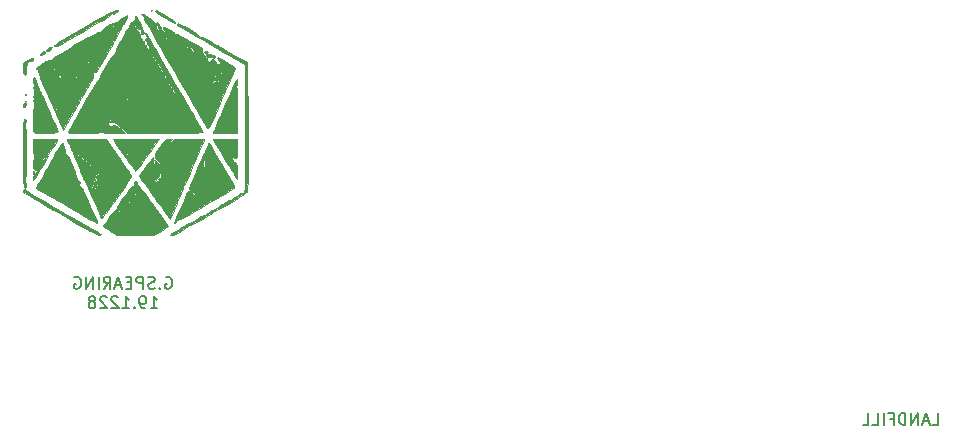
<source format=gbr>
G04 #@! TF.GenerationSoftware,KiCad,Pcbnew,5.1.5-52549c5~84~ubuntu18.04.1*
G04 #@! TF.CreationDate,2019-12-28T22:58:30-05:00*
G04 #@! TF.ProjectId,landfill_board_rev1,6c616e64-6669-46c6-9c5f-626f6172645f,rev?*
G04 #@! TF.SameCoordinates,Original*
G04 #@! TF.FileFunction,Legend,Bot*
G04 #@! TF.FilePolarity,Positive*
%FSLAX46Y46*%
G04 Gerber Fmt 4.6, Leading zero omitted, Abs format (unit mm)*
G04 Created by KiCad (PCBNEW 5.1.5-52549c5~84~ubuntu18.04.1) date 2019-12-28 22:58:30*
%MOMM*%
%LPD*%
G04 APERTURE LIST*
%ADD10C,0.150000*%
%ADD11C,0.010000*%
G04 APERTURE END LIST*
D10*
X187632647Y-110281980D02*
X188108838Y-110281980D01*
X188108838Y-109281980D01*
X187346933Y-109996266D02*
X186870742Y-109996266D01*
X187442171Y-110281980D02*
X187108838Y-109281980D01*
X186775504Y-110281980D01*
X186442171Y-110281980D02*
X186442171Y-109281980D01*
X185870742Y-110281980D01*
X185870742Y-109281980D01*
X185394552Y-110281980D02*
X185394552Y-109281980D01*
X185156457Y-109281980D01*
X185013600Y-109329600D01*
X184918361Y-109424838D01*
X184870742Y-109520076D01*
X184823123Y-109710552D01*
X184823123Y-109853409D01*
X184870742Y-110043885D01*
X184918361Y-110139123D01*
X185013600Y-110234361D01*
X185156457Y-110281980D01*
X185394552Y-110281980D01*
X184061219Y-109758171D02*
X184394552Y-109758171D01*
X184394552Y-110281980D02*
X184394552Y-109281980D01*
X183918361Y-109281980D01*
X183537409Y-110281980D02*
X183537409Y-109281980D01*
X182585028Y-110281980D02*
X183061219Y-110281980D01*
X183061219Y-109281980D01*
X181775504Y-110281980D02*
X182251695Y-110281980D01*
X182251695Y-109281980D01*
X122746638Y-97811200D02*
X122841876Y-97763580D01*
X122984733Y-97763580D01*
X123127590Y-97811200D01*
X123222828Y-97906438D01*
X123270447Y-98001676D01*
X123318066Y-98192152D01*
X123318066Y-98335009D01*
X123270447Y-98525485D01*
X123222828Y-98620723D01*
X123127590Y-98715961D01*
X122984733Y-98763580D01*
X122889495Y-98763580D01*
X122746638Y-98715961D01*
X122699019Y-98668342D01*
X122699019Y-98335009D01*
X122889495Y-98335009D01*
X122270447Y-98668342D02*
X122222828Y-98715961D01*
X122270447Y-98763580D01*
X122318066Y-98715961D01*
X122270447Y-98668342D01*
X122270447Y-98763580D01*
X121841876Y-98715961D02*
X121699019Y-98763580D01*
X121460923Y-98763580D01*
X121365685Y-98715961D01*
X121318066Y-98668342D01*
X121270447Y-98573104D01*
X121270447Y-98477866D01*
X121318066Y-98382628D01*
X121365685Y-98335009D01*
X121460923Y-98287390D01*
X121651400Y-98239771D01*
X121746638Y-98192152D01*
X121794257Y-98144533D01*
X121841876Y-98049295D01*
X121841876Y-97954057D01*
X121794257Y-97858819D01*
X121746638Y-97811200D01*
X121651400Y-97763580D01*
X121413304Y-97763580D01*
X121270447Y-97811200D01*
X120841876Y-98763580D02*
X120841876Y-97763580D01*
X120460923Y-97763580D01*
X120365685Y-97811200D01*
X120318066Y-97858819D01*
X120270447Y-97954057D01*
X120270447Y-98096914D01*
X120318066Y-98192152D01*
X120365685Y-98239771D01*
X120460923Y-98287390D01*
X120841876Y-98287390D01*
X119841876Y-98239771D02*
X119508542Y-98239771D01*
X119365685Y-98763580D02*
X119841876Y-98763580D01*
X119841876Y-97763580D01*
X119365685Y-97763580D01*
X118984733Y-98477866D02*
X118508542Y-98477866D01*
X119079971Y-98763580D02*
X118746638Y-97763580D01*
X118413304Y-98763580D01*
X117508542Y-98763580D02*
X117841876Y-98287390D01*
X118079971Y-98763580D02*
X118079971Y-97763580D01*
X117699019Y-97763580D01*
X117603780Y-97811200D01*
X117556161Y-97858819D01*
X117508542Y-97954057D01*
X117508542Y-98096914D01*
X117556161Y-98192152D01*
X117603780Y-98239771D01*
X117699019Y-98287390D01*
X118079971Y-98287390D01*
X117079971Y-98763580D02*
X117079971Y-97763580D01*
X116603780Y-98763580D02*
X116603780Y-97763580D01*
X116032352Y-98763580D01*
X116032352Y-97763580D01*
X115032352Y-97811200D02*
X115127590Y-97763580D01*
X115270447Y-97763580D01*
X115413304Y-97811200D01*
X115508542Y-97906438D01*
X115556161Y-98001676D01*
X115603780Y-98192152D01*
X115603780Y-98335009D01*
X115556161Y-98525485D01*
X115508542Y-98620723D01*
X115413304Y-98715961D01*
X115270447Y-98763580D01*
X115175209Y-98763580D01*
X115032352Y-98715961D01*
X114984733Y-98668342D01*
X114984733Y-98335009D01*
X115175209Y-98335009D01*
X121484733Y-100413580D02*
X122056161Y-100413580D01*
X121770447Y-100413580D02*
X121770447Y-99413580D01*
X121865685Y-99556438D01*
X121960923Y-99651676D01*
X122056161Y-99699295D01*
X121008542Y-100413580D02*
X120818066Y-100413580D01*
X120722828Y-100365961D01*
X120675209Y-100318342D01*
X120579971Y-100175485D01*
X120532352Y-99985009D01*
X120532352Y-99604057D01*
X120579971Y-99508819D01*
X120627590Y-99461200D01*
X120722828Y-99413580D01*
X120913304Y-99413580D01*
X121008542Y-99461200D01*
X121056161Y-99508819D01*
X121103780Y-99604057D01*
X121103780Y-99842152D01*
X121056161Y-99937390D01*
X121008542Y-99985009D01*
X120913304Y-100032628D01*
X120722828Y-100032628D01*
X120627590Y-99985009D01*
X120579971Y-99937390D01*
X120532352Y-99842152D01*
X120103780Y-100318342D02*
X120056161Y-100365961D01*
X120103780Y-100413580D01*
X120151400Y-100365961D01*
X120103780Y-100318342D01*
X120103780Y-100413580D01*
X119103780Y-100413580D02*
X119675209Y-100413580D01*
X119389495Y-100413580D02*
X119389495Y-99413580D01*
X119484733Y-99556438D01*
X119579971Y-99651676D01*
X119675209Y-99699295D01*
X118722828Y-99508819D02*
X118675209Y-99461200D01*
X118579971Y-99413580D01*
X118341876Y-99413580D01*
X118246638Y-99461200D01*
X118199019Y-99508819D01*
X118151400Y-99604057D01*
X118151400Y-99699295D01*
X118199019Y-99842152D01*
X118770447Y-100413580D01*
X118151400Y-100413580D01*
X117770447Y-99508819D02*
X117722828Y-99461200D01*
X117627590Y-99413580D01*
X117389495Y-99413580D01*
X117294257Y-99461200D01*
X117246638Y-99508819D01*
X117199019Y-99604057D01*
X117199019Y-99699295D01*
X117246638Y-99842152D01*
X117818066Y-100413580D01*
X117199019Y-100413580D01*
X116627590Y-99842152D02*
X116722828Y-99794533D01*
X116770447Y-99746914D01*
X116818066Y-99651676D01*
X116818066Y-99604057D01*
X116770447Y-99508819D01*
X116722828Y-99461200D01*
X116627590Y-99413580D01*
X116437114Y-99413580D01*
X116341876Y-99461200D01*
X116294257Y-99508819D01*
X116246638Y-99604057D01*
X116246638Y-99651676D01*
X116294257Y-99746914D01*
X116341876Y-99794533D01*
X116437114Y-99842152D01*
X116627590Y-99842152D01*
X116722828Y-99889771D01*
X116770447Y-99937390D01*
X116818066Y-100032628D01*
X116818066Y-100223104D01*
X116770447Y-100318342D01*
X116722828Y-100365961D01*
X116627590Y-100413580D01*
X116437114Y-100413580D01*
X116341876Y-100365961D01*
X116294257Y-100318342D01*
X116246638Y-100223104D01*
X116246638Y-100032628D01*
X116294257Y-99937390D01*
X116341876Y-99889771D01*
X116437114Y-99842152D01*
D11*
G36*
X119396933Y-87215134D02*
G01*
X119439266Y-87257467D01*
X119481600Y-87215134D01*
X119439266Y-87172800D01*
X119396933Y-87215134D01*
G37*
X119396933Y-87215134D02*
X119439266Y-87257467D01*
X119481600Y-87215134D01*
X119439266Y-87172800D01*
X119396933Y-87215134D01*
G36*
X121513600Y-75192467D02*
G01*
X121555933Y-75234800D01*
X121598266Y-75192467D01*
X121555933Y-75150134D01*
X121513600Y-75192467D01*
G37*
X121513600Y-75192467D02*
X121555933Y-75234800D01*
X121598266Y-75192467D01*
X121555933Y-75150134D01*
X121513600Y-75192467D01*
G36*
X118355682Y-75214144D02*
G01*
X118228497Y-75311560D01*
X118211600Y-75363413D01*
X118234105Y-75461630D01*
X118323242Y-75470219D01*
X118511441Y-75387565D01*
X118592600Y-75344447D01*
X118739481Y-75242164D01*
X118750198Y-75176253D01*
X118737133Y-75170237D01*
X118548796Y-75158373D01*
X118355682Y-75214144D01*
G37*
X118355682Y-75214144D02*
X118228497Y-75311560D01*
X118211600Y-75363413D01*
X118234105Y-75461630D01*
X118323242Y-75470219D01*
X118511441Y-75387565D01*
X118592600Y-75344447D01*
X118739481Y-75242164D01*
X118750198Y-75176253D01*
X118737133Y-75170237D01*
X118548796Y-75158373D01*
X118355682Y-75214144D01*
G36*
X121891897Y-75290474D02*
G01*
X122016867Y-75427089D01*
X122294550Y-75617995D01*
X122601160Y-75796390D01*
X122902095Y-75965745D01*
X123166126Y-76118022D01*
X123339711Y-76222304D01*
X123348392Y-76227845D01*
X123480594Y-76300711D01*
X123516940Y-76264237D01*
X123510454Y-76192643D01*
X123433971Y-76093177D01*
X123390166Y-76057482D01*
X123283015Y-76057482D01*
X123198178Y-76039717D01*
X123182115Y-76033690D01*
X123078437Y-75966618D01*
X123077693Y-75928485D01*
X123167258Y-75937982D01*
X123229511Y-75986294D01*
X123283015Y-76057482D01*
X123390166Y-76057482D01*
X123247871Y-75941532D01*
X122989274Y-75760700D01*
X122695299Y-75573670D01*
X122403065Y-75403434D01*
X122149690Y-75272982D01*
X121972294Y-75205304D01*
X121916265Y-75205240D01*
X121891897Y-75290474D01*
G37*
X121891897Y-75290474D02*
X122016867Y-75427089D01*
X122294550Y-75617995D01*
X122601160Y-75796390D01*
X122902095Y-75965745D01*
X123166126Y-76118022D01*
X123339711Y-76222304D01*
X123348392Y-76227845D01*
X123480594Y-76300711D01*
X123516940Y-76264237D01*
X123510454Y-76192643D01*
X123433971Y-76093177D01*
X123390166Y-76057482D01*
X123283015Y-76057482D01*
X123198178Y-76039717D01*
X123182115Y-76033690D01*
X123078437Y-75966618D01*
X123077693Y-75928485D01*
X123167258Y-75937982D01*
X123229511Y-75986294D01*
X123283015Y-76057482D01*
X123390166Y-76057482D01*
X123247871Y-75941532D01*
X122989274Y-75760700D01*
X122695299Y-75573670D01*
X122403065Y-75403434D01*
X122149690Y-75272982D01*
X121972294Y-75205304D01*
X121916265Y-75205240D01*
X121891897Y-75290474D01*
G36*
X120124966Y-75709195D02*
G01*
X120140109Y-75881795D01*
X120288109Y-76063402D01*
X120439601Y-76227863D01*
X120458299Y-76310792D01*
X120343758Y-76302214D01*
X120298051Y-76286068D01*
X120177988Y-76173042D01*
X120158933Y-76097808D01*
X120133027Y-76012766D01*
X120063372Y-76058495D01*
X120025360Y-76167789D01*
X120108841Y-76331464D01*
X120146885Y-76381713D01*
X120253334Y-76558277D01*
X120276019Y-76687876D01*
X120271698Y-76697167D01*
X120272440Y-76744729D01*
X120309334Y-76728167D01*
X120427520Y-76729667D01*
X120455266Y-76758800D01*
X120556674Y-76809075D01*
X120588117Y-76797518D01*
X120643321Y-76833918D01*
X120666921Y-76989393D01*
X120666933Y-76993692D01*
X120706240Y-77189136D01*
X120795122Y-77238578D01*
X120876330Y-77201979D01*
X120886944Y-77065807D01*
X120867592Y-76941567D01*
X120796386Y-76717592D01*
X120663279Y-76415951D01*
X120497137Y-76102038D01*
X120329442Y-75826959D01*
X120220065Y-75687419D01*
X120153187Y-75666718D01*
X120124966Y-75709195D01*
G37*
X120124966Y-75709195D02*
X120140109Y-75881795D01*
X120288109Y-76063402D01*
X120439601Y-76227863D01*
X120458299Y-76310792D01*
X120343758Y-76302214D01*
X120298051Y-76286068D01*
X120177988Y-76173042D01*
X120158933Y-76097808D01*
X120133027Y-76012766D01*
X120063372Y-76058495D01*
X120025360Y-76167789D01*
X120108841Y-76331464D01*
X120146885Y-76381713D01*
X120253334Y-76558277D01*
X120276019Y-76687876D01*
X120271698Y-76697167D01*
X120272440Y-76744729D01*
X120309334Y-76728167D01*
X120427520Y-76729667D01*
X120455266Y-76758800D01*
X120556674Y-76809075D01*
X120588117Y-76797518D01*
X120643321Y-76833918D01*
X120666921Y-76989393D01*
X120666933Y-76993692D01*
X120706240Y-77189136D01*
X120795122Y-77238578D01*
X120876330Y-77201979D01*
X120886944Y-77065807D01*
X120867592Y-76941567D01*
X120796386Y-76717592D01*
X120663279Y-76415951D01*
X120497137Y-76102038D01*
X120329442Y-75826959D01*
X120220065Y-75687419D01*
X120153187Y-75666718D01*
X120124966Y-75709195D01*
G36*
X118036786Y-75362965D02*
G01*
X117936433Y-75424570D01*
X117803077Y-75505999D01*
X117542402Y-75660108D01*
X117174073Y-75875498D01*
X116717756Y-76140773D01*
X116193119Y-76444535D01*
X115619827Y-76775386D01*
X115017547Y-77121930D01*
X114405944Y-77472769D01*
X114112057Y-77640941D01*
X113793507Y-77829851D01*
X113535036Y-77995926D01*
X113369466Y-78117328D01*
X113326539Y-78163650D01*
X113346234Y-78247440D01*
X113496106Y-78228294D01*
X113777197Y-78105839D01*
X114190550Y-77879704D01*
X114296864Y-77817468D01*
X114774154Y-77536692D01*
X115303188Y-77227581D01*
X115852422Y-76908364D01*
X116390310Y-76597274D01*
X116885309Y-76312543D01*
X117305874Y-76072401D01*
X117620461Y-75895081D01*
X117682347Y-75860776D01*
X117974892Y-75670816D01*
X118115274Y-75509469D01*
X118126847Y-75457896D01*
X118112076Y-75353421D01*
X118036786Y-75362965D01*
G37*
X118036786Y-75362965D02*
X117936433Y-75424570D01*
X117803077Y-75505999D01*
X117542402Y-75660108D01*
X117174073Y-75875498D01*
X116717756Y-76140773D01*
X116193119Y-76444535D01*
X115619827Y-76775386D01*
X115017547Y-77121930D01*
X114405944Y-77472769D01*
X114112057Y-77640941D01*
X113793507Y-77829851D01*
X113535036Y-77995926D01*
X113369466Y-78117328D01*
X113326539Y-78163650D01*
X113346234Y-78247440D01*
X113496106Y-78228294D01*
X113777197Y-78105839D01*
X114190550Y-77879704D01*
X114296864Y-77817468D01*
X114774154Y-77536692D01*
X115303188Y-77227581D01*
X115852422Y-76908364D01*
X116390310Y-76597274D01*
X116885309Y-76312543D01*
X117305874Y-76072401D01*
X117620461Y-75895081D01*
X117682347Y-75860776D01*
X117974892Y-75670816D01*
X118115274Y-75509469D01*
X118126847Y-75457896D01*
X118112076Y-75353421D01*
X118036786Y-75362965D01*
G36*
X112833528Y-78375046D02*
G01*
X112684734Y-78481178D01*
X112622175Y-78577017D01*
X112658822Y-78673949D01*
X112788780Y-78660569D01*
X112970616Y-78546872D01*
X113092544Y-78414095D01*
X113109733Y-78317968D01*
X113107011Y-78314888D01*
X112997716Y-78306949D01*
X112833528Y-78375046D01*
G37*
X112833528Y-78375046D02*
X112684734Y-78481178D01*
X112622175Y-78577017D01*
X112658822Y-78673949D01*
X112788780Y-78660569D01*
X112970616Y-78546872D01*
X113092544Y-78414095D01*
X113109733Y-78317968D01*
X113107011Y-78314888D01*
X112997716Y-78306949D01*
X112833528Y-78375046D01*
G36*
X126004511Y-78697131D02*
G01*
X126049619Y-78788686D01*
X126186034Y-78820462D01*
X126253268Y-78791829D01*
X126327795Y-78721876D01*
X126247145Y-78665515D01*
X126227742Y-78657895D01*
X126072163Y-78637431D01*
X126004511Y-78697131D01*
G37*
X126004511Y-78697131D02*
X126049619Y-78788686D01*
X126186034Y-78820462D01*
X126253268Y-78791829D01*
X126327795Y-78721876D01*
X126247145Y-78665515D01*
X126227742Y-78657895D01*
X126072163Y-78637431D01*
X126004511Y-78697131D01*
G36*
X112259035Y-78722901D02*
G01*
X112162487Y-78851798D01*
X112130500Y-78976455D01*
X112187440Y-78998898D01*
X112358264Y-78924479D01*
X112400104Y-78902748D01*
X112556507Y-78788656D01*
X112563139Y-78696483D01*
X112562428Y-78695762D01*
X112419901Y-78653186D01*
X112259035Y-78722901D01*
G37*
X112259035Y-78722901D02*
X112162487Y-78851798D01*
X112130500Y-78976455D01*
X112187440Y-78998898D01*
X112358264Y-78924479D01*
X112400104Y-78902748D01*
X112556507Y-78788656D01*
X112563139Y-78696483D01*
X112562428Y-78695762D01*
X112419901Y-78653186D01*
X112259035Y-78722901D01*
G36*
X111389387Y-79259138D02*
G01*
X111404018Y-79311882D01*
X111414125Y-79369715D01*
X111365137Y-79348264D01*
X111237012Y-79350708D01*
X111037351Y-79431313D01*
X110967084Y-79471543D01*
X110794618Y-79589079D01*
X110708282Y-79704556D01*
X110681861Y-79878092D01*
X110686852Y-80114209D01*
X110717431Y-80393931D01*
X110775650Y-80601190D01*
X110817825Y-80665549D01*
X110880196Y-80687967D01*
X110914896Y-80607257D01*
X110928875Y-80396982D01*
X110930266Y-80237843D01*
X110943251Y-79918899D01*
X110986614Y-79737836D01*
X111056780Y-79668271D01*
X111138661Y-79582476D01*
X111128365Y-79530847D01*
X111128230Y-79481935D01*
X111163544Y-79497660D01*
X111331374Y-79516914D01*
X111496003Y-79425244D01*
X111556063Y-79334587D01*
X111536162Y-79230268D01*
X111472946Y-79214134D01*
X111389387Y-79259138D01*
G37*
X111389387Y-79259138D02*
X111404018Y-79311882D01*
X111414125Y-79369715D01*
X111365137Y-79348264D01*
X111237012Y-79350708D01*
X111037351Y-79431313D01*
X110967084Y-79471543D01*
X110794618Y-79589079D01*
X110708282Y-79704556D01*
X110681861Y-79878092D01*
X110686852Y-80114209D01*
X110717431Y-80393931D01*
X110775650Y-80601190D01*
X110817825Y-80665549D01*
X110880196Y-80687967D01*
X110914896Y-80607257D01*
X110928875Y-80396982D01*
X110930266Y-80237843D01*
X110943251Y-79918899D01*
X110986614Y-79737836D01*
X111056780Y-79668271D01*
X111138661Y-79582476D01*
X111128365Y-79530847D01*
X111128230Y-79481935D01*
X111163544Y-79497660D01*
X111331374Y-79516914D01*
X111496003Y-79425244D01*
X111556063Y-79334587D01*
X111536162Y-79230268D01*
X111472946Y-79214134D01*
X111389387Y-79259138D01*
G36*
X111522933Y-81711800D02*
G01*
X111565266Y-81754134D01*
X111607600Y-81711800D01*
X111565266Y-81669467D01*
X111522933Y-81711800D01*
G37*
X111522933Y-81711800D02*
X111565266Y-81754134D01*
X111607600Y-81711800D01*
X111565266Y-81669467D01*
X111522933Y-81711800D01*
G36*
X110873822Y-82290356D02*
G01*
X110863689Y-82390835D01*
X110873822Y-82403245D01*
X110924156Y-82391622D01*
X110930266Y-82346800D01*
X110899288Y-82277110D01*
X110873822Y-82290356D01*
G37*
X110873822Y-82290356D02*
X110863689Y-82390835D01*
X110873822Y-82403245D01*
X110924156Y-82391622D01*
X110930266Y-82346800D01*
X110899288Y-82277110D01*
X110873822Y-82290356D01*
G36*
X111522933Y-82812467D02*
G01*
X111565266Y-82854800D01*
X111607600Y-82812467D01*
X111565266Y-82770134D01*
X111522933Y-82812467D01*
G37*
X111522933Y-82812467D02*
X111565266Y-82854800D01*
X111607600Y-82812467D01*
X111565266Y-82770134D01*
X111522933Y-82812467D01*
G36*
X110845600Y-82897134D02*
G01*
X110887933Y-82939467D01*
X110930266Y-82897134D01*
X110887933Y-82854800D01*
X110845600Y-82897134D01*
G37*
X110845600Y-82897134D02*
X110887933Y-82939467D01*
X110930266Y-82897134D01*
X110887933Y-82854800D01*
X110845600Y-82897134D01*
G36*
X110706106Y-83134747D02*
G01*
X110676266Y-83235800D01*
X110721516Y-83378172D01*
X110815705Y-83386001D01*
X110889568Y-83272982D01*
X110916650Y-83114052D01*
X110901297Y-83051608D01*
X110802628Y-83043252D01*
X110706106Y-83134747D01*
G37*
X110706106Y-83134747D02*
X110676266Y-83235800D01*
X110721516Y-83378172D01*
X110815705Y-83386001D01*
X110889568Y-83272982D01*
X110916650Y-83114052D01*
X110901297Y-83051608D01*
X110802628Y-83043252D01*
X110706106Y-83134747D01*
G36*
X119391405Y-75641916D02*
G01*
X119202463Y-75725962D01*
X118990735Y-75847740D01*
X118812004Y-75974587D01*
X118722057Y-76073838D01*
X118719600Y-76086266D01*
X118667787Y-76147695D01*
X118652078Y-76144967D01*
X118536886Y-76169429D01*
X118325278Y-76260654D01*
X118058953Y-76395480D01*
X117779608Y-76550741D01*
X117528940Y-76703273D01*
X117348647Y-76829913D01*
X117280415Y-76906967D01*
X117209884Y-76993924D01*
X117117184Y-77012800D01*
X116998789Y-77053445D01*
X116764246Y-77166532D01*
X116436367Y-77338789D01*
X116037965Y-77556944D01*
X115591853Y-77807725D01*
X115120843Y-78077860D01*
X114647749Y-78354077D01*
X114195381Y-78623104D01*
X113786554Y-78871670D01*
X113444079Y-79086501D01*
X113190769Y-79254326D01*
X113049437Y-79361874D01*
X113027864Y-79391899D01*
X112998840Y-79442021D01*
X112966744Y-79428568D01*
X112857717Y-79442883D01*
X112646865Y-79528484D01*
X112376466Y-79667735D01*
X112329646Y-79694308D01*
X111994443Y-79900363D01*
X111811871Y-80044806D01*
X111783252Y-80126350D01*
X111866597Y-80145467D01*
X111919855Y-80195902D01*
X111909325Y-80221409D01*
X111930479Y-80314713D01*
X112012329Y-80544004D01*
X112147238Y-80890336D01*
X112327569Y-81334762D01*
X112545683Y-81858335D01*
X112793946Y-82442110D01*
X112953284Y-82811285D01*
X114044176Y-85325220D01*
X114506750Y-84534510D01*
X114976969Y-83729689D01*
X113696044Y-83729689D01*
X113684422Y-83780023D01*
X113639600Y-83786134D01*
X113569910Y-83755155D01*
X113583155Y-83729689D01*
X113683635Y-83719556D01*
X113696044Y-83729689D01*
X114976969Y-83729689D01*
X115002661Y-83685716D01*
X115094907Y-83527137D01*
X113554933Y-83527137D01*
X113493473Y-83613355D01*
X113470266Y-83616800D01*
X113387801Y-83587913D01*
X113385600Y-83579464D01*
X113444929Y-83507178D01*
X113470266Y-83489800D01*
X113548285Y-83496513D01*
X113554933Y-83527137D01*
X115094907Y-83527137D01*
X115418658Y-82970587D01*
X115462491Y-82894624D01*
X113350047Y-82894624D01*
X113343266Y-82939467D01*
X113270846Y-83020149D01*
X113258600Y-83024134D01*
X113191286Y-82965082D01*
X113173933Y-82939467D01*
X113194039Y-82867738D01*
X113258600Y-82854800D01*
X113350047Y-82894624D01*
X115462491Y-82894624D01*
X115761126Y-82377095D01*
X115946973Y-82050467D01*
X115840933Y-82050467D01*
X115798600Y-82092800D01*
X115756266Y-82050467D01*
X115798600Y-82008134D01*
X115840933Y-82050467D01*
X115946973Y-82050467D01*
X116036448Y-81893214D01*
X116043157Y-81881134D01*
X115925600Y-81881134D01*
X115883266Y-81923467D01*
X115840933Y-81881134D01*
X115883266Y-81838800D01*
X115925600Y-81881134D01*
X116043157Y-81881134D01*
X116251009Y-81506915D01*
X116277169Y-81457800D01*
X115586933Y-81457800D01*
X115544600Y-81500134D01*
X115502266Y-81457800D01*
X115544600Y-81415467D01*
X115586933Y-81457800D01*
X116277169Y-81457800D01*
X116411194Y-81206171D01*
X116488943Y-81048709D01*
X115920233Y-81048709D01*
X115901545Y-81192260D01*
X115851092Y-81331250D01*
X115797129Y-81393857D01*
X115786321Y-81389077D01*
X115788614Y-81295001D01*
X115817518Y-81203800D01*
X113554933Y-81203800D01*
X113512600Y-81246134D01*
X113470266Y-81203800D01*
X113512600Y-81161467D01*
X113554933Y-81203800D01*
X115817518Y-81203800D01*
X115833748Y-81152592D01*
X115893802Y-81037027D01*
X115920233Y-81048709D01*
X116488943Y-81048709D01*
X116516878Y-80992134D01*
X115756266Y-80992134D01*
X115725288Y-81061824D01*
X115699822Y-81048578D01*
X115694130Y-80992134D01*
X115586933Y-80992134D01*
X115555955Y-81061824D01*
X115530489Y-81048578D01*
X115527643Y-81020356D01*
X113611378Y-81020356D01*
X113599755Y-81070690D01*
X113554933Y-81076800D01*
X113485243Y-81045822D01*
X113498489Y-81020356D01*
X113598968Y-81010223D01*
X113611378Y-81020356D01*
X115527643Y-81020356D01*
X115520356Y-80948098D01*
X115530489Y-80935689D01*
X115580823Y-80947311D01*
X115586933Y-80992134D01*
X115694130Y-80992134D01*
X115689689Y-80948098D01*
X115699822Y-80935689D01*
X115750156Y-80947311D01*
X115756266Y-80992134D01*
X116516878Y-80992134D01*
X116523386Y-80978955D01*
X116593970Y-80813239D01*
X116609434Y-80762403D01*
X115234619Y-80762403D01*
X115214018Y-80809718D01*
X115128768Y-80900612D01*
X115079757Y-80881966D01*
X115078933Y-80870130D01*
X115139070Y-80798518D01*
X115176682Y-80772382D01*
X115234619Y-80762403D01*
X116609434Y-80762403D01*
X116629331Y-80696995D01*
X116629429Y-80695800D01*
X115840933Y-80695800D01*
X115798600Y-80738134D01*
X115784394Y-80723928D01*
X113923649Y-80723928D01*
X113867772Y-80873380D01*
X113789367Y-80980919D01*
X113761525Y-80992134D01*
X113705547Y-80922481D01*
X113631552Y-80759300D01*
X113572284Y-80583008D01*
X113562121Y-80526467D01*
X113300933Y-80526467D01*
X113258600Y-80568800D01*
X113216266Y-80526467D01*
X113258600Y-80484134D01*
X113300933Y-80526467D01*
X113562121Y-80526467D01*
X113556213Y-80493600D01*
X113508501Y-80427124D01*
X113456331Y-80389063D01*
X113399305Y-80331386D01*
X113491433Y-80316097D01*
X113616680Y-80383245D01*
X113639600Y-80479137D01*
X113684855Y-80645560D01*
X113737348Y-80703885D01*
X113795285Y-80713864D01*
X113774685Y-80666549D01*
X113769468Y-80581811D01*
X113854183Y-80577905D01*
X113918843Y-80622266D01*
X113923649Y-80723928D01*
X115784394Y-80723928D01*
X115756266Y-80695800D01*
X115798600Y-80653467D01*
X115840933Y-80695800D01*
X116629429Y-80695800D01*
X116635853Y-80618196D01*
X116633746Y-80611134D01*
X115417600Y-80611134D01*
X115375266Y-80653467D01*
X115332933Y-80611134D01*
X115375266Y-80568800D01*
X115417600Y-80611134D01*
X116633746Y-80611134D01*
X116619920Y-80564815D01*
X116616755Y-80559469D01*
X116552122Y-80434745D01*
X115918916Y-80434745D01*
X115903349Y-80544559D01*
X115874447Y-80545870D01*
X115854236Y-80432553D01*
X115867763Y-80383592D01*
X115898779Y-80357134D01*
X113893600Y-80357134D01*
X113851266Y-80399467D01*
X113808933Y-80357134D01*
X113851266Y-80314800D01*
X113893600Y-80357134D01*
X115898779Y-80357134D01*
X115905358Y-80351522D01*
X115918916Y-80434745D01*
X116552122Y-80434745D01*
X116528687Y-80389524D01*
X116544067Y-80338186D01*
X116659180Y-80415723D01*
X116666433Y-80422215D01*
X116715098Y-80453943D01*
X116769412Y-80450124D01*
X116839802Y-80395717D01*
X116936696Y-80275681D01*
X116995292Y-80187800D01*
X116010266Y-80187800D01*
X115967933Y-80230134D01*
X115925600Y-80187800D01*
X115967933Y-80145467D01*
X116010266Y-80187800D01*
X116995292Y-80187800D01*
X117070521Y-80074975D01*
X117251609Y-79778709D01*
X116512900Y-79778709D01*
X116494212Y-79922260D01*
X116443758Y-80061250D01*
X116389796Y-80123857D01*
X116378988Y-80119077D01*
X116381280Y-80025001D01*
X116426414Y-79882592D01*
X116486468Y-79767027D01*
X116512900Y-79778709D01*
X117251609Y-79778709D01*
X117251702Y-79778558D01*
X117359352Y-79595134D01*
X116602933Y-79595134D01*
X116560600Y-79637467D01*
X116518266Y-79595134D01*
X116560600Y-79552800D01*
X116602933Y-79595134D01*
X117359352Y-79595134D01*
X117422355Y-79487783D01*
X116227472Y-79487783D01*
X116227410Y-79586812D01*
X116169016Y-79753884D01*
X116077285Y-79918096D01*
X116034160Y-79930157D01*
X116039962Y-79891467D01*
X114232266Y-79891467D01*
X114201288Y-79961157D01*
X114175822Y-79947911D01*
X114175035Y-79940105D01*
X113924059Y-79940105D01*
X113875771Y-80009927D01*
X113764570Y-80095796D01*
X113751108Y-80085069D01*
X113371952Y-80085069D01*
X113351351Y-80132385D01*
X113266101Y-80223279D01*
X113217091Y-80204633D01*
X113216266Y-80192797D01*
X113276403Y-80121184D01*
X113314015Y-80095049D01*
X113371952Y-80085069D01*
X113751108Y-80085069D01*
X113726742Y-80065654D01*
X113747203Y-80018467D01*
X113639600Y-80018467D01*
X113597266Y-80060800D01*
X113554933Y-80018467D01*
X113597266Y-79976134D01*
X113639600Y-80018467D01*
X113747203Y-80018467D01*
X113763118Y-79981766D01*
X113824645Y-79933800D01*
X113300933Y-79933800D01*
X113258600Y-79976134D01*
X113216266Y-79933800D01*
X113258600Y-79891467D01*
X113300933Y-79933800D01*
X113824645Y-79933800D01*
X113873080Y-79896041D01*
X113901935Y-79891467D01*
X113924059Y-79940105D01*
X114175035Y-79940105D01*
X114165689Y-79847432D01*
X114175822Y-79835022D01*
X114226156Y-79846645D01*
X114232266Y-79891467D01*
X116039962Y-79891467D01*
X116053145Y-79803572D01*
X116058889Y-79786558D01*
X113941545Y-79786558D01*
X113858322Y-79800116D01*
X113748508Y-79784549D01*
X113747197Y-79755647D01*
X113860514Y-79735436D01*
X113909475Y-79748963D01*
X113941545Y-79786558D01*
X116058889Y-79786558D01*
X116077266Y-79732127D01*
X113216266Y-79732127D01*
X113164101Y-79778030D01*
X113131600Y-79764467D01*
X113050094Y-79652308D01*
X113046933Y-79627473D01*
X113099099Y-79581570D01*
X113131600Y-79595134D01*
X113213106Y-79707293D01*
X113216266Y-79732127D01*
X116077266Y-79732127D01*
X116094933Y-79679800D01*
X116136630Y-79595134D01*
X115502266Y-79595134D01*
X115459933Y-79637467D01*
X115417600Y-79595134D01*
X115459933Y-79552800D01*
X115502266Y-79595134D01*
X116136630Y-79595134D01*
X116169820Y-79527744D01*
X116193828Y-79510467D01*
X113893600Y-79510467D01*
X113851266Y-79552800D01*
X113808933Y-79510467D01*
X113851266Y-79468134D01*
X113893600Y-79510467D01*
X116193828Y-79510467D01*
X116226542Y-79486925D01*
X116227472Y-79487783D01*
X117422355Y-79487783D01*
X117490667Y-79371389D01*
X117532504Y-79298800D01*
X116687600Y-79298800D01*
X116656622Y-79368490D01*
X116631155Y-79355245D01*
X116625463Y-79298800D01*
X116348933Y-79298800D01*
X116317955Y-79368490D01*
X116292489Y-79355245D01*
X116291067Y-79341134D01*
X113385600Y-79341134D01*
X113343266Y-79383467D01*
X113300933Y-79341134D01*
X113343266Y-79298800D01*
X113385600Y-79341134D01*
X116291067Y-79341134D01*
X116282528Y-79256467D01*
X113808933Y-79256467D01*
X113766600Y-79298800D01*
X113724266Y-79256467D01*
X113766600Y-79214134D01*
X113808933Y-79256467D01*
X116282528Y-79256467D01*
X116282356Y-79254765D01*
X116292489Y-79242356D01*
X116342823Y-79253978D01*
X116348933Y-79298800D01*
X116625463Y-79298800D01*
X116621022Y-79254765D01*
X116631155Y-79242356D01*
X116681490Y-79253978D01*
X116687600Y-79298800D01*
X117532504Y-79298800D01*
X117797844Y-78838426D01*
X117957600Y-78559667D01*
X118090718Y-78325134D01*
X116518266Y-78325134D01*
X116475933Y-78367467D01*
X116433600Y-78325134D01*
X116475933Y-78282800D01*
X116518266Y-78325134D01*
X118090718Y-78325134D01*
X118258720Y-78029144D01*
X118337538Y-77887689D01*
X115897378Y-77887689D01*
X115885755Y-77938023D01*
X115840933Y-77944134D01*
X115771243Y-77913155D01*
X115784489Y-77887689D01*
X115884968Y-77877556D01*
X115897378Y-77887689D01*
X118337538Y-77887689D01*
X118529304Y-77543526D01*
X118758510Y-77122996D01*
X118883727Y-76885800D01*
X118042266Y-76885800D01*
X117999933Y-76928134D01*
X117957600Y-76885800D01*
X117999933Y-76843467D01*
X117788266Y-76843467D01*
X117759380Y-76925932D01*
X117750930Y-76928134D01*
X117678644Y-76868805D01*
X117661266Y-76843467D01*
X117667979Y-76765448D01*
X117698603Y-76758800D01*
X117784821Y-76820261D01*
X117788266Y-76843467D01*
X117999933Y-76843467D01*
X118042266Y-76885800D01*
X118883727Y-76885800D01*
X118935497Y-76787735D01*
X119012800Y-76631800D01*
X118042266Y-76631800D01*
X117999933Y-76674134D01*
X117957600Y-76631800D01*
X117999933Y-76589467D01*
X118042266Y-76631800D01*
X119012800Y-76631800D01*
X119049423Y-76557925D01*
X119071753Y-76499803D01*
X118380933Y-76499803D01*
X118319473Y-76586021D01*
X118296266Y-76589467D01*
X118213801Y-76560580D01*
X118211600Y-76552130D01*
X118270929Y-76479844D01*
X118296266Y-76462467D01*
X118374285Y-76469180D01*
X118380933Y-76499803D01*
X119071753Y-76499803D01*
X119089448Y-76453749D01*
X119089394Y-76452784D01*
X119129213Y-76362779D01*
X119164462Y-76359954D01*
X119198605Y-76335467D01*
X118761933Y-76335467D01*
X118755220Y-76413486D01*
X118724597Y-76420134D01*
X118638379Y-76358673D01*
X118634933Y-76335467D01*
X118663820Y-76253001D01*
X118672270Y-76250800D01*
X118744556Y-76310129D01*
X118761933Y-76335467D01*
X119198605Y-76335467D01*
X119245801Y-76301619D01*
X119317960Y-76139554D01*
X119323932Y-76123800D01*
X119142933Y-76123800D01*
X119100600Y-76166134D01*
X119058266Y-76123800D01*
X119100600Y-76081467D01*
X119142933Y-76123800D01*
X119323932Y-76123800D01*
X119399702Y-75923932D01*
X119479836Y-75787258D01*
X119525901Y-75670218D01*
X119501774Y-75628268D01*
X119391405Y-75641916D01*
G37*
X119391405Y-75641916D02*
X119202463Y-75725962D01*
X118990735Y-75847740D01*
X118812004Y-75974587D01*
X118722057Y-76073838D01*
X118719600Y-76086266D01*
X118667787Y-76147695D01*
X118652078Y-76144967D01*
X118536886Y-76169429D01*
X118325278Y-76260654D01*
X118058953Y-76395480D01*
X117779608Y-76550741D01*
X117528940Y-76703273D01*
X117348647Y-76829913D01*
X117280415Y-76906967D01*
X117209884Y-76993924D01*
X117117184Y-77012800D01*
X116998789Y-77053445D01*
X116764246Y-77166532D01*
X116436367Y-77338789D01*
X116037965Y-77556944D01*
X115591853Y-77807725D01*
X115120843Y-78077860D01*
X114647749Y-78354077D01*
X114195381Y-78623104D01*
X113786554Y-78871670D01*
X113444079Y-79086501D01*
X113190769Y-79254326D01*
X113049437Y-79361874D01*
X113027864Y-79391899D01*
X112998840Y-79442021D01*
X112966744Y-79428568D01*
X112857717Y-79442883D01*
X112646865Y-79528484D01*
X112376466Y-79667735D01*
X112329646Y-79694308D01*
X111994443Y-79900363D01*
X111811871Y-80044806D01*
X111783252Y-80126350D01*
X111866597Y-80145467D01*
X111919855Y-80195902D01*
X111909325Y-80221409D01*
X111930479Y-80314713D01*
X112012329Y-80544004D01*
X112147238Y-80890336D01*
X112327569Y-81334762D01*
X112545683Y-81858335D01*
X112793946Y-82442110D01*
X112953284Y-82811285D01*
X114044176Y-85325220D01*
X114506750Y-84534510D01*
X114976969Y-83729689D01*
X113696044Y-83729689D01*
X113684422Y-83780023D01*
X113639600Y-83786134D01*
X113569910Y-83755155D01*
X113583155Y-83729689D01*
X113683635Y-83719556D01*
X113696044Y-83729689D01*
X114976969Y-83729689D01*
X115002661Y-83685716D01*
X115094907Y-83527137D01*
X113554933Y-83527137D01*
X113493473Y-83613355D01*
X113470266Y-83616800D01*
X113387801Y-83587913D01*
X113385600Y-83579464D01*
X113444929Y-83507178D01*
X113470266Y-83489800D01*
X113548285Y-83496513D01*
X113554933Y-83527137D01*
X115094907Y-83527137D01*
X115418658Y-82970587D01*
X115462491Y-82894624D01*
X113350047Y-82894624D01*
X113343266Y-82939467D01*
X113270846Y-83020149D01*
X113258600Y-83024134D01*
X113191286Y-82965082D01*
X113173933Y-82939467D01*
X113194039Y-82867738D01*
X113258600Y-82854800D01*
X113350047Y-82894624D01*
X115462491Y-82894624D01*
X115761126Y-82377095D01*
X115946973Y-82050467D01*
X115840933Y-82050467D01*
X115798600Y-82092800D01*
X115756266Y-82050467D01*
X115798600Y-82008134D01*
X115840933Y-82050467D01*
X115946973Y-82050467D01*
X116036448Y-81893214D01*
X116043157Y-81881134D01*
X115925600Y-81881134D01*
X115883266Y-81923467D01*
X115840933Y-81881134D01*
X115883266Y-81838800D01*
X115925600Y-81881134D01*
X116043157Y-81881134D01*
X116251009Y-81506915D01*
X116277169Y-81457800D01*
X115586933Y-81457800D01*
X115544600Y-81500134D01*
X115502266Y-81457800D01*
X115544600Y-81415467D01*
X115586933Y-81457800D01*
X116277169Y-81457800D01*
X116411194Y-81206171D01*
X116488943Y-81048709D01*
X115920233Y-81048709D01*
X115901545Y-81192260D01*
X115851092Y-81331250D01*
X115797129Y-81393857D01*
X115786321Y-81389077D01*
X115788614Y-81295001D01*
X115817518Y-81203800D01*
X113554933Y-81203800D01*
X113512600Y-81246134D01*
X113470266Y-81203800D01*
X113512600Y-81161467D01*
X113554933Y-81203800D01*
X115817518Y-81203800D01*
X115833748Y-81152592D01*
X115893802Y-81037027D01*
X115920233Y-81048709D01*
X116488943Y-81048709D01*
X116516878Y-80992134D01*
X115756266Y-80992134D01*
X115725288Y-81061824D01*
X115699822Y-81048578D01*
X115694130Y-80992134D01*
X115586933Y-80992134D01*
X115555955Y-81061824D01*
X115530489Y-81048578D01*
X115527643Y-81020356D01*
X113611378Y-81020356D01*
X113599755Y-81070690D01*
X113554933Y-81076800D01*
X113485243Y-81045822D01*
X113498489Y-81020356D01*
X113598968Y-81010223D01*
X113611378Y-81020356D01*
X115527643Y-81020356D01*
X115520356Y-80948098D01*
X115530489Y-80935689D01*
X115580823Y-80947311D01*
X115586933Y-80992134D01*
X115694130Y-80992134D01*
X115689689Y-80948098D01*
X115699822Y-80935689D01*
X115750156Y-80947311D01*
X115756266Y-80992134D01*
X116516878Y-80992134D01*
X116523386Y-80978955D01*
X116593970Y-80813239D01*
X116609434Y-80762403D01*
X115234619Y-80762403D01*
X115214018Y-80809718D01*
X115128768Y-80900612D01*
X115079757Y-80881966D01*
X115078933Y-80870130D01*
X115139070Y-80798518D01*
X115176682Y-80772382D01*
X115234619Y-80762403D01*
X116609434Y-80762403D01*
X116629331Y-80696995D01*
X116629429Y-80695800D01*
X115840933Y-80695800D01*
X115798600Y-80738134D01*
X115784394Y-80723928D01*
X113923649Y-80723928D01*
X113867772Y-80873380D01*
X113789367Y-80980919D01*
X113761525Y-80992134D01*
X113705547Y-80922481D01*
X113631552Y-80759300D01*
X113572284Y-80583008D01*
X113562121Y-80526467D01*
X113300933Y-80526467D01*
X113258600Y-80568800D01*
X113216266Y-80526467D01*
X113258600Y-80484134D01*
X113300933Y-80526467D01*
X113562121Y-80526467D01*
X113556213Y-80493600D01*
X113508501Y-80427124D01*
X113456331Y-80389063D01*
X113399305Y-80331386D01*
X113491433Y-80316097D01*
X113616680Y-80383245D01*
X113639600Y-80479137D01*
X113684855Y-80645560D01*
X113737348Y-80703885D01*
X113795285Y-80713864D01*
X113774685Y-80666549D01*
X113769468Y-80581811D01*
X113854183Y-80577905D01*
X113918843Y-80622266D01*
X113923649Y-80723928D01*
X115784394Y-80723928D01*
X115756266Y-80695800D01*
X115798600Y-80653467D01*
X115840933Y-80695800D01*
X116629429Y-80695800D01*
X116635853Y-80618196D01*
X116633746Y-80611134D01*
X115417600Y-80611134D01*
X115375266Y-80653467D01*
X115332933Y-80611134D01*
X115375266Y-80568800D01*
X115417600Y-80611134D01*
X116633746Y-80611134D01*
X116619920Y-80564815D01*
X116616755Y-80559469D01*
X116552122Y-80434745D01*
X115918916Y-80434745D01*
X115903349Y-80544559D01*
X115874447Y-80545870D01*
X115854236Y-80432553D01*
X115867763Y-80383592D01*
X115898779Y-80357134D01*
X113893600Y-80357134D01*
X113851266Y-80399467D01*
X113808933Y-80357134D01*
X113851266Y-80314800D01*
X113893600Y-80357134D01*
X115898779Y-80357134D01*
X115905358Y-80351522D01*
X115918916Y-80434745D01*
X116552122Y-80434745D01*
X116528687Y-80389524D01*
X116544067Y-80338186D01*
X116659180Y-80415723D01*
X116666433Y-80422215D01*
X116715098Y-80453943D01*
X116769412Y-80450124D01*
X116839802Y-80395717D01*
X116936696Y-80275681D01*
X116995292Y-80187800D01*
X116010266Y-80187800D01*
X115967933Y-80230134D01*
X115925600Y-80187800D01*
X115967933Y-80145467D01*
X116010266Y-80187800D01*
X116995292Y-80187800D01*
X117070521Y-80074975D01*
X117251609Y-79778709D01*
X116512900Y-79778709D01*
X116494212Y-79922260D01*
X116443758Y-80061250D01*
X116389796Y-80123857D01*
X116378988Y-80119077D01*
X116381280Y-80025001D01*
X116426414Y-79882592D01*
X116486468Y-79767027D01*
X116512900Y-79778709D01*
X117251609Y-79778709D01*
X117251702Y-79778558D01*
X117359352Y-79595134D01*
X116602933Y-79595134D01*
X116560600Y-79637467D01*
X116518266Y-79595134D01*
X116560600Y-79552800D01*
X116602933Y-79595134D01*
X117359352Y-79595134D01*
X117422355Y-79487783D01*
X116227472Y-79487783D01*
X116227410Y-79586812D01*
X116169016Y-79753884D01*
X116077285Y-79918096D01*
X116034160Y-79930157D01*
X116039962Y-79891467D01*
X114232266Y-79891467D01*
X114201288Y-79961157D01*
X114175822Y-79947911D01*
X114175035Y-79940105D01*
X113924059Y-79940105D01*
X113875771Y-80009927D01*
X113764570Y-80095796D01*
X113751108Y-80085069D01*
X113371952Y-80085069D01*
X113351351Y-80132385D01*
X113266101Y-80223279D01*
X113217091Y-80204633D01*
X113216266Y-80192797D01*
X113276403Y-80121184D01*
X113314015Y-80095049D01*
X113371952Y-80085069D01*
X113751108Y-80085069D01*
X113726742Y-80065654D01*
X113747203Y-80018467D01*
X113639600Y-80018467D01*
X113597266Y-80060800D01*
X113554933Y-80018467D01*
X113597266Y-79976134D01*
X113639600Y-80018467D01*
X113747203Y-80018467D01*
X113763118Y-79981766D01*
X113824645Y-79933800D01*
X113300933Y-79933800D01*
X113258600Y-79976134D01*
X113216266Y-79933800D01*
X113258600Y-79891467D01*
X113300933Y-79933800D01*
X113824645Y-79933800D01*
X113873080Y-79896041D01*
X113901935Y-79891467D01*
X113924059Y-79940105D01*
X114175035Y-79940105D01*
X114165689Y-79847432D01*
X114175822Y-79835022D01*
X114226156Y-79846645D01*
X114232266Y-79891467D01*
X116039962Y-79891467D01*
X116053145Y-79803572D01*
X116058889Y-79786558D01*
X113941545Y-79786558D01*
X113858322Y-79800116D01*
X113748508Y-79784549D01*
X113747197Y-79755647D01*
X113860514Y-79735436D01*
X113909475Y-79748963D01*
X113941545Y-79786558D01*
X116058889Y-79786558D01*
X116077266Y-79732127D01*
X113216266Y-79732127D01*
X113164101Y-79778030D01*
X113131600Y-79764467D01*
X113050094Y-79652308D01*
X113046933Y-79627473D01*
X113099099Y-79581570D01*
X113131600Y-79595134D01*
X113213106Y-79707293D01*
X113216266Y-79732127D01*
X116077266Y-79732127D01*
X116094933Y-79679800D01*
X116136630Y-79595134D01*
X115502266Y-79595134D01*
X115459933Y-79637467D01*
X115417600Y-79595134D01*
X115459933Y-79552800D01*
X115502266Y-79595134D01*
X116136630Y-79595134D01*
X116169820Y-79527744D01*
X116193828Y-79510467D01*
X113893600Y-79510467D01*
X113851266Y-79552800D01*
X113808933Y-79510467D01*
X113851266Y-79468134D01*
X113893600Y-79510467D01*
X116193828Y-79510467D01*
X116226542Y-79486925D01*
X116227472Y-79487783D01*
X117422355Y-79487783D01*
X117490667Y-79371389D01*
X117532504Y-79298800D01*
X116687600Y-79298800D01*
X116656622Y-79368490D01*
X116631155Y-79355245D01*
X116625463Y-79298800D01*
X116348933Y-79298800D01*
X116317955Y-79368490D01*
X116292489Y-79355245D01*
X116291067Y-79341134D01*
X113385600Y-79341134D01*
X113343266Y-79383467D01*
X113300933Y-79341134D01*
X113343266Y-79298800D01*
X113385600Y-79341134D01*
X116291067Y-79341134D01*
X116282528Y-79256467D01*
X113808933Y-79256467D01*
X113766600Y-79298800D01*
X113724266Y-79256467D01*
X113766600Y-79214134D01*
X113808933Y-79256467D01*
X116282528Y-79256467D01*
X116282356Y-79254765D01*
X116292489Y-79242356D01*
X116342823Y-79253978D01*
X116348933Y-79298800D01*
X116625463Y-79298800D01*
X116621022Y-79254765D01*
X116631155Y-79242356D01*
X116681490Y-79253978D01*
X116687600Y-79298800D01*
X117532504Y-79298800D01*
X117797844Y-78838426D01*
X117957600Y-78559667D01*
X118090718Y-78325134D01*
X116518266Y-78325134D01*
X116475933Y-78367467D01*
X116433600Y-78325134D01*
X116475933Y-78282800D01*
X116518266Y-78325134D01*
X118090718Y-78325134D01*
X118258720Y-78029144D01*
X118337538Y-77887689D01*
X115897378Y-77887689D01*
X115885755Y-77938023D01*
X115840933Y-77944134D01*
X115771243Y-77913155D01*
X115784489Y-77887689D01*
X115884968Y-77877556D01*
X115897378Y-77887689D01*
X118337538Y-77887689D01*
X118529304Y-77543526D01*
X118758510Y-77122996D01*
X118883727Y-76885800D01*
X118042266Y-76885800D01*
X117999933Y-76928134D01*
X117957600Y-76885800D01*
X117999933Y-76843467D01*
X117788266Y-76843467D01*
X117759380Y-76925932D01*
X117750930Y-76928134D01*
X117678644Y-76868805D01*
X117661266Y-76843467D01*
X117667979Y-76765448D01*
X117698603Y-76758800D01*
X117784821Y-76820261D01*
X117788266Y-76843467D01*
X117999933Y-76843467D01*
X118042266Y-76885800D01*
X118883727Y-76885800D01*
X118935497Y-76787735D01*
X119012800Y-76631800D01*
X118042266Y-76631800D01*
X117999933Y-76674134D01*
X117957600Y-76631800D01*
X117999933Y-76589467D01*
X118042266Y-76631800D01*
X119012800Y-76631800D01*
X119049423Y-76557925D01*
X119071753Y-76499803D01*
X118380933Y-76499803D01*
X118319473Y-76586021D01*
X118296266Y-76589467D01*
X118213801Y-76560580D01*
X118211600Y-76552130D01*
X118270929Y-76479844D01*
X118296266Y-76462467D01*
X118374285Y-76469180D01*
X118380933Y-76499803D01*
X119071753Y-76499803D01*
X119089448Y-76453749D01*
X119089394Y-76452784D01*
X119129213Y-76362779D01*
X119164462Y-76359954D01*
X119198605Y-76335467D01*
X118761933Y-76335467D01*
X118755220Y-76413486D01*
X118724597Y-76420134D01*
X118638379Y-76358673D01*
X118634933Y-76335467D01*
X118663820Y-76253001D01*
X118672270Y-76250800D01*
X118744556Y-76310129D01*
X118761933Y-76335467D01*
X119198605Y-76335467D01*
X119245801Y-76301619D01*
X119317960Y-76139554D01*
X119323932Y-76123800D01*
X119142933Y-76123800D01*
X119100600Y-76166134D01*
X119058266Y-76123800D01*
X119100600Y-76081467D01*
X119142933Y-76123800D01*
X119323932Y-76123800D01*
X119399702Y-75923932D01*
X119479836Y-75787258D01*
X119525901Y-75670218D01*
X119501774Y-75628268D01*
X119391405Y-75641916D01*
G36*
X120666933Y-75488208D02*
G01*
X120731462Y-75589857D01*
X120801519Y-75640371D01*
X120907517Y-75731662D01*
X120919752Y-75775210D01*
X120936888Y-75901830D01*
X121007802Y-76083818D01*
X121099395Y-76251317D01*
X121178568Y-76334469D01*
X121185205Y-76335467D01*
X121256170Y-76401332D01*
X121259600Y-76429496D01*
X121300588Y-76516467D01*
X121417541Y-76734176D01*
X121601443Y-77066895D01*
X121843276Y-77498897D01*
X122134024Y-78014454D01*
X122464671Y-78597840D01*
X122826199Y-79233326D01*
X123209593Y-79905186D01*
X123605834Y-80597693D01*
X124005907Y-81295118D01*
X124400795Y-81981736D01*
X124781482Y-82641818D01*
X125138949Y-83259638D01*
X125464182Y-83819467D01*
X125748163Y-84305579D01*
X125981875Y-84702247D01*
X126156302Y-84993743D01*
X126262427Y-85164340D01*
X126288380Y-85200898D01*
X126333357Y-85190013D01*
X126411554Y-85084562D01*
X126528084Y-84874139D01*
X126688063Y-84548333D01*
X126896604Y-84096737D01*
X127158822Y-83508941D01*
X127474030Y-82787898D01*
X127740108Y-82173576D01*
X127799247Y-82036356D01*
X124956711Y-82036356D01*
X124945089Y-82086690D01*
X124900266Y-82092800D01*
X124830576Y-82061822D01*
X124843822Y-82036356D01*
X124944302Y-82026223D01*
X124956711Y-82036356D01*
X127799247Y-82036356D01*
X127984867Y-81605667D01*
X128080432Y-81382670D01*
X127326496Y-81382670D01*
X127313266Y-81415467D01*
X127237184Y-81496237D01*
X127223603Y-81500134D01*
X127187237Y-81434628D01*
X127186266Y-81415467D01*
X127251354Y-81334054D01*
X127275930Y-81330800D01*
X127326496Y-81382670D01*
X128080432Y-81382670D01*
X128193371Y-81119134D01*
X127440266Y-81119134D01*
X127397933Y-81161467D01*
X127270933Y-81161467D01*
X127206504Y-81243673D01*
X127186266Y-81246134D01*
X127146309Y-81214817D01*
X126985374Y-81214817D01*
X126909349Y-81301311D01*
X126789903Y-81330800D01*
X126704200Y-81307838D01*
X126754818Y-81213659D01*
X126762159Y-81204732D01*
X126882016Y-81121314D01*
X126943241Y-81125916D01*
X126985374Y-81214817D01*
X127146309Y-81214817D01*
X127104060Y-81181704D01*
X127101600Y-81161467D01*
X127166029Y-81079260D01*
X127186266Y-81076800D01*
X127268473Y-81141229D01*
X127270933Y-81161467D01*
X127397933Y-81161467D01*
X127355600Y-81119134D01*
X127397933Y-81076800D01*
X127440266Y-81119134D01*
X128193371Y-81119134D01*
X128199994Y-81103680D01*
X128247440Y-80992134D01*
X126593600Y-80992134D01*
X126562622Y-81061824D01*
X126537155Y-81048578D01*
X126529422Y-80971891D01*
X126048878Y-80971891D01*
X125965655Y-80985449D01*
X125855841Y-80969883D01*
X125854931Y-80949800D01*
X124900266Y-80949800D01*
X124857933Y-80992134D01*
X124815600Y-80949800D01*
X124857933Y-80907467D01*
X124900266Y-80949800D01*
X125854931Y-80949800D01*
X125854530Y-80940981D01*
X125967847Y-80920769D01*
X126016808Y-80934297D01*
X126048878Y-80971891D01*
X126529422Y-80971891D01*
X126527022Y-80948098D01*
X126537155Y-80935689D01*
X126587490Y-80947311D01*
X126593600Y-80992134D01*
X128247440Y-80992134D01*
X128372398Y-80698358D01*
X127005380Y-80698358D01*
X126988735Y-80776388D01*
X126929815Y-80826107D01*
X126793451Y-80899614D01*
X126785019Y-80864110D01*
X126849298Y-80778421D01*
X126956984Y-80694031D01*
X127005380Y-80698358D01*
X128372398Y-80698358D01*
X128377177Y-80687123D01*
X128451094Y-80511189D01*
X127567859Y-80511189D01*
X127513671Y-80595218D01*
X127381257Y-80686749D01*
X127321284Y-80642665D01*
X127369996Y-80492773D01*
X127376380Y-80482322D01*
X127484684Y-80380244D01*
X127553884Y-80394551D01*
X127567859Y-80511189D01*
X128451094Y-80511189D01*
X128498034Y-80399467D01*
X128032933Y-80399467D01*
X128001955Y-80469157D01*
X127976489Y-80455911D01*
X127966356Y-80355432D01*
X127976489Y-80343022D01*
X128026823Y-80354645D01*
X128032933Y-80399467D01*
X128498034Y-80399467D01*
X128508102Y-80375504D01*
X128584456Y-80188333D01*
X128600438Y-80144568D01*
X128546035Y-80025663D01*
X128537116Y-80018467D01*
X126339600Y-80018467D01*
X126297266Y-80060800D01*
X126254933Y-80018467D01*
X126297266Y-79976134D01*
X126339600Y-80018467D01*
X128537116Y-80018467D01*
X128432168Y-79933800D01*
X127778933Y-79933800D01*
X127736600Y-79976134D01*
X127694266Y-79933800D01*
X127702248Y-79925818D01*
X124790484Y-79925818D01*
X124730933Y-79976134D01*
X124595837Y-80052283D01*
X124577838Y-80023603D01*
X124603933Y-79976134D01*
X124727582Y-79895635D01*
X124757097Y-79892763D01*
X124790484Y-79925818D01*
X127702248Y-79925818D01*
X127736600Y-79891467D01*
X127778933Y-79933800D01*
X128432168Y-79933800D01*
X128332666Y-79853527D01*
X128058674Y-79683782D01*
X127756570Y-79507968D01*
X127490825Y-79351127D01*
X127313163Y-79243821D01*
X127298592Y-79234697D01*
X127168068Y-79163659D01*
X127141298Y-79206724D01*
X127162148Y-79300381D01*
X127270432Y-79474357D01*
X127374236Y-79543124D01*
X127474566Y-79592658D01*
X127440880Y-79643686D01*
X127312673Y-79706998D01*
X127148469Y-79766037D01*
X127072034Y-79725035D01*
X127040633Y-79634283D01*
X126961338Y-79510311D01*
X126884608Y-79500795D01*
X126816315Y-79473212D01*
X126808505Y-79357030D01*
X126853281Y-79218561D01*
X126928558Y-79131759D01*
X126923883Y-79060187D01*
X126800610Y-78954092D01*
X126776126Y-78939061D01*
X126551114Y-78855430D01*
X126341234Y-78853936D01*
X126199969Y-78928110D01*
X126170266Y-79012342D01*
X126224411Y-79118170D01*
X126327337Y-79106812D01*
X126361001Y-79065967D01*
X126378240Y-79068154D01*
X126370230Y-79109562D01*
X126412592Y-79183642D01*
X126553440Y-79178669D01*
X126724754Y-79178876D01*
X126748696Y-79257030D01*
X126635933Y-79383467D01*
X126528342Y-79527615D01*
X126508933Y-79605500D01*
X126470676Y-79653636D01*
X126349890Y-79562934D01*
X126336512Y-79549712D01*
X126334833Y-79547288D01*
X125556841Y-79547288D01*
X125545260Y-79552800D01*
X125467995Y-79493197D01*
X125450600Y-79468134D01*
X125429025Y-79388979D01*
X125440606Y-79383467D01*
X125517872Y-79443070D01*
X125535266Y-79468134D01*
X125556841Y-79547288D01*
X126334833Y-79547288D01*
X126230482Y-79396697D01*
X126223712Y-79298800D01*
X124561600Y-79298800D01*
X124530622Y-79368490D01*
X124505155Y-79355245D01*
X124495022Y-79254765D01*
X124505155Y-79242356D01*
X124555490Y-79253978D01*
X124561600Y-79298800D01*
X126223712Y-79298800D01*
X126222593Y-79282630D01*
X126229550Y-79226831D01*
X126195821Y-79240673D01*
X126070816Y-79235649D01*
X125955194Y-79171800D01*
X125577600Y-79171800D01*
X125535266Y-79214134D01*
X125492933Y-79171800D01*
X125535266Y-79129467D01*
X125577600Y-79171800D01*
X125955194Y-79171800D01*
X125949906Y-79168880D01*
X125839460Y-79079122D01*
X125863325Y-79071579D01*
X125948986Y-79100417D01*
X126065134Y-79114561D01*
X126065403Y-79037125D01*
X126033826Y-79002467D01*
X124646266Y-79002467D01*
X124603933Y-79044800D01*
X124561600Y-79002467D01*
X124603933Y-78960134D01*
X124646266Y-79002467D01*
X126033826Y-79002467D01*
X125977925Y-78941112D01*
X125933287Y-78936821D01*
X125878425Y-78878925D01*
X125876824Y-78730598D01*
X125153950Y-78730598D01*
X125114123Y-78749584D01*
X125018592Y-78669043D01*
X124904457Y-78531085D01*
X124808820Y-78377819D01*
X124778066Y-78303967D01*
X124762862Y-78222403D01*
X124632619Y-78222403D01*
X124612018Y-78269718D01*
X124526768Y-78360612D01*
X124477757Y-78341966D01*
X124476933Y-78330130D01*
X124537070Y-78258518D01*
X124574682Y-78232382D01*
X124632619Y-78222403D01*
X124762862Y-78222403D01*
X124750912Y-78158305D01*
X124768805Y-78113467D01*
X124839934Y-78178838D01*
X124950580Y-78334858D01*
X125063212Y-78521389D01*
X125140298Y-78678292D01*
X125153950Y-78730598D01*
X125876824Y-78730598D01*
X125876521Y-78702620D01*
X125875460Y-78530309D01*
X125801741Y-78409800D01*
X125662266Y-78409800D01*
X125619933Y-78452134D01*
X125577600Y-78409800D01*
X125619933Y-78367467D01*
X125662266Y-78409800D01*
X125801741Y-78409800D01*
X125795311Y-78399289D01*
X125684410Y-78317151D01*
X125467817Y-78317151D01*
X125408266Y-78367467D01*
X125273170Y-78443617D01*
X125255171Y-78414936D01*
X125281266Y-78367467D01*
X125404915Y-78286968D01*
X125434430Y-78284097D01*
X125467817Y-78317151D01*
X125684410Y-78317151D01*
X125600761Y-78255198D01*
X125575433Y-78239099D01*
X125370711Y-78114442D01*
X125232887Y-78039040D01*
X125205278Y-78028800D01*
X125120888Y-77988546D01*
X124925869Y-77880721D01*
X124654883Y-77724731D01*
X124506163Y-77637359D01*
X124229730Y-77478467D01*
X123884266Y-77478467D01*
X123841933Y-77520800D01*
X123714933Y-77520800D01*
X123686046Y-77603266D01*
X123677597Y-77605467D01*
X123605311Y-77546138D01*
X123602541Y-77542098D01*
X122914243Y-77542098D01*
X122893823Y-77645679D01*
X122829577Y-77661911D01*
X122714796Y-77605390D01*
X122698933Y-77554019D01*
X122730615Y-77478467D01*
X122444933Y-77478467D01*
X122402600Y-77520800D01*
X122360266Y-77478467D01*
X122402600Y-77436134D01*
X122444933Y-77478467D01*
X122730615Y-77478467D01*
X122756866Y-77415867D01*
X122783600Y-77393800D01*
X122862798Y-77371008D01*
X122868266Y-77381879D01*
X122894627Y-77487093D01*
X122914243Y-77542098D01*
X123602541Y-77542098D01*
X123587933Y-77520800D01*
X123594646Y-77442781D01*
X123625270Y-77436134D01*
X123711488Y-77497594D01*
X123714933Y-77520800D01*
X123841933Y-77520800D01*
X123799600Y-77478467D01*
X123841933Y-77436134D01*
X123884266Y-77478467D01*
X124229730Y-77478467D01*
X124129247Y-77420710D01*
X123991769Y-77351467D01*
X123037600Y-77351467D01*
X123006622Y-77421157D01*
X122981155Y-77407911D01*
X122971022Y-77307432D01*
X122981155Y-77295022D01*
X123031490Y-77306645D01*
X123037600Y-77351467D01*
X123991769Y-77351467D01*
X123867237Y-77288745D01*
X123693940Y-77232528D01*
X123583162Y-77243123D01*
X123517089Y-77299959D01*
X123476244Y-77312023D01*
X123487239Y-77206195D01*
X123492755Y-77139800D01*
X122783600Y-77139800D01*
X122741266Y-77182134D01*
X122698933Y-77139800D01*
X122614266Y-77139800D01*
X122571933Y-77182134D01*
X122529600Y-77139800D01*
X122571933Y-77097467D01*
X122360266Y-77097467D01*
X122331380Y-77179932D01*
X122322930Y-77182134D01*
X122250644Y-77122805D01*
X122233266Y-77097467D01*
X122239979Y-77019448D01*
X122270603Y-77012800D01*
X122356821Y-77074261D01*
X122360266Y-77097467D01*
X122571933Y-77097467D01*
X122614266Y-77139800D01*
X122698933Y-77139800D01*
X122741266Y-77097467D01*
X122783600Y-77139800D01*
X123492755Y-77139800D01*
X123498834Y-77066633D01*
X123473416Y-77032614D01*
X123378535Y-76997644D01*
X123188453Y-76892639D01*
X122996068Y-76773316D01*
X122725024Y-76619056D01*
X122573575Y-76584186D01*
X122541925Y-76668670D01*
X122611754Y-76838773D01*
X122662236Y-76973432D01*
X122603243Y-77012398D01*
X122596079Y-77012483D01*
X122502658Y-76940544D01*
X122456507Y-76866768D01*
X122230088Y-76866768D01*
X122156409Y-76880041D01*
X122113200Y-76869812D01*
X121971102Y-76761056D01*
X121917972Y-76641013D01*
X121929666Y-76488276D01*
X122038399Y-76442147D01*
X122145311Y-76465319D01*
X122146514Y-76508174D01*
X122143375Y-76637199D01*
X122185549Y-76748740D01*
X122230088Y-76866768D01*
X122456507Y-76866768D01*
X122388600Y-76758215D01*
X122333584Y-76638425D01*
X122218920Y-76414870D01*
X122096829Y-76256280D01*
X121994726Y-76187956D01*
X121940023Y-76235204D01*
X121936933Y-76272296D01*
X121898250Y-76290242D01*
X121813588Y-76197045D01*
X121697077Y-76080830D01*
X121501545Y-75931429D01*
X121265203Y-75772465D01*
X121026262Y-75627557D01*
X120822933Y-75520328D01*
X120693427Y-75474399D01*
X120666933Y-75488208D01*
G37*
X120666933Y-75488208D02*
X120731462Y-75589857D01*
X120801519Y-75640371D01*
X120907517Y-75731662D01*
X120919752Y-75775210D01*
X120936888Y-75901830D01*
X121007802Y-76083818D01*
X121099395Y-76251317D01*
X121178568Y-76334469D01*
X121185205Y-76335467D01*
X121256170Y-76401332D01*
X121259600Y-76429496D01*
X121300588Y-76516467D01*
X121417541Y-76734176D01*
X121601443Y-77066895D01*
X121843276Y-77498897D01*
X122134024Y-78014454D01*
X122464671Y-78597840D01*
X122826199Y-79233326D01*
X123209593Y-79905186D01*
X123605834Y-80597693D01*
X124005907Y-81295118D01*
X124400795Y-81981736D01*
X124781482Y-82641818D01*
X125138949Y-83259638D01*
X125464182Y-83819467D01*
X125748163Y-84305579D01*
X125981875Y-84702247D01*
X126156302Y-84993743D01*
X126262427Y-85164340D01*
X126288380Y-85200898D01*
X126333357Y-85190013D01*
X126411554Y-85084562D01*
X126528084Y-84874139D01*
X126688063Y-84548333D01*
X126896604Y-84096737D01*
X127158822Y-83508941D01*
X127474030Y-82787898D01*
X127740108Y-82173576D01*
X127799247Y-82036356D01*
X124956711Y-82036356D01*
X124945089Y-82086690D01*
X124900266Y-82092800D01*
X124830576Y-82061822D01*
X124843822Y-82036356D01*
X124944302Y-82026223D01*
X124956711Y-82036356D01*
X127799247Y-82036356D01*
X127984867Y-81605667D01*
X128080432Y-81382670D01*
X127326496Y-81382670D01*
X127313266Y-81415467D01*
X127237184Y-81496237D01*
X127223603Y-81500134D01*
X127187237Y-81434628D01*
X127186266Y-81415467D01*
X127251354Y-81334054D01*
X127275930Y-81330800D01*
X127326496Y-81382670D01*
X128080432Y-81382670D01*
X128193371Y-81119134D01*
X127440266Y-81119134D01*
X127397933Y-81161467D01*
X127270933Y-81161467D01*
X127206504Y-81243673D01*
X127186266Y-81246134D01*
X127146309Y-81214817D01*
X126985374Y-81214817D01*
X126909349Y-81301311D01*
X126789903Y-81330800D01*
X126704200Y-81307838D01*
X126754818Y-81213659D01*
X126762159Y-81204732D01*
X126882016Y-81121314D01*
X126943241Y-81125916D01*
X126985374Y-81214817D01*
X127146309Y-81214817D01*
X127104060Y-81181704D01*
X127101600Y-81161467D01*
X127166029Y-81079260D01*
X127186266Y-81076800D01*
X127268473Y-81141229D01*
X127270933Y-81161467D01*
X127397933Y-81161467D01*
X127355600Y-81119134D01*
X127397933Y-81076800D01*
X127440266Y-81119134D01*
X128193371Y-81119134D01*
X128199994Y-81103680D01*
X128247440Y-80992134D01*
X126593600Y-80992134D01*
X126562622Y-81061824D01*
X126537155Y-81048578D01*
X126529422Y-80971891D01*
X126048878Y-80971891D01*
X125965655Y-80985449D01*
X125855841Y-80969883D01*
X125854931Y-80949800D01*
X124900266Y-80949800D01*
X124857933Y-80992134D01*
X124815600Y-80949800D01*
X124857933Y-80907467D01*
X124900266Y-80949800D01*
X125854931Y-80949800D01*
X125854530Y-80940981D01*
X125967847Y-80920769D01*
X126016808Y-80934297D01*
X126048878Y-80971891D01*
X126529422Y-80971891D01*
X126527022Y-80948098D01*
X126537155Y-80935689D01*
X126587490Y-80947311D01*
X126593600Y-80992134D01*
X128247440Y-80992134D01*
X128372398Y-80698358D01*
X127005380Y-80698358D01*
X126988735Y-80776388D01*
X126929815Y-80826107D01*
X126793451Y-80899614D01*
X126785019Y-80864110D01*
X126849298Y-80778421D01*
X126956984Y-80694031D01*
X127005380Y-80698358D01*
X128372398Y-80698358D01*
X128377177Y-80687123D01*
X128451094Y-80511189D01*
X127567859Y-80511189D01*
X127513671Y-80595218D01*
X127381257Y-80686749D01*
X127321284Y-80642665D01*
X127369996Y-80492773D01*
X127376380Y-80482322D01*
X127484684Y-80380244D01*
X127553884Y-80394551D01*
X127567859Y-80511189D01*
X128451094Y-80511189D01*
X128498034Y-80399467D01*
X128032933Y-80399467D01*
X128001955Y-80469157D01*
X127976489Y-80455911D01*
X127966356Y-80355432D01*
X127976489Y-80343022D01*
X128026823Y-80354645D01*
X128032933Y-80399467D01*
X128498034Y-80399467D01*
X128508102Y-80375504D01*
X128584456Y-80188333D01*
X128600438Y-80144568D01*
X128546035Y-80025663D01*
X128537116Y-80018467D01*
X126339600Y-80018467D01*
X126297266Y-80060800D01*
X126254933Y-80018467D01*
X126297266Y-79976134D01*
X126339600Y-80018467D01*
X128537116Y-80018467D01*
X128432168Y-79933800D01*
X127778933Y-79933800D01*
X127736600Y-79976134D01*
X127694266Y-79933800D01*
X127702248Y-79925818D01*
X124790484Y-79925818D01*
X124730933Y-79976134D01*
X124595837Y-80052283D01*
X124577838Y-80023603D01*
X124603933Y-79976134D01*
X124727582Y-79895635D01*
X124757097Y-79892763D01*
X124790484Y-79925818D01*
X127702248Y-79925818D01*
X127736600Y-79891467D01*
X127778933Y-79933800D01*
X128432168Y-79933800D01*
X128332666Y-79853527D01*
X128058674Y-79683782D01*
X127756570Y-79507968D01*
X127490825Y-79351127D01*
X127313163Y-79243821D01*
X127298592Y-79234697D01*
X127168068Y-79163659D01*
X127141298Y-79206724D01*
X127162148Y-79300381D01*
X127270432Y-79474357D01*
X127374236Y-79543124D01*
X127474566Y-79592658D01*
X127440880Y-79643686D01*
X127312673Y-79706998D01*
X127148469Y-79766037D01*
X127072034Y-79725035D01*
X127040633Y-79634283D01*
X126961338Y-79510311D01*
X126884608Y-79500795D01*
X126816315Y-79473212D01*
X126808505Y-79357030D01*
X126853281Y-79218561D01*
X126928558Y-79131759D01*
X126923883Y-79060187D01*
X126800610Y-78954092D01*
X126776126Y-78939061D01*
X126551114Y-78855430D01*
X126341234Y-78853936D01*
X126199969Y-78928110D01*
X126170266Y-79012342D01*
X126224411Y-79118170D01*
X126327337Y-79106812D01*
X126361001Y-79065967D01*
X126378240Y-79068154D01*
X126370230Y-79109562D01*
X126412592Y-79183642D01*
X126553440Y-79178669D01*
X126724754Y-79178876D01*
X126748696Y-79257030D01*
X126635933Y-79383467D01*
X126528342Y-79527615D01*
X126508933Y-79605500D01*
X126470676Y-79653636D01*
X126349890Y-79562934D01*
X126336512Y-79549712D01*
X126334833Y-79547288D01*
X125556841Y-79547288D01*
X125545260Y-79552800D01*
X125467995Y-79493197D01*
X125450600Y-79468134D01*
X125429025Y-79388979D01*
X125440606Y-79383467D01*
X125517872Y-79443070D01*
X125535266Y-79468134D01*
X125556841Y-79547288D01*
X126334833Y-79547288D01*
X126230482Y-79396697D01*
X126223712Y-79298800D01*
X124561600Y-79298800D01*
X124530622Y-79368490D01*
X124505155Y-79355245D01*
X124495022Y-79254765D01*
X124505155Y-79242356D01*
X124555490Y-79253978D01*
X124561600Y-79298800D01*
X126223712Y-79298800D01*
X126222593Y-79282630D01*
X126229550Y-79226831D01*
X126195821Y-79240673D01*
X126070816Y-79235649D01*
X125955194Y-79171800D01*
X125577600Y-79171800D01*
X125535266Y-79214134D01*
X125492933Y-79171800D01*
X125535266Y-79129467D01*
X125577600Y-79171800D01*
X125955194Y-79171800D01*
X125949906Y-79168880D01*
X125839460Y-79079122D01*
X125863325Y-79071579D01*
X125948986Y-79100417D01*
X126065134Y-79114561D01*
X126065403Y-79037125D01*
X126033826Y-79002467D01*
X124646266Y-79002467D01*
X124603933Y-79044800D01*
X124561600Y-79002467D01*
X124603933Y-78960134D01*
X124646266Y-79002467D01*
X126033826Y-79002467D01*
X125977925Y-78941112D01*
X125933287Y-78936821D01*
X125878425Y-78878925D01*
X125876824Y-78730598D01*
X125153950Y-78730598D01*
X125114123Y-78749584D01*
X125018592Y-78669043D01*
X124904457Y-78531085D01*
X124808820Y-78377819D01*
X124778066Y-78303967D01*
X124762862Y-78222403D01*
X124632619Y-78222403D01*
X124612018Y-78269718D01*
X124526768Y-78360612D01*
X124477757Y-78341966D01*
X124476933Y-78330130D01*
X124537070Y-78258518D01*
X124574682Y-78232382D01*
X124632619Y-78222403D01*
X124762862Y-78222403D01*
X124750912Y-78158305D01*
X124768805Y-78113467D01*
X124839934Y-78178838D01*
X124950580Y-78334858D01*
X125063212Y-78521389D01*
X125140298Y-78678292D01*
X125153950Y-78730598D01*
X125876824Y-78730598D01*
X125876521Y-78702620D01*
X125875460Y-78530309D01*
X125801741Y-78409800D01*
X125662266Y-78409800D01*
X125619933Y-78452134D01*
X125577600Y-78409800D01*
X125619933Y-78367467D01*
X125662266Y-78409800D01*
X125801741Y-78409800D01*
X125795311Y-78399289D01*
X125684410Y-78317151D01*
X125467817Y-78317151D01*
X125408266Y-78367467D01*
X125273170Y-78443617D01*
X125255171Y-78414936D01*
X125281266Y-78367467D01*
X125404915Y-78286968D01*
X125434430Y-78284097D01*
X125467817Y-78317151D01*
X125684410Y-78317151D01*
X125600761Y-78255198D01*
X125575433Y-78239099D01*
X125370711Y-78114442D01*
X125232887Y-78039040D01*
X125205278Y-78028800D01*
X125120888Y-77988546D01*
X124925869Y-77880721D01*
X124654883Y-77724731D01*
X124506163Y-77637359D01*
X124229730Y-77478467D01*
X123884266Y-77478467D01*
X123841933Y-77520800D01*
X123714933Y-77520800D01*
X123686046Y-77603266D01*
X123677597Y-77605467D01*
X123605311Y-77546138D01*
X123602541Y-77542098D01*
X122914243Y-77542098D01*
X122893823Y-77645679D01*
X122829577Y-77661911D01*
X122714796Y-77605390D01*
X122698933Y-77554019D01*
X122730615Y-77478467D01*
X122444933Y-77478467D01*
X122402600Y-77520800D01*
X122360266Y-77478467D01*
X122402600Y-77436134D01*
X122444933Y-77478467D01*
X122730615Y-77478467D01*
X122756866Y-77415867D01*
X122783600Y-77393800D01*
X122862798Y-77371008D01*
X122868266Y-77381879D01*
X122894627Y-77487093D01*
X122914243Y-77542098D01*
X123602541Y-77542098D01*
X123587933Y-77520800D01*
X123594646Y-77442781D01*
X123625270Y-77436134D01*
X123711488Y-77497594D01*
X123714933Y-77520800D01*
X123841933Y-77520800D01*
X123799600Y-77478467D01*
X123841933Y-77436134D01*
X123884266Y-77478467D01*
X124229730Y-77478467D01*
X124129247Y-77420710D01*
X123991769Y-77351467D01*
X123037600Y-77351467D01*
X123006622Y-77421157D01*
X122981155Y-77407911D01*
X122971022Y-77307432D01*
X122981155Y-77295022D01*
X123031490Y-77306645D01*
X123037600Y-77351467D01*
X123991769Y-77351467D01*
X123867237Y-77288745D01*
X123693940Y-77232528D01*
X123583162Y-77243123D01*
X123517089Y-77299959D01*
X123476244Y-77312023D01*
X123487239Y-77206195D01*
X123492755Y-77139800D01*
X122783600Y-77139800D01*
X122741266Y-77182134D01*
X122698933Y-77139800D01*
X122614266Y-77139800D01*
X122571933Y-77182134D01*
X122529600Y-77139800D01*
X122571933Y-77097467D01*
X122360266Y-77097467D01*
X122331380Y-77179932D01*
X122322930Y-77182134D01*
X122250644Y-77122805D01*
X122233266Y-77097467D01*
X122239979Y-77019448D01*
X122270603Y-77012800D01*
X122356821Y-77074261D01*
X122360266Y-77097467D01*
X122571933Y-77097467D01*
X122614266Y-77139800D01*
X122698933Y-77139800D01*
X122741266Y-77097467D01*
X122783600Y-77139800D01*
X123492755Y-77139800D01*
X123498834Y-77066633D01*
X123473416Y-77032614D01*
X123378535Y-76997644D01*
X123188453Y-76892639D01*
X122996068Y-76773316D01*
X122725024Y-76619056D01*
X122573575Y-76584186D01*
X122541925Y-76668670D01*
X122611754Y-76838773D01*
X122662236Y-76973432D01*
X122603243Y-77012398D01*
X122596079Y-77012483D01*
X122502658Y-76940544D01*
X122456507Y-76866768D01*
X122230088Y-76866768D01*
X122156409Y-76880041D01*
X122113200Y-76869812D01*
X121971102Y-76761056D01*
X121917972Y-76641013D01*
X121929666Y-76488276D01*
X122038399Y-76442147D01*
X122145311Y-76465319D01*
X122146514Y-76508174D01*
X122143375Y-76637199D01*
X122185549Y-76748740D01*
X122230088Y-76866768D01*
X122456507Y-76866768D01*
X122388600Y-76758215D01*
X122333584Y-76638425D01*
X122218920Y-76414870D01*
X122096829Y-76256280D01*
X121994726Y-76187956D01*
X121940023Y-76235204D01*
X121936933Y-76272296D01*
X121898250Y-76290242D01*
X121813588Y-76197045D01*
X121697077Y-76080830D01*
X121501545Y-75931429D01*
X121265203Y-75772465D01*
X121026262Y-75627557D01*
X120822933Y-75520328D01*
X120693427Y-75474399D01*
X120666933Y-75488208D01*
G36*
X111555713Y-80891821D02*
G01*
X111549319Y-81042193D01*
X111558376Y-81245387D01*
X111580204Y-81443790D01*
X111612122Y-81579789D01*
X111614343Y-81584800D01*
X111639188Y-81725630D01*
X111642231Y-81943156D01*
X111626829Y-82166595D01*
X111596342Y-82325165D01*
X111577692Y-82357199D01*
X111556291Y-82462243D01*
X111599241Y-82585181D01*
X111645881Y-82758508D01*
X111644449Y-83035269D01*
X111605109Y-83379115D01*
X111564757Y-83768577D01*
X111537863Y-84237054D01*
X111529273Y-84694448D01*
X111530116Y-84773019D01*
X111534124Y-85101437D01*
X111550474Y-85331304D01*
X111604828Y-85479239D01*
X111722851Y-85561863D01*
X111930207Y-85595796D01*
X112252558Y-85597658D01*
X112715569Y-85584071D01*
X112779655Y-85582251D01*
X113196715Y-85564879D01*
X113462473Y-85538527D01*
X113594843Y-85500473D01*
X113615261Y-85455251D01*
X113553875Y-85307702D01*
X113436277Y-85033310D01*
X113274739Y-84660100D01*
X113081535Y-84216094D01*
X112949219Y-83913134D01*
X112369600Y-83913134D01*
X112327266Y-83955467D01*
X112284933Y-83913134D01*
X112327266Y-83870800D01*
X112369600Y-83913134D01*
X112949219Y-83913134D01*
X112868938Y-83729318D01*
X112689822Y-83320467D01*
X112284933Y-83320467D01*
X112242600Y-83362800D01*
X112200266Y-83320467D01*
X112242600Y-83278134D01*
X112284933Y-83320467D01*
X112689822Y-83320467D01*
X112649222Y-83227794D01*
X112609333Y-83137022D01*
X111918044Y-83137022D01*
X111906422Y-83187357D01*
X111861600Y-83193467D01*
X111791910Y-83162489D01*
X111805155Y-83137022D01*
X111905635Y-83126889D01*
X111918044Y-83137022D01*
X112609333Y-83137022D01*
X112541120Y-82981800D01*
X112200266Y-82981800D01*
X112157933Y-83024134D01*
X112115600Y-82981800D01*
X112157933Y-82939467D01*
X112200266Y-82981800D01*
X112541120Y-82981800D01*
X112503913Y-82897134D01*
X111861600Y-82897134D01*
X111819266Y-82939467D01*
X111776933Y-82897134D01*
X111819266Y-82854800D01*
X111861600Y-82897134D01*
X112503913Y-82897134D01*
X112466705Y-82812467D01*
X112284933Y-82812467D01*
X112242600Y-82854800D01*
X112200266Y-82812467D01*
X112242600Y-82770134D01*
X112284933Y-82812467D01*
X112466705Y-82812467D01*
X112434660Y-82739547D01*
X112259001Y-82341288D01*
X111925508Y-82341288D01*
X111913927Y-82346800D01*
X111836661Y-82287197D01*
X111819266Y-82262134D01*
X111797692Y-82182979D01*
X111809273Y-82177467D01*
X111886538Y-82237070D01*
X111903933Y-82262134D01*
X111925508Y-82341288D01*
X112259001Y-82341288D01*
X112237525Y-82292599D01*
X112167707Y-82135134D01*
X112030933Y-82135134D01*
X111988600Y-82177467D01*
X111946266Y-82135134D01*
X111988600Y-82092800D01*
X112030933Y-82135134D01*
X112167707Y-82135134D01*
X112130167Y-82050467D01*
X111776933Y-82050467D01*
X111734600Y-82092800D01*
X111692266Y-82050467D01*
X111734600Y-82008134D01*
X111776933Y-82050467D01*
X112130167Y-82050467D01*
X112070090Y-81914975D01*
X112054942Y-81881134D01*
X111861600Y-81881134D01*
X111819266Y-81923467D01*
X111776933Y-81881134D01*
X111819266Y-81838800D01*
X111861600Y-81881134D01*
X112054942Y-81881134D01*
X111944629Y-81634698D01*
X111941169Y-81627134D01*
X111861600Y-81627134D01*
X111819266Y-81669467D01*
X111776933Y-81627134D01*
X111819266Y-81584800D01*
X111861600Y-81627134D01*
X111941169Y-81627134D01*
X111883074Y-81500134D01*
X111863696Y-81457800D01*
X111776933Y-81457800D01*
X111734600Y-81500134D01*
X111692266Y-81457800D01*
X111734600Y-81415467D01*
X111776933Y-81457800D01*
X111863696Y-81457800D01*
X111766119Y-81244639D01*
X111748583Y-81203800D01*
X111692266Y-81203800D01*
X111649933Y-81246134D01*
X111607600Y-81203800D01*
X111649933Y-81161467D01*
X111692266Y-81203800D01*
X111748583Y-81203800D01*
X111683986Y-81053365D01*
X111657247Y-80978022D01*
X111598244Y-80871515D01*
X111580240Y-80851884D01*
X111555713Y-80891821D01*
G37*
X111555713Y-80891821D02*
X111549319Y-81042193D01*
X111558376Y-81245387D01*
X111580204Y-81443790D01*
X111612122Y-81579789D01*
X111614343Y-81584800D01*
X111639188Y-81725630D01*
X111642231Y-81943156D01*
X111626829Y-82166595D01*
X111596342Y-82325165D01*
X111577692Y-82357199D01*
X111556291Y-82462243D01*
X111599241Y-82585181D01*
X111645881Y-82758508D01*
X111644449Y-83035269D01*
X111605109Y-83379115D01*
X111564757Y-83768577D01*
X111537863Y-84237054D01*
X111529273Y-84694448D01*
X111530116Y-84773019D01*
X111534124Y-85101437D01*
X111550474Y-85331304D01*
X111604828Y-85479239D01*
X111722851Y-85561863D01*
X111930207Y-85595796D01*
X112252558Y-85597658D01*
X112715569Y-85584071D01*
X112779655Y-85582251D01*
X113196715Y-85564879D01*
X113462473Y-85538527D01*
X113594843Y-85500473D01*
X113615261Y-85455251D01*
X113553875Y-85307702D01*
X113436277Y-85033310D01*
X113274739Y-84660100D01*
X113081535Y-84216094D01*
X112949219Y-83913134D01*
X112369600Y-83913134D01*
X112327266Y-83955467D01*
X112284933Y-83913134D01*
X112327266Y-83870800D01*
X112369600Y-83913134D01*
X112949219Y-83913134D01*
X112868938Y-83729318D01*
X112689822Y-83320467D01*
X112284933Y-83320467D01*
X112242600Y-83362800D01*
X112200266Y-83320467D01*
X112242600Y-83278134D01*
X112284933Y-83320467D01*
X112689822Y-83320467D01*
X112649222Y-83227794D01*
X112609333Y-83137022D01*
X111918044Y-83137022D01*
X111906422Y-83187357D01*
X111861600Y-83193467D01*
X111791910Y-83162489D01*
X111805155Y-83137022D01*
X111905635Y-83126889D01*
X111918044Y-83137022D01*
X112609333Y-83137022D01*
X112541120Y-82981800D01*
X112200266Y-82981800D01*
X112157933Y-83024134D01*
X112115600Y-82981800D01*
X112157933Y-82939467D01*
X112200266Y-82981800D01*
X112541120Y-82981800D01*
X112503913Y-82897134D01*
X111861600Y-82897134D01*
X111819266Y-82939467D01*
X111776933Y-82897134D01*
X111819266Y-82854800D01*
X111861600Y-82897134D01*
X112503913Y-82897134D01*
X112466705Y-82812467D01*
X112284933Y-82812467D01*
X112242600Y-82854800D01*
X112200266Y-82812467D01*
X112242600Y-82770134D01*
X112284933Y-82812467D01*
X112466705Y-82812467D01*
X112434660Y-82739547D01*
X112259001Y-82341288D01*
X111925508Y-82341288D01*
X111913927Y-82346800D01*
X111836661Y-82287197D01*
X111819266Y-82262134D01*
X111797692Y-82182979D01*
X111809273Y-82177467D01*
X111886538Y-82237070D01*
X111903933Y-82262134D01*
X111925508Y-82341288D01*
X112259001Y-82341288D01*
X112237525Y-82292599D01*
X112167707Y-82135134D01*
X112030933Y-82135134D01*
X111988600Y-82177467D01*
X111946266Y-82135134D01*
X111988600Y-82092800D01*
X112030933Y-82135134D01*
X112167707Y-82135134D01*
X112130167Y-82050467D01*
X111776933Y-82050467D01*
X111734600Y-82092800D01*
X111692266Y-82050467D01*
X111734600Y-82008134D01*
X111776933Y-82050467D01*
X112130167Y-82050467D01*
X112070090Y-81914975D01*
X112054942Y-81881134D01*
X111861600Y-81881134D01*
X111819266Y-81923467D01*
X111776933Y-81881134D01*
X111819266Y-81838800D01*
X111861600Y-81881134D01*
X112054942Y-81881134D01*
X111944629Y-81634698D01*
X111941169Y-81627134D01*
X111861600Y-81627134D01*
X111819266Y-81669467D01*
X111776933Y-81627134D01*
X111819266Y-81584800D01*
X111861600Y-81627134D01*
X111941169Y-81627134D01*
X111883074Y-81500134D01*
X111863696Y-81457800D01*
X111776933Y-81457800D01*
X111734600Y-81500134D01*
X111692266Y-81457800D01*
X111734600Y-81415467D01*
X111776933Y-81457800D01*
X111863696Y-81457800D01*
X111766119Y-81244639D01*
X111748583Y-81203800D01*
X111692266Y-81203800D01*
X111649933Y-81246134D01*
X111607600Y-81203800D01*
X111649933Y-81161467D01*
X111692266Y-81203800D01*
X111748583Y-81203800D01*
X111683986Y-81053365D01*
X111657247Y-80978022D01*
X111598244Y-80871515D01*
X111580240Y-80851884D01*
X111555713Y-80891821D01*
G36*
X119763370Y-76328167D02*
G01*
X119615349Y-76574708D01*
X119431518Y-76896139D01*
X119228878Y-77261078D01*
X119024432Y-77638143D01*
X118835183Y-77995952D01*
X118678134Y-78303122D01*
X118570285Y-78528272D01*
X118528641Y-78640019D01*
X118528632Y-78642634D01*
X118491273Y-78767723D01*
X118439171Y-78791012D01*
X118367094Y-78861307D01*
X118228261Y-79056447D01*
X118037746Y-79353029D01*
X117810623Y-79727647D01*
X117580354Y-80124512D01*
X117322837Y-80575924D01*
X117081294Y-80996763D01*
X116873387Y-81356449D01*
X116716779Y-81624405D01*
X116639088Y-81754134D01*
X116447953Y-82069880D01*
X116217881Y-82459853D01*
X115961766Y-82901127D01*
X115692503Y-83370779D01*
X115422985Y-83845884D01*
X115166108Y-84303518D01*
X114934765Y-84720756D01*
X114741852Y-85074674D01*
X114600262Y-85342347D01*
X114522890Y-85500852D01*
X114512851Y-85534274D01*
X114607103Y-85549101D01*
X114840715Y-85563590D01*
X115183720Y-85576496D01*
X115606147Y-85586574D01*
X115866451Y-85590521D01*
X116307009Y-85591702D01*
X116672171Y-85584624D01*
X116935959Y-85570460D01*
X117072400Y-85550384D01*
X117081842Y-85535622D01*
X117072295Y-85498874D01*
X117195600Y-85515242D01*
X117365316Y-85537716D01*
X117659344Y-85559159D01*
X118032668Y-85576802D01*
X118347225Y-85586086D01*
X119287183Y-85606467D01*
X119024558Y-85344978D01*
X118717522Y-85075035D01*
X118472275Y-84944895D01*
X118269668Y-84945620D01*
X118217480Y-84968320D01*
X118027005Y-85002034D01*
X117893374Y-84908649D01*
X117860427Y-84766460D01*
X116235839Y-84766460D01*
X116137584Y-84850085D01*
X115947408Y-84978747D01*
X115760276Y-85095546D01*
X115686116Y-85127770D01*
X115696920Y-85084643D01*
X115714305Y-85055531D01*
X115820431Y-84962227D01*
X116010180Y-84846911D01*
X116036802Y-84833097D01*
X116204132Y-84757722D01*
X116235839Y-84766460D01*
X117860427Y-84766460D01*
X117851748Y-84729008D01*
X117889663Y-84587559D01*
X117995553Y-84424898D01*
X116851095Y-84424898D01*
X116764747Y-84500741D01*
X116624100Y-84584373D01*
X116443267Y-84680423D01*
X116366417Y-84709893D01*
X116349147Y-84687780D01*
X116348933Y-84677308D01*
X116415877Y-84615593D01*
X116579407Y-84518138D01*
X116602933Y-84505800D01*
X116795681Y-84421105D01*
X116851095Y-84424898D01*
X117995553Y-84424898D01*
X118005711Y-84409295D01*
X118114541Y-84400069D01*
X118169266Y-84463467D01*
X118150073Y-84535950D01*
X118089597Y-84548134D01*
X117973668Y-84586296D01*
X117957600Y-84621059D01*
X118027315Y-84664121D01*
X118148100Y-84657850D01*
X118350446Y-84691329D01*
X118617668Y-84863048D01*
X118691233Y-84924025D01*
X118925245Y-85101742D01*
X119058021Y-85146359D01*
X119086715Y-85120068D01*
X119124708Y-85080154D01*
X119136249Y-85148845D01*
X119200404Y-85305306D01*
X119309191Y-85434350D01*
X119359141Y-85477607D01*
X119414900Y-85513147D01*
X119492190Y-85541585D01*
X119606734Y-85563536D01*
X119774256Y-85579613D01*
X120010477Y-85590431D01*
X120331122Y-85596605D01*
X120751914Y-85598748D01*
X121288574Y-85597475D01*
X121956827Y-85593401D01*
X122772395Y-85587139D01*
X123143433Y-85584159D01*
X123809387Y-85577682D01*
X124417905Y-85569610D01*
X124949180Y-85560374D01*
X125383405Y-85550408D01*
X125700773Y-85540142D01*
X125881477Y-85530009D01*
X125916266Y-85523704D01*
X125875179Y-85442343D01*
X125778624Y-85267800D01*
X123037600Y-85267800D01*
X122995266Y-85310134D01*
X122952933Y-85267800D01*
X122995266Y-85225467D01*
X123037600Y-85267800D01*
X125778624Y-85267800D01*
X125758070Y-85230645D01*
X125574172Y-84904583D01*
X125332717Y-84480128D01*
X125194115Y-84237689D01*
X117167378Y-84237689D01*
X117155755Y-84288023D01*
X117110933Y-84294134D01*
X117041243Y-84263155D01*
X117054489Y-84237689D01*
X117154968Y-84227556D01*
X117167378Y-84237689D01*
X125194115Y-84237689D01*
X125153778Y-84167134D01*
X120582266Y-84167134D01*
X120539933Y-84209467D01*
X120497600Y-84167134D01*
X120539933Y-84124800D01*
X120582266Y-84167134D01*
X125153778Y-84167134D01*
X125056970Y-83997800D01*
X120412933Y-83997800D01*
X120370600Y-84040134D01*
X120328266Y-83997800D01*
X117534266Y-83997800D01*
X117491933Y-84040134D01*
X117449600Y-83997800D01*
X117491933Y-83955467D01*
X117534266Y-83997800D01*
X120328266Y-83997800D01*
X120370600Y-83955467D01*
X120412933Y-83997800D01*
X125056970Y-83997800D01*
X125042934Y-83973250D01*
X124959883Y-83828467D01*
X117872933Y-83828467D01*
X117830600Y-83870800D01*
X117788266Y-83828467D01*
X117830600Y-83786134D01*
X117872933Y-83828467D01*
X124959883Y-83828467D01*
X124911315Y-83743800D01*
X118042266Y-83743800D01*
X117999933Y-83786134D01*
X117957600Y-83743800D01*
X117999933Y-83701467D01*
X118042266Y-83743800D01*
X124911315Y-83743800D01*
X124754659Y-83470704D01*
X118447384Y-83470704D01*
X118432797Y-83496983D01*
X118343584Y-83569796D01*
X118192545Y-83680826D01*
X118132805Y-83690565D01*
X118126933Y-83662112D01*
X118193430Y-83600073D01*
X118317433Y-83530442D01*
X118447384Y-83470704D01*
X124754659Y-83470704D01*
X124714056Y-83399923D01*
X124692708Y-83362800D01*
X118888933Y-83362800D01*
X118857955Y-83432490D01*
X118832489Y-83419245D01*
X118831066Y-83405134D01*
X118634933Y-83405134D01*
X118592600Y-83447467D01*
X118550266Y-83405134D01*
X118592600Y-83362800D01*
X118634933Y-83405134D01*
X118831066Y-83405134D01*
X118822356Y-83318765D01*
X118832489Y-83306356D01*
X118882823Y-83317978D01*
X118888933Y-83362800D01*
X124692708Y-83362800D01*
X124522292Y-83066467D01*
X124053600Y-83066467D01*
X124011266Y-83108800D01*
X123968933Y-83066467D01*
X119396933Y-83066467D01*
X119354600Y-83108800D01*
X119312266Y-83066467D01*
X119354600Y-83024134D01*
X119396933Y-83066467D01*
X123968933Y-83066467D01*
X124011266Y-83024134D01*
X124053600Y-83066467D01*
X124522292Y-83066467D01*
X124428206Y-82902863D01*
X123934290Y-82902863D01*
X123899043Y-82906266D01*
X123891766Y-82897134D01*
X119227600Y-82897134D01*
X119185266Y-82939467D01*
X119142933Y-82897134D01*
X119185266Y-82854800D01*
X119227600Y-82897134D01*
X123891766Y-82897134D01*
X123823881Y-82811947D01*
X123724032Y-82645691D01*
X119554713Y-82645691D01*
X119538069Y-82723721D01*
X119479148Y-82773441D01*
X119342784Y-82846948D01*
X119334352Y-82811444D01*
X119398631Y-82725754D01*
X119506317Y-82641365D01*
X119554713Y-82645691D01*
X123724032Y-82645691D01*
X123707204Y-82617672D01*
X123633962Y-82480986D01*
X123526234Y-82304467D01*
X120074266Y-82304467D01*
X120031933Y-82346800D01*
X118719600Y-82346800D01*
X118688622Y-82416490D01*
X118663155Y-82403245D01*
X118653022Y-82302765D01*
X118663155Y-82290356D01*
X118713490Y-82301978D01*
X118719600Y-82346800D01*
X120031933Y-82346800D01*
X119989600Y-82304467D01*
X120031933Y-82262134D01*
X120074266Y-82304467D01*
X123526234Y-82304467D01*
X123507487Y-82273750D01*
X123397344Y-82158686D01*
X123351134Y-82150666D01*
X123305495Y-82148301D01*
X123321630Y-82112708D01*
X123321332Y-82092800D01*
X118634933Y-82092800D01*
X118603955Y-82162490D01*
X118578489Y-82149245D01*
X118568356Y-82048765D01*
X118578489Y-82036356D01*
X118628823Y-82047978D01*
X118634933Y-82092800D01*
X123321332Y-82092800D01*
X123319679Y-81982590D01*
X123271211Y-81905852D01*
X123089956Y-81656370D01*
X122977590Y-81399780D01*
X122961241Y-81288467D01*
X117534266Y-81288467D01*
X117491933Y-81330800D01*
X117449600Y-81288467D01*
X117491933Y-81246134D01*
X117534266Y-81288467D01*
X122961241Y-81288467D01*
X122958300Y-81268449D01*
X122973739Y-81186809D01*
X123019044Y-81258230D01*
X123038636Y-81305303D01*
X123157059Y-81508373D01*
X123287270Y-81665137D01*
X123413539Y-81818625D01*
X123460933Y-81925149D01*
X123502630Y-82045109D01*
X123607352Y-82243726D01*
X123657619Y-82327316D01*
X123811031Y-82591414D01*
X123907263Y-82792875D01*
X123934290Y-82902863D01*
X124428206Y-82902863D01*
X124355315Y-82776116D01*
X123975941Y-82117802D01*
X123585167Y-81440951D01*
X123412981Y-81143234D01*
X122854650Y-81143234D01*
X122811892Y-81106953D01*
X122788751Y-81076800D01*
X122702347Y-80949800D01*
X121259600Y-80949800D01*
X121217266Y-80992134D01*
X121174933Y-80949800D01*
X118296266Y-80949800D01*
X118253933Y-80992134D01*
X118211600Y-80949800D01*
X118253933Y-80907467D01*
X118296266Y-80949800D01*
X121174933Y-80949800D01*
X121217266Y-80907467D01*
X121259600Y-80949800D01*
X122702347Y-80949800D01*
X122659590Y-80886956D01*
X122612982Y-80810097D01*
X122596962Y-80738134D01*
X122021600Y-80738134D01*
X121990622Y-80807824D01*
X121965155Y-80794578D01*
X121963732Y-80780467D01*
X121598266Y-80780467D01*
X121555933Y-80822800D01*
X121513600Y-80780467D01*
X121555933Y-80738134D01*
X121598266Y-80780467D01*
X121963732Y-80780467D01*
X121955022Y-80694098D01*
X121965155Y-80681689D01*
X122015490Y-80693311D01*
X122021600Y-80738134D01*
X122596962Y-80738134D01*
X122583086Y-80675809D01*
X122640008Y-80629216D01*
X122733907Y-80659827D01*
X122753218Y-80726586D01*
X122787336Y-80922411D01*
X122821681Y-81034467D01*
X122854650Y-81143234D01*
X123412981Y-81143234D01*
X123192223Y-80761535D01*
X123054885Y-80524497D01*
X122560297Y-80524497D01*
X122540245Y-80571135D01*
X122463217Y-80512209D01*
X122352119Y-80362222D01*
X122265403Y-80208967D01*
X122160267Y-80019385D01*
X118343341Y-80019385D01*
X118326067Y-80067078D01*
X118298479Y-80018467D01*
X118239768Y-79804921D01*
X118217551Y-79602189D01*
X118221999Y-79424323D01*
X118244332Y-79403883D01*
X118279232Y-79530560D01*
X118321382Y-79794045D01*
X118323079Y-79806800D01*
X118343341Y-80019385D01*
X122160267Y-80019385D01*
X122114897Y-79937574D01*
X121916936Y-79611788D01*
X121768545Y-79383467D01*
X121682818Y-79242356D01*
X118606711Y-79242356D01*
X118595089Y-79292690D01*
X118550266Y-79298800D01*
X118480576Y-79267822D01*
X118493822Y-79242356D01*
X118594302Y-79232223D01*
X118606711Y-79242356D01*
X121682818Y-79242356D01*
X121613756Y-79128678D01*
X121515577Y-78917266D01*
X121495112Y-78800182D01*
X121490383Y-78725538D01*
X121426835Y-78749763D01*
X121357921Y-78770214D01*
X121379368Y-78717834D01*
X121476934Y-78657508D01*
X121560510Y-78713955D01*
X121564362Y-78841698D01*
X121568424Y-78945317D01*
X121603652Y-78960134D01*
X121703462Y-79027895D01*
X121751204Y-79108300D01*
X121866709Y-79338199D01*
X122012849Y-79574935D01*
X122157295Y-79771777D01*
X122267716Y-79881994D01*
X122293021Y-79891467D01*
X122342481Y-79953393D01*
X122329649Y-80018467D01*
X122317769Y-80128345D01*
X122341757Y-80146127D01*
X122417897Y-80214560D01*
X122500467Y-80357794D01*
X122560297Y-80524497D01*
X123054885Y-80524497D01*
X122806341Y-80095526D01*
X122436753Y-79458894D01*
X122092690Y-78867611D01*
X121825494Y-78409800D01*
X121513600Y-78409800D01*
X121471266Y-78452134D01*
X121428933Y-78409800D01*
X121471266Y-78367467D01*
X121513600Y-78409800D01*
X121825494Y-78409800D01*
X121783383Y-78337649D01*
X121518064Y-77884978D01*
X121305964Y-77525571D01*
X121156315Y-77275398D01*
X121078348Y-77150431D01*
X121070374Y-77139800D01*
X121041289Y-77139923D01*
X121089211Y-77257237D01*
X121092044Y-77262753D01*
X121153258Y-77429134D01*
X121105717Y-77501490D01*
X121102408Y-77502642D01*
X121019636Y-77589505D01*
X121016155Y-77709673D01*
X121092968Y-77774592D01*
X121099325Y-77774800D01*
X121160599Y-77834480D01*
X121152267Y-77881079D01*
X121165548Y-78007722D01*
X121254946Y-78116272D01*
X121362093Y-78145480D01*
X121389047Y-78129544D01*
X121407043Y-78144535D01*
X121367176Y-78240467D01*
X121314926Y-78431840D01*
X121322155Y-78536800D01*
X121310311Y-78571382D01*
X121227372Y-78481521D01*
X121221143Y-78473152D01*
X121134851Y-78307295D01*
X121132092Y-78198955D01*
X121118291Y-78151008D01*
X121052331Y-78165828D01*
X120953265Y-78160603D01*
X120921222Y-78020845D01*
X120920933Y-77995525D01*
X120893038Y-77832128D01*
X120836266Y-77774800D01*
X120761152Y-77706224D01*
X120751600Y-77647800D01*
X120702154Y-77535188D01*
X120659878Y-77520800D01*
X120598653Y-77460462D01*
X120605928Y-77414967D01*
X120600892Y-77276779D01*
X120536094Y-77100831D01*
X120443024Y-76947959D01*
X120353173Y-76879002D01*
X120331106Y-76884045D01*
X120254844Y-76842342D01*
X120141032Y-76685299D01*
X120066003Y-76548745D01*
X119954873Y-76335919D01*
X119878138Y-76207080D01*
X119858578Y-76187898D01*
X119763370Y-76328167D01*
G37*
X119763370Y-76328167D02*
X119615349Y-76574708D01*
X119431518Y-76896139D01*
X119228878Y-77261078D01*
X119024432Y-77638143D01*
X118835183Y-77995952D01*
X118678134Y-78303122D01*
X118570285Y-78528272D01*
X118528641Y-78640019D01*
X118528632Y-78642634D01*
X118491273Y-78767723D01*
X118439171Y-78791012D01*
X118367094Y-78861307D01*
X118228261Y-79056447D01*
X118037746Y-79353029D01*
X117810623Y-79727647D01*
X117580354Y-80124512D01*
X117322837Y-80575924D01*
X117081294Y-80996763D01*
X116873387Y-81356449D01*
X116716779Y-81624405D01*
X116639088Y-81754134D01*
X116447953Y-82069880D01*
X116217881Y-82459853D01*
X115961766Y-82901127D01*
X115692503Y-83370779D01*
X115422985Y-83845884D01*
X115166108Y-84303518D01*
X114934765Y-84720756D01*
X114741852Y-85074674D01*
X114600262Y-85342347D01*
X114522890Y-85500852D01*
X114512851Y-85534274D01*
X114607103Y-85549101D01*
X114840715Y-85563590D01*
X115183720Y-85576496D01*
X115606147Y-85586574D01*
X115866451Y-85590521D01*
X116307009Y-85591702D01*
X116672171Y-85584624D01*
X116935959Y-85570460D01*
X117072400Y-85550384D01*
X117081842Y-85535622D01*
X117072295Y-85498874D01*
X117195600Y-85515242D01*
X117365316Y-85537716D01*
X117659344Y-85559159D01*
X118032668Y-85576802D01*
X118347225Y-85586086D01*
X119287183Y-85606467D01*
X119024558Y-85344978D01*
X118717522Y-85075035D01*
X118472275Y-84944895D01*
X118269668Y-84945620D01*
X118217480Y-84968320D01*
X118027005Y-85002034D01*
X117893374Y-84908649D01*
X117860427Y-84766460D01*
X116235839Y-84766460D01*
X116137584Y-84850085D01*
X115947408Y-84978747D01*
X115760276Y-85095546D01*
X115686116Y-85127770D01*
X115696920Y-85084643D01*
X115714305Y-85055531D01*
X115820431Y-84962227D01*
X116010180Y-84846911D01*
X116036802Y-84833097D01*
X116204132Y-84757722D01*
X116235839Y-84766460D01*
X117860427Y-84766460D01*
X117851748Y-84729008D01*
X117889663Y-84587559D01*
X117995553Y-84424898D01*
X116851095Y-84424898D01*
X116764747Y-84500741D01*
X116624100Y-84584373D01*
X116443267Y-84680423D01*
X116366417Y-84709893D01*
X116349147Y-84687780D01*
X116348933Y-84677308D01*
X116415877Y-84615593D01*
X116579407Y-84518138D01*
X116602933Y-84505800D01*
X116795681Y-84421105D01*
X116851095Y-84424898D01*
X117995553Y-84424898D01*
X118005711Y-84409295D01*
X118114541Y-84400069D01*
X118169266Y-84463467D01*
X118150073Y-84535950D01*
X118089597Y-84548134D01*
X117973668Y-84586296D01*
X117957600Y-84621059D01*
X118027315Y-84664121D01*
X118148100Y-84657850D01*
X118350446Y-84691329D01*
X118617668Y-84863048D01*
X118691233Y-84924025D01*
X118925245Y-85101742D01*
X119058021Y-85146359D01*
X119086715Y-85120068D01*
X119124708Y-85080154D01*
X119136249Y-85148845D01*
X119200404Y-85305306D01*
X119309191Y-85434350D01*
X119359141Y-85477607D01*
X119414900Y-85513147D01*
X119492190Y-85541585D01*
X119606734Y-85563536D01*
X119774256Y-85579613D01*
X120010477Y-85590431D01*
X120331122Y-85596605D01*
X120751914Y-85598748D01*
X121288574Y-85597475D01*
X121956827Y-85593401D01*
X122772395Y-85587139D01*
X123143433Y-85584159D01*
X123809387Y-85577682D01*
X124417905Y-85569610D01*
X124949180Y-85560374D01*
X125383405Y-85550408D01*
X125700773Y-85540142D01*
X125881477Y-85530009D01*
X125916266Y-85523704D01*
X125875179Y-85442343D01*
X125778624Y-85267800D01*
X123037600Y-85267800D01*
X122995266Y-85310134D01*
X122952933Y-85267800D01*
X122995266Y-85225467D01*
X123037600Y-85267800D01*
X125778624Y-85267800D01*
X125758070Y-85230645D01*
X125574172Y-84904583D01*
X125332717Y-84480128D01*
X125194115Y-84237689D01*
X117167378Y-84237689D01*
X117155755Y-84288023D01*
X117110933Y-84294134D01*
X117041243Y-84263155D01*
X117054489Y-84237689D01*
X117154968Y-84227556D01*
X117167378Y-84237689D01*
X125194115Y-84237689D01*
X125153778Y-84167134D01*
X120582266Y-84167134D01*
X120539933Y-84209467D01*
X120497600Y-84167134D01*
X120539933Y-84124800D01*
X120582266Y-84167134D01*
X125153778Y-84167134D01*
X125056970Y-83997800D01*
X120412933Y-83997800D01*
X120370600Y-84040134D01*
X120328266Y-83997800D01*
X117534266Y-83997800D01*
X117491933Y-84040134D01*
X117449600Y-83997800D01*
X117491933Y-83955467D01*
X117534266Y-83997800D01*
X120328266Y-83997800D01*
X120370600Y-83955467D01*
X120412933Y-83997800D01*
X125056970Y-83997800D01*
X125042934Y-83973250D01*
X124959883Y-83828467D01*
X117872933Y-83828467D01*
X117830600Y-83870800D01*
X117788266Y-83828467D01*
X117830600Y-83786134D01*
X117872933Y-83828467D01*
X124959883Y-83828467D01*
X124911315Y-83743800D01*
X118042266Y-83743800D01*
X117999933Y-83786134D01*
X117957600Y-83743800D01*
X117999933Y-83701467D01*
X118042266Y-83743800D01*
X124911315Y-83743800D01*
X124754659Y-83470704D01*
X118447384Y-83470704D01*
X118432797Y-83496983D01*
X118343584Y-83569796D01*
X118192545Y-83680826D01*
X118132805Y-83690565D01*
X118126933Y-83662112D01*
X118193430Y-83600073D01*
X118317433Y-83530442D01*
X118447384Y-83470704D01*
X124754659Y-83470704D01*
X124714056Y-83399923D01*
X124692708Y-83362800D01*
X118888933Y-83362800D01*
X118857955Y-83432490D01*
X118832489Y-83419245D01*
X118831066Y-83405134D01*
X118634933Y-83405134D01*
X118592600Y-83447467D01*
X118550266Y-83405134D01*
X118592600Y-83362800D01*
X118634933Y-83405134D01*
X118831066Y-83405134D01*
X118822356Y-83318765D01*
X118832489Y-83306356D01*
X118882823Y-83317978D01*
X118888933Y-83362800D01*
X124692708Y-83362800D01*
X124522292Y-83066467D01*
X124053600Y-83066467D01*
X124011266Y-83108800D01*
X123968933Y-83066467D01*
X119396933Y-83066467D01*
X119354600Y-83108800D01*
X119312266Y-83066467D01*
X119354600Y-83024134D01*
X119396933Y-83066467D01*
X123968933Y-83066467D01*
X124011266Y-83024134D01*
X124053600Y-83066467D01*
X124522292Y-83066467D01*
X124428206Y-82902863D01*
X123934290Y-82902863D01*
X123899043Y-82906266D01*
X123891766Y-82897134D01*
X119227600Y-82897134D01*
X119185266Y-82939467D01*
X119142933Y-82897134D01*
X119185266Y-82854800D01*
X119227600Y-82897134D01*
X123891766Y-82897134D01*
X123823881Y-82811947D01*
X123724032Y-82645691D01*
X119554713Y-82645691D01*
X119538069Y-82723721D01*
X119479148Y-82773441D01*
X119342784Y-82846948D01*
X119334352Y-82811444D01*
X119398631Y-82725754D01*
X119506317Y-82641365D01*
X119554713Y-82645691D01*
X123724032Y-82645691D01*
X123707204Y-82617672D01*
X123633962Y-82480986D01*
X123526234Y-82304467D01*
X120074266Y-82304467D01*
X120031933Y-82346800D01*
X118719600Y-82346800D01*
X118688622Y-82416490D01*
X118663155Y-82403245D01*
X118653022Y-82302765D01*
X118663155Y-82290356D01*
X118713490Y-82301978D01*
X118719600Y-82346800D01*
X120031933Y-82346800D01*
X119989600Y-82304467D01*
X120031933Y-82262134D01*
X120074266Y-82304467D01*
X123526234Y-82304467D01*
X123507487Y-82273750D01*
X123397344Y-82158686D01*
X123351134Y-82150666D01*
X123305495Y-82148301D01*
X123321630Y-82112708D01*
X123321332Y-82092800D01*
X118634933Y-82092800D01*
X118603955Y-82162490D01*
X118578489Y-82149245D01*
X118568356Y-82048765D01*
X118578489Y-82036356D01*
X118628823Y-82047978D01*
X118634933Y-82092800D01*
X123321332Y-82092800D01*
X123319679Y-81982590D01*
X123271211Y-81905852D01*
X123089956Y-81656370D01*
X122977590Y-81399780D01*
X122961241Y-81288467D01*
X117534266Y-81288467D01*
X117491933Y-81330800D01*
X117449600Y-81288467D01*
X117491933Y-81246134D01*
X117534266Y-81288467D01*
X122961241Y-81288467D01*
X122958300Y-81268449D01*
X122973739Y-81186809D01*
X123019044Y-81258230D01*
X123038636Y-81305303D01*
X123157059Y-81508373D01*
X123287270Y-81665137D01*
X123413539Y-81818625D01*
X123460933Y-81925149D01*
X123502630Y-82045109D01*
X123607352Y-82243726D01*
X123657619Y-82327316D01*
X123811031Y-82591414D01*
X123907263Y-82792875D01*
X123934290Y-82902863D01*
X124428206Y-82902863D01*
X124355315Y-82776116D01*
X123975941Y-82117802D01*
X123585167Y-81440951D01*
X123412981Y-81143234D01*
X122854650Y-81143234D01*
X122811892Y-81106953D01*
X122788751Y-81076800D01*
X122702347Y-80949800D01*
X121259600Y-80949800D01*
X121217266Y-80992134D01*
X121174933Y-80949800D01*
X118296266Y-80949800D01*
X118253933Y-80992134D01*
X118211600Y-80949800D01*
X118253933Y-80907467D01*
X118296266Y-80949800D01*
X121174933Y-80949800D01*
X121217266Y-80907467D01*
X121259600Y-80949800D01*
X122702347Y-80949800D01*
X122659590Y-80886956D01*
X122612982Y-80810097D01*
X122596962Y-80738134D01*
X122021600Y-80738134D01*
X121990622Y-80807824D01*
X121965155Y-80794578D01*
X121963732Y-80780467D01*
X121598266Y-80780467D01*
X121555933Y-80822800D01*
X121513600Y-80780467D01*
X121555933Y-80738134D01*
X121598266Y-80780467D01*
X121963732Y-80780467D01*
X121955022Y-80694098D01*
X121965155Y-80681689D01*
X122015490Y-80693311D01*
X122021600Y-80738134D01*
X122596962Y-80738134D01*
X122583086Y-80675809D01*
X122640008Y-80629216D01*
X122733907Y-80659827D01*
X122753218Y-80726586D01*
X122787336Y-80922411D01*
X122821681Y-81034467D01*
X122854650Y-81143234D01*
X123412981Y-81143234D01*
X123192223Y-80761535D01*
X123054885Y-80524497D01*
X122560297Y-80524497D01*
X122540245Y-80571135D01*
X122463217Y-80512209D01*
X122352119Y-80362222D01*
X122265403Y-80208967D01*
X122160267Y-80019385D01*
X118343341Y-80019385D01*
X118326067Y-80067078D01*
X118298479Y-80018467D01*
X118239768Y-79804921D01*
X118217551Y-79602189D01*
X118221999Y-79424323D01*
X118244332Y-79403883D01*
X118279232Y-79530560D01*
X118321382Y-79794045D01*
X118323079Y-79806800D01*
X118343341Y-80019385D01*
X122160267Y-80019385D01*
X122114897Y-79937574D01*
X121916936Y-79611788D01*
X121768545Y-79383467D01*
X121682818Y-79242356D01*
X118606711Y-79242356D01*
X118595089Y-79292690D01*
X118550266Y-79298800D01*
X118480576Y-79267822D01*
X118493822Y-79242356D01*
X118594302Y-79232223D01*
X118606711Y-79242356D01*
X121682818Y-79242356D01*
X121613756Y-79128678D01*
X121515577Y-78917266D01*
X121495112Y-78800182D01*
X121490383Y-78725538D01*
X121426835Y-78749763D01*
X121357921Y-78770214D01*
X121379368Y-78717834D01*
X121476934Y-78657508D01*
X121560510Y-78713955D01*
X121564362Y-78841698D01*
X121568424Y-78945317D01*
X121603652Y-78960134D01*
X121703462Y-79027895D01*
X121751204Y-79108300D01*
X121866709Y-79338199D01*
X122012849Y-79574935D01*
X122157295Y-79771777D01*
X122267716Y-79881994D01*
X122293021Y-79891467D01*
X122342481Y-79953393D01*
X122329649Y-80018467D01*
X122317769Y-80128345D01*
X122341757Y-80146127D01*
X122417897Y-80214560D01*
X122500467Y-80357794D01*
X122560297Y-80524497D01*
X123054885Y-80524497D01*
X122806341Y-80095526D01*
X122436753Y-79458894D01*
X122092690Y-78867611D01*
X121825494Y-78409800D01*
X121513600Y-78409800D01*
X121471266Y-78452134D01*
X121428933Y-78409800D01*
X121471266Y-78367467D01*
X121513600Y-78409800D01*
X121825494Y-78409800D01*
X121783383Y-78337649D01*
X121518064Y-77884978D01*
X121305964Y-77525571D01*
X121156315Y-77275398D01*
X121078348Y-77150431D01*
X121070374Y-77139800D01*
X121041289Y-77139923D01*
X121089211Y-77257237D01*
X121092044Y-77262753D01*
X121153258Y-77429134D01*
X121105717Y-77501490D01*
X121102408Y-77502642D01*
X121019636Y-77589505D01*
X121016155Y-77709673D01*
X121092968Y-77774592D01*
X121099325Y-77774800D01*
X121160599Y-77834480D01*
X121152267Y-77881079D01*
X121165548Y-78007722D01*
X121254946Y-78116272D01*
X121362093Y-78145480D01*
X121389047Y-78129544D01*
X121407043Y-78144535D01*
X121367176Y-78240467D01*
X121314926Y-78431840D01*
X121322155Y-78536800D01*
X121310311Y-78571382D01*
X121227372Y-78481521D01*
X121221143Y-78473152D01*
X121134851Y-78307295D01*
X121132092Y-78198955D01*
X121118291Y-78151008D01*
X121052331Y-78165828D01*
X120953265Y-78160603D01*
X120921222Y-78020845D01*
X120920933Y-77995525D01*
X120893038Y-77832128D01*
X120836266Y-77774800D01*
X120761152Y-77706224D01*
X120751600Y-77647800D01*
X120702154Y-77535188D01*
X120659878Y-77520800D01*
X120598653Y-77460462D01*
X120605928Y-77414967D01*
X120600892Y-77276779D01*
X120536094Y-77100831D01*
X120443024Y-76947959D01*
X120353173Y-76879002D01*
X120331106Y-76884045D01*
X120254844Y-76842342D01*
X120141032Y-76685299D01*
X120066003Y-76548745D01*
X119954873Y-76335919D01*
X119878138Y-76207080D01*
X119858578Y-76187898D01*
X119763370Y-76328167D01*
G36*
X128759301Y-80999543D02*
G01*
X128719333Y-81081472D01*
X128622682Y-81295115D01*
X128479646Y-81616838D01*
X128300522Y-82023005D01*
X128095607Y-82489984D01*
X127875199Y-82994138D01*
X127649595Y-83511835D01*
X127429092Y-84019440D01*
X127223989Y-84493318D01*
X127044581Y-84909835D01*
X126901167Y-85245357D01*
X126804044Y-85476250D01*
X126763509Y-85578879D01*
X126762933Y-85581571D01*
X126842137Y-85591195D01*
X127057904Y-85599089D01*
X127377466Y-85604448D01*
X127768056Y-85606466D01*
X127776048Y-85606467D01*
X128789164Y-85606467D01*
X128793303Y-85267800D01*
X128032933Y-85267800D01*
X127990600Y-85310134D01*
X127948266Y-85267800D01*
X127990600Y-85225467D01*
X128032933Y-85267800D01*
X128793303Y-85267800D01*
X128796408Y-85013800D01*
X127440266Y-85013800D01*
X127397933Y-85056134D01*
X127355600Y-85013800D01*
X127397933Y-84971467D01*
X127440266Y-85013800D01*
X128796408Y-85013800D01*
X128801583Y-84590467D01*
X128540933Y-84590467D01*
X128498600Y-84632800D01*
X128456266Y-84590467D01*
X128498600Y-84548134D01*
X128540933Y-84590467D01*
X128801583Y-84590467D01*
X128813215Y-83638903D01*
X128820157Y-83012370D01*
X128822832Y-82535558D01*
X128819974Y-82188883D01*
X128811242Y-81975337D01*
X128681163Y-81975337D01*
X128667933Y-82008134D01*
X128591851Y-82088904D01*
X128578270Y-82092800D01*
X128541904Y-82027294D01*
X128540933Y-82008134D01*
X128606021Y-81926720D01*
X128630597Y-81923467D01*
X128681163Y-81975337D01*
X128811242Y-81975337D01*
X128810318Y-81952758D01*
X128792597Y-81807598D01*
X128765546Y-81733819D01*
X128727899Y-81711834D01*
X128689100Y-81718442D01*
X128566856Y-81717842D01*
X128540933Y-81675172D01*
X128609418Y-81595030D01*
X128667933Y-81584800D01*
X128759857Y-81523630D01*
X128794182Y-81325546D01*
X128794933Y-81274356D01*
X128786550Y-81083261D01*
X128765760Y-80998230D01*
X128759301Y-80999543D01*
G37*
X128759301Y-80999543D02*
X128719333Y-81081472D01*
X128622682Y-81295115D01*
X128479646Y-81616838D01*
X128300522Y-82023005D01*
X128095607Y-82489984D01*
X127875199Y-82994138D01*
X127649595Y-83511835D01*
X127429092Y-84019440D01*
X127223989Y-84493318D01*
X127044581Y-84909835D01*
X126901167Y-85245357D01*
X126804044Y-85476250D01*
X126763509Y-85578879D01*
X126762933Y-85581571D01*
X126842137Y-85591195D01*
X127057904Y-85599089D01*
X127377466Y-85604448D01*
X127768056Y-85606466D01*
X127776048Y-85606467D01*
X128789164Y-85606467D01*
X128793303Y-85267800D01*
X128032933Y-85267800D01*
X127990600Y-85310134D01*
X127948266Y-85267800D01*
X127990600Y-85225467D01*
X128032933Y-85267800D01*
X128793303Y-85267800D01*
X128796408Y-85013800D01*
X127440266Y-85013800D01*
X127397933Y-85056134D01*
X127355600Y-85013800D01*
X127397933Y-84971467D01*
X127440266Y-85013800D01*
X128796408Y-85013800D01*
X128801583Y-84590467D01*
X128540933Y-84590467D01*
X128498600Y-84632800D01*
X128456266Y-84590467D01*
X128498600Y-84548134D01*
X128540933Y-84590467D01*
X128801583Y-84590467D01*
X128813215Y-83638903D01*
X128820157Y-83012370D01*
X128822832Y-82535558D01*
X128819974Y-82188883D01*
X128811242Y-81975337D01*
X128681163Y-81975337D01*
X128667933Y-82008134D01*
X128591851Y-82088904D01*
X128578270Y-82092800D01*
X128541904Y-82027294D01*
X128540933Y-82008134D01*
X128606021Y-81926720D01*
X128630597Y-81923467D01*
X128681163Y-81975337D01*
X128811242Y-81975337D01*
X128810318Y-81952758D01*
X128792597Y-81807598D01*
X128765546Y-81733819D01*
X128727899Y-81711834D01*
X128689100Y-81718442D01*
X128566856Y-81717842D01*
X128540933Y-81675172D01*
X128609418Y-81595030D01*
X128667933Y-81584800D01*
X128759857Y-81523630D01*
X128794182Y-81325546D01*
X128794933Y-81274356D01*
X128786550Y-81083261D01*
X128765760Y-80998230D01*
X128759301Y-80999543D01*
G36*
X119689331Y-86074157D02*
G01*
X119196802Y-86079834D01*
X118789178Y-86088570D01*
X118490096Y-86099773D01*
X118323195Y-86112852D01*
X118296266Y-86120942D01*
X118342875Y-86202009D01*
X118470347Y-86392659D01*
X118660150Y-86667015D01*
X118893751Y-86999198D01*
X119152620Y-87363333D01*
X119418223Y-87733541D01*
X119672030Y-88083946D01*
X119895507Y-88388669D01*
X120070123Y-88621834D01*
X120177346Y-88757563D01*
X120201598Y-88781467D01*
X120268097Y-88720411D01*
X120393606Y-88567893D01*
X120440445Y-88506300D01*
X120561681Y-88341032D01*
X120758203Y-88069844D01*
X121006966Y-87724674D01*
X121078978Y-87624356D01*
X120215378Y-87624356D01*
X120203755Y-87674690D01*
X120158933Y-87680800D01*
X120089243Y-87649822D01*
X120102489Y-87624356D01*
X120202968Y-87614223D01*
X120215378Y-87624356D01*
X121078978Y-87624356D01*
X121276334Y-87349427D01*
X119530665Y-87349427D01*
X119530375Y-87377603D01*
X119506272Y-87568807D01*
X119458466Y-87599631D01*
X119405780Y-87473604D01*
X119383087Y-87350004D01*
X119393857Y-87183041D01*
X119445708Y-87115023D01*
X119507312Y-87166380D01*
X119530665Y-87349427D01*
X121276334Y-87349427D01*
X121284925Y-87337460D01*
X121417949Y-87151634D01*
X121796400Y-86622467D01*
X120582266Y-86622467D01*
X120539933Y-86664800D01*
X120497600Y-86622467D01*
X119312266Y-86622467D01*
X119269933Y-86664800D01*
X119227600Y-86622467D01*
X119269933Y-86580134D01*
X119312266Y-86622467D01*
X120497600Y-86622467D01*
X120539933Y-86580134D01*
X120582266Y-86622467D01*
X121796400Y-86622467D01*
X122189989Y-86072134D01*
X120243128Y-86072134D01*
X119689331Y-86074157D01*
G37*
X119689331Y-86074157D02*
X119196802Y-86079834D01*
X118789178Y-86088570D01*
X118490096Y-86099773D01*
X118323195Y-86112852D01*
X118296266Y-86120942D01*
X118342875Y-86202009D01*
X118470347Y-86392659D01*
X118660150Y-86667015D01*
X118893751Y-86999198D01*
X119152620Y-87363333D01*
X119418223Y-87733541D01*
X119672030Y-88083946D01*
X119895507Y-88388669D01*
X120070123Y-88621834D01*
X120177346Y-88757563D01*
X120201598Y-88781467D01*
X120268097Y-88720411D01*
X120393606Y-88567893D01*
X120440445Y-88506300D01*
X120561681Y-88341032D01*
X120758203Y-88069844D01*
X121006966Y-87724674D01*
X121078978Y-87624356D01*
X120215378Y-87624356D01*
X120203755Y-87674690D01*
X120158933Y-87680800D01*
X120089243Y-87649822D01*
X120102489Y-87624356D01*
X120202968Y-87614223D01*
X120215378Y-87624356D01*
X121078978Y-87624356D01*
X121276334Y-87349427D01*
X119530665Y-87349427D01*
X119530375Y-87377603D01*
X119506272Y-87568807D01*
X119458466Y-87599631D01*
X119405780Y-87473604D01*
X119383087Y-87350004D01*
X119393857Y-87183041D01*
X119445708Y-87115023D01*
X119507312Y-87166380D01*
X119530665Y-87349427D01*
X121276334Y-87349427D01*
X121284925Y-87337460D01*
X121417949Y-87151634D01*
X121796400Y-86622467D01*
X120582266Y-86622467D01*
X120539933Y-86664800D01*
X120497600Y-86622467D01*
X119312266Y-86622467D01*
X119269933Y-86664800D01*
X119227600Y-86622467D01*
X119269933Y-86580134D01*
X119312266Y-86622467D01*
X120497600Y-86622467D01*
X120539933Y-86580134D01*
X120582266Y-86622467D01*
X121796400Y-86622467D01*
X122189989Y-86072134D01*
X120243128Y-86072134D01*
X119689331Y-86074157D01*
G36*
X111535351Y-88843049D02*
G01*
X111522933Y-88903470D01*
X111550836Y-89025799D01*
X111624148Y-88989128D01*
X111646317Y-88956650D01*
X111635700Y-88847911D01*
X111608981Y-88824654D01*
X111535351Y-88843049D01*
G37*
X111535351Y-88843049D02*
X111522933Y-88903470D01*
X111550836Y-89025799D01*
X111624148Y-88989128D01*
X111646317Y-88956650D01*
X111635700Y-88847911D01*
X111608981Y-88824654D01*
X111535351Y-88843049D01*
G36*
X111538089Y-86834134D02*
G01*
X111557299Y-87204855D01*
X111590145Y-87465567D01*
X111632945Y-87590362D01*
X111646544Y-87597430D01*
X111681594Y-87627408D01*
X111641543Y-87660930D01*
X111590561Y-87773787D01*
X111556612Y-87999728D01*
X111548136Y-88203342D01*
X111558225Y-88488997D01*
X111596735Y-88646370D01*
X111675234Y-88715673D01*
X111697553Y-88722715D01*
X111883689Y-88708313D01*
X111959025Y-88665840D01*
X111983203Y-88660170D01*
X111912194Y-88759252D01*
X111860332Y-88823066D01*
X111706599Y-89000234D01*
X111593380Y-89117023D01*
X111579025Y-89128975D01*
X111535031Y-89244335D01*
X111537693Y-89383708D01*
X111567268Y-89585800D01*
X111705452Y-89374134D01*
X111813421Y-89198179D01*
X111971656Y-88927880D01*
X112148653Y-88617175D01*
X112175220Y-88569800D01*
X112271476Y-88400467D01*
X111776933Y-88400467D01*
X111734600Y-88442800D01*
X111692266Y-88400467D01*
X111734600Y-88358134D01*
X111776933Y-88400467D01*
X112271476Y-88400467D01*
X112354955Y-88253612D01*
X112523457Y-87965812D01*
X112647793Y-87762525D01*
X112659606Y-87744300D01*
X112756487Y-87572018D01*
X112747277Y-87521009D01*
X112642042Y-87589332D01*
X112450846Y-87775049D01*
X112439914Y-87786634D01*
X112296272Y-87922897D01*
X112220737Y-87961319D01*
X112218250Y-87934800D01*
X112304218Y-87812217D01*
X112308849Y-87807800D01*
X111692266Y-87807800D01*
X111649933Y-87850134D01*
X111607600Y-87807800D01*
X111649933Y-87765467D01*
X111692266Y-87807800D01*
X112308849Y-87807800D01*
X112480902Y-87643701D01*
X112593223Y-87553800D01*
X112755358Y-87395092D01*
X112954277Y-87149065D01*
X113161771Y-86857852D01*
X113349634Y-86563582D01*
X113489659Y-86308389D01*
X113553637Y-86134401D01*
X113554933Y-86117361D01*
X113475717Y-86099921D01*
X113259853Y-86085604D01*
X112940019Y-86075859D01*
X112548893Y-86072137D01*
X112536311Y-86072134D01*
X111517689Y-86072134D01*
X111538089Y-86834134D01*
G37*
X111538089Y-86834134D02*
X111557299Y-87204855D01*
X111590145Y-87465567D01*
X111632945Y-87590362D01*
X111646544Y-87597430D01*
X111681594Y-87627408D01*
X111641543Y-87660930D01*
X111590561Y-87773787D01*
X111556612Y-87999728D01*
X111548136Y-88203342D01*
X111558225Y-88488997D01*
X111596735Y-88646370D01*
X111675234Y-88715673D01*
X111697553Y-88722715D01*
X111883689Y-88708313D01*
X111959025Y-88665840D01*
X111983203Y-88660170D01*
X111912194Y-88759252D01*
X111860332Y-88823066D01*
X111706599Y-89000234D01*
X111593380Y-89117023D01*
X111579025Y-89128975D01*
X111535031Y-89244335D01*
X111537693Y-89383708D01*
X111567268Y-89585800D01*
X111705452Y-89374134D01*
X111813421Y-89198179D01*
X111971656Y-88927880D01*
X112148653Y-88617175D01*
X112175220Y-88569800D01*
X112271476Y-88400467D01*
X111776933Y-88400467D01*
X111734600Y-88442800D01*
X111692266Y-88400467D01*
X111734600Y-88358134D01*
X111776933Y-88400467D01*
X112271476Y-88400467D01*
X112354955Y-88253612D01*
X112523457Y-87965812D01*
X112647793Y-87762525D01*
X112659606Y-87744300D01*
X112756487Y-87572018D01*
X112747277Y-87521009D01*
X112642042Y-87589332D01*
X112450846Y-87775049D01*
X112439914Y-87786634D01*
X112296272Y-87922897D01*
X112220737Y-87961319D01*
X112218250Y-87934800D01*
X112304218Y-87812217D01*
X112308849Y-87807800D01*
X111692266Y-87807800D01*
X111649933Y-87850134D01*
X111607600Y-87807800D01*
X111649933Y-87765467D01*
X111692266Y-87807800D01*
X112308849Y-87807800D01*
X112480902Y-87643701D01*
X112593223Y-87553800D01*
X112755358Y-87395092D01*
X112954277Y-87149065D01*
X113161771Y-86857852D01*
X113349634Y-86563582D01*
X113489659Y-86308389D01*
X113553637Y-86134401D01*
X113554933Y-86117361D01*
X113475717Y-86099921D01*
X113259853Y-86085604D01*
X112940019Y-86075859D01*
X112548893Y-86072137D01*
X112536311Y-86072134D01*
X111517689Y-86072134D01*
X111538089Y-86834134D01*
G36*
X127047963Y-86558967D02*
G01*
X127345227Y-87078595D01*
X127632923Y-87572267D01*
X127897221Y-88017057D01*
X128124294Y-88390038D01*
X128300314Y-88668283D01*
X128411452Y-88828866D01*
X128430413Y-88851014D01*
X128525870Y-89003162D01*
X128540933Y-89074468D01*
X128590734Y-89219245D01*
X128689100Y-89369061D01*
X128771645Y-89462709D01*
X128814388Y-89464836D01*
X128828249Y-89350350D01*
X128824150Y-89094156D01*
X128823206Y-89060941D01*
X128814107Y-88748088D01*
X128805855Y-88472686D01*
X128802040Y-88350557D01*
X128724864Y-88137093D01*
X128574963Y-88031089D01*
X128419563Y-87916029D01*
X128400874Y-87811302D01*
X128387678Y-87686555D01*
X128345677Y-87655528D01*
X128293550Y-87580358D01*
X128312703Y-87546677D01*
X128405320Y-87542884D01*
X128457782Y-87598585D01*
X128590547Y-87710288D01*
X128731284Y-87700369D01*
X128794933Y-87624006D01*
X128811228Y-87496560D01*
X128817819Y-87246331D01*
X128814373Y-86961134D01*
X128371600Y-86961134D01*
X128329266Y-87003467D01*
X128286933Y-86961134D01*
X128329266Y-86918800D01*
X128371600Y-86961134D01*
X128814373Y-86961134D01*
X128813871Y-86919636D01*
X128809879Y-86796728D01*
X128782492Y-86072134D01*
X126772128Y-86072134D01*
X127047963Y-86558967D01*
G37*
X127047963Y-86558967D02*
X127345227Y-87078595D01*
X127632923Y-87572267D01*
X127897221Y-88017057D01*
X128124294Y-88390038D01*
X128300314Y-88668283D01*
X128411452Y-88828866D01*
X128430413Y-88851014D01*
X128525870Y-89003162D01*
X128540933Y-89074468D01*
X128590734Y-89219245D01*
X128689100Y-89369061D01*
X128771645Y-89462709D01*
X128814388Y-89464836D01*
X128828249Y-89350350D01*
X128824150Y-89094156D01*
X128823206Y-89060941D01*
X128814107Y-88748088D01*
X128805855Y-88472686D01*
X128802040Y-88350557D01*
X128724864Y-88137093D01*
X128574963Y-88031089D01*
X128419563Y-87916029D01*
X128400874Y-87811302D01*
X128387678Y-87686555D01*
X128345677Y-87655528D01*
X128293550Y-87580358D01*
X128312703Y-87546677D01*
X128405320Y-87542884D01*
X128457782Y-87598585D01*
X128590547Y-87710288D01*
X128731284Y-87700369D01*
X128794933Y-87624006D01*
X128811228Y-87496560D01*
X128817819Y-87246331D01*
X128814373Y-86961134D01*
X128371600Y-86961134D01*
X128329266Y-87003467D01*
X128286933Y-86961134D01*
X128329266Y-86918800D01*
X128371600Y-86961134D01*
X128814373Y-86961134D01*
X128813871Y-86919636D01*
X128809879Y-86796728D01*
X128782492Y-86072134D01*
X126772128Y-86072134D01*
X127047963Y-86558967D01*
G36*
X110804547Y-84432358D02*
G01*
X110769682Y-84465570D01*
X110741754Y-84546590D01*
X110720029Y-84691903D01*
X110703776Y-84917991D01*
X110692263Y-85241340D01*
X110684758Y-85678433D01*
X110680530Y-86245755D01*
X110678845Y-86959790D01*
X110678720Y-87266034D01*
X110681189Y-88140931D01*
X110688714Y-88848679D01*
X110701362Y-89391389D01*
X110719201Y-89771169D01*
X110742297Y-89990132D01*
X110767103Y-90051467D01*
X110816576Y-90103406D01*
X110803266Y-90136134D01*
X110809979Y-90214152D01*
X110840603Y-90220800D01*
X110907422Y-90148225D01*
X110930266Y-90004137D01*
X110904076Y-89853189D01*
X110824433Y-89851056D01*
X110761349Y-89875876D01*
X110816983Y-89792874D01*
X110817578Y-89792137D01*
X110848284Y-89671266D01*
X110852552Y-89628134D01*
X110845600Y-89628134D01*
X110814622Y-89697824D01*
X110789155Y-89684578D01*
X110779022Y-89584098D01*
X110789155Y-89571689D01*
X110839490Y-89583311D01*
X110845600Y-89628134D01*
X110852552Y-89628134D01*
X110874310Y-89408302D01*
X110895555Y-89030151D01*
X110911912Y-88563719D01*
X110923280Y-88035914D01*
X110929554Y-87473641D01*
X110930630Y-86903807D01*
X110926404Y-86353318D01*
X110916774Y-85849082D01*
X110901634Y-85418005D01*
X110880881Y-85086992D01*
X110854412Y-84882951D01*
X110836706Y-84833751D01*
X110784187Y-84737081D01*
X110835233Y-84717467D01*
X110912809Y-84646777D01*
X110930266Y-84550791D01*
X110888840Y-84429323D01*
X110804547Y-84432358D01*
G37*
X110804547Y-84432358D02*
X110769682Y-84465570D01*
X110741754Y-84546590D01*
X110720029Y-84691903D01*
X110703776Y-84917991D01*
X110692263Y-85241340D01*
X110684758Y-85678433D01*
X110680530Y-86245755D01*
X110678845Y-86959790D01*
X110678720Y-87266034D01*
X110681189Y-88140931D01*
X110688714Y-88848679D01*
X110701362Y-89391389D01*
X110719201Y-89771169D01*
X110742297Y-89990132D01*
X110767103Y-90051467D01*
X110816576Y-90103406D01*
X110803266Y-90136134D01*
X110809979Y-90214152D01*
X110840603Y-90220800D01*
X110907422Y-90148225D01*
X110930266Y-90004137D01*
X110904076Y-89853189D01*
X110824433Y-89851056D01*
X110761349Y-89875876D01*
X110816983Y-89792874D01*
X110817578Y-89792137D01*
X110848284Y-89671266D01*
X110852552Y-89628134D01*
X110845600Y-89628134D01*
X110814622Y-89697824D01*
X110789155Y-89684578D01*
X110779022Y-89584098D01*
X110789155Y-89571689D01*
X110839490Y-89583311D01*
X110845600Y-89628134D01*
X110852552Y-89628134D01*
X110874310Y-89408302D01*
X110895555Y-89030151D01*
X110911912Y-88563719D01*
X110923280Y-88035914D01*
X110929554Y-87473641D01*
X110930630Y-86903807D01*
X110926404Y-86353318D01*
X110916774Y-85849082D01*
X110901634Y-85418005D01*
X110880881Y-85086992D01*
X110854412Y-84882951D01*
X110836706Y-84833751D01*
X110784187Y-84737081D01*
X110835233Y-84717467D01*
X110912809Y-84646777D01*
X110930266Y-84550791D01*
X110888840Y-84429323D01*
X110804547Y-84432358D01*
G36*
X115538327Y-86074086D02*
G01*
X115095085Y-86079527D01*
X114740929Y-86087831D01*
X114501587Y-86098374D01*
X114402789Y-86110530D01*
X114401600Y-86112053D01*
X114434220Y-86203891D01*
X114519305Y-86403951D01*
X114625845Y-86641219D01*
X114746367Y-86909472D01*
X114836189Y-87119253D01*
X114872518Y-87215134D01*
X114912221Y-87315990D01*
X115009353Y-87546199D01*
X115152929Y-87880214D01*
X115331964Y-88292488D01*
X115535474Y-88757476D01*
X115546014Y-88781467D01*
X115802158Y-89366127D01*
X116083499Y-90011193D01*
X116363849Y-90656439D01*
X116617020Y-91241641D01*
X116740088Y-91527492D01*
X116924148Y-91953981D01*
X117084850Y-92322407D01*
X117210451Y-92606160D01*
X117289207Y-92778628D01*
X117309925Y-92818681D01*
X117366585Y-92767979D01*
X117490367Y-92609323D01*
X117655271Y-92376190D01*
X117667201Y-92358656D01*
X117838807Y-92109653D01*
X117974270Y-91920125D01*
X118044933Y-91830140D01*
X118045673Y-91829467D01*
X117703600Y-91829467D01*
X117672622Y-91899157D01*
X117647155Y-91885911D01*
X117637022Y-91785432D01*
X117647155Y-91773022D01*
X117697490Y-91784645D01*
X117703600Y-91829467D01*
X118045673Y-91829467D01*
X118119458Y-91744800D01*
X117449600Y-91744800D01*
X117418622Y-91814490D01*
X117393155Y-91801245D01*
X117383022Y-91700765D01*
X117393155Y-91688356D01*
X117443490Y-91699978D01*
X117449600Y-91744800D01*
X118119458Y-91744800D01*
X118148150Y-91711877D01*
X118317573Y-91488185D01*
X118535064Y-91186173D01*
X118736608Y-90898134D01*
X118042266Y-90898134D01*
X118011288Y-90967824D01*
X117985822Y-90954578D01*
X117975689Y-90854098D01*
X117985822Y-90841689D01*
X118036156Y-90853311D01*
X118042266Y-90898134D01*
X118736608Y-90898134D01*
X118781747Y-90833624D01*
X118966059Y-90564464D01*
X117110933Y-90564464D01*
X117083725Y-90641392D01*
X117021290Y-90574281D01*
X116993961Y-90512736D01*
X116988044Y-90425337D01*
X117027236Y-90433066D01*
X117107924Y-90541467D01*
X117110933Y-90564464D01*
X118966059Y-90564464D01*
X119038741Y-90458323D01*
X119112895Y-90347800D01*
X118465600Y-90347800D01*
X118423266Y-90390134D01*
X118380933Y-90347800D01*
X118423266Y-90305467D01*
X118465600Y-90347800D01*
X119112895Y-90347800D01*
X119196521Y-90223159D01*
X116836349Y-90223159D01*
X116807577Y-90316830D01*
X116742650Y-90380937D01*
X116705613Y-90317172D01*
X116704979Y-90184996D01*
X116721114Y-90159064D01*
X116802540Y-90139336D01*
X116836349Y-90223159D01*
X119196521Y-90223159D01*
X119283314Y-90093800D01*
X117195600Y-90093800D01*
X117153266Y-90136134D01*
X117110933Y-90093800D01*
X117153266Y-90051467D01*
X117195600Y-90093800D01*
X119283314Y-90093800D01*
X119287171Y-90088052D01*
X119422017Y-89882134D01*
X117534266Y-89882134D01*
X117503288Y-89951824D01*
X117477822Y-89938578D01*
X117474578Y-89906403D01*
X117012619Y-89906403D01*
X116992018Y-89953718D01*
X116906768Y-90044612D01*
X116857757Y-90025966D01*
X116856933Y-90014130D01*
X116917070Y-89942518D01*
X116954682Y-89916382D01*
X117012619Y-89906403D01*
X117474578Y-89906403D01*
X117467689Y-89838098D01*
X117477822Y-89825689D01*
X117528156Y-89837311D01*
X117534266Y-89882134D01*
X119422017Y-89882134D01*
X119490718Y-89777225D01*
X118344212Y-89777225D01*
X118260989Y-89790783D01*
X118151175Y-89775216D01*
X118149864Y-89746314D01*
X118263181Y-89726103D01*
X118312141Y-89739630D01*
X118344212Y-89777225D01*
X119490718Y-89777225D01*
X119508157Y-89750595D01*
X119558707Y-89670467D01*
X117195600Y-89670467D01*
X117153266Y-89712800D01*
X117110933Y-89670467D01*
X117153266Y-89628134D01*
X117195600Y-89670467D01*
X119558707Y-89670467D01*
X119588892Y-89622621D01*
X117767508Y-89622621D01*
X117755927Y-89628134D01*
X117678661Y-89568530D01*
X117661266Y-89543467D01*
X117639692Y-89464313D01*
X117651273Y-89458800D01*
X117728538Y-89518404D01*
X117745933Y-89543467D01*
X117767508Y-89622621D01*
X119588892Y-89622621D01*
X119665535Y-89501134D01*
X118380933Y-89501134D01*
X118338600Y-89543467D01*
X118296266Y-89501134D01*
X118338600Y-89458800D01*
X118380933Y-89501134D01*
X119665535Y-89501134D01*
X119682821Y-89473735D01*
X119713918Y-89420191D01*
X117421378Y-89420191D01*
X117402908Y-89535229D01*
X117341609Y-89488508D01*
X117326216Y-89464650D01*
X117330478Y-89357912D01*
X117349441Y-89341375D01*
X117412466Y-89366451D01*
X117421378Y-89420191D01*
X119713918Y-89420191D01*
X119792286Y-89285255D01*
X119820266Y-89217744D01*
X119796817Y-89162467D01*
X117534266Y-89162467D01*
X117491933Y-89204800D01*
X117449600Y-89162467D01*
X117491933Y-89120134D01*
X117534266Y-89162467D01*
X119796817Y-89162467D01*
X119772787Y-89105821D01*
X119665845Y-88923531D01*
X117141430Y-88923531D01*
X117073401Y-89054306D01*
X116972291Y-89257833D01*
X116941600Y-89406700D01*
X116906073Y-89554345D01*
X116816941Y-89761103D01*
X116700378Y-89980215D01*
X116582559Y-90164922D01*
X116489656Y-90268465D01*
X116457000Y-90272423D01*
X116465046Y-90177412D01*
X116549303Y-90014492D01*
X116656790Y-89815970D01*
X116784360Y-89532706D01*
X116863188Y-89334517D01*
X116969748Y-89084384D01*
X117066970Y-88914443D01*
X117121817Y-88866134D01*
X117141430Y-88923531D01*
X119665845Y-88923531D01*
X119639980Y-88879443D01*
X119550244Y-88739134D01*
X118042266Y-88739134D01*
X117999933Y-88781467D01*
X117957600Y-88739134D01*
X117872933Y-88739134D01*
X117830600Y-88781467D01*
X117788266Y-88739134D01*
X117830600Y-88696800D01*
X117872933Y-88739134D01*
X117957600Y-88739134D01*
X117999933Y-88696800D01*
X118042266Y-88739134D01*
X119550244Y-88739134D01*
X119496094Y-88654467D01*
X117110933Y-88654467D01*
X117068600Y-88696800D01*
X117026266Y-88654467D01*
X117068600Y-88612134D01*
X117110933Y-88654467D01*
X119496094Y-88654467D01*
X119441944Y-88569800D01*
X117957600Y-88569800D01*
X117915266Y-88612134D01*
X117909754Y-88606621D01*
X116920841Y-88606621D01*
X116909260Y-88612134D01*
X116831995Y-88552530D01*
X116814600Y-88527467D01*
X116793025Y-88448313D01*
X116804606Y-88442800D01*
X116881872Y-88502404D01*
X116899266Y-88527467D01*
X116920841Y-88606621D01*
X117909754Y-88606621D01*
X117872933Y-88569800D01*
X117915266Y-88527467D01*
X117957600Y-88569800D01*
X119441944Y-88569800D01*
X119436295Y-88560969D01*
X119352272Y-88435567D01*
X116512089Y-88435567D01*
X116492205Y-88496951D01*
X116388526Y-88433668D01*
X116375140Y-88420626D01*
X116288291Y-88288829D01*
X116295076Y-88214435D01*
X116384519Y-88218856D01*
X116436907Y-88275919D01*
X116512089Y-88435567D01*
X119352272Y-88435567D01*
X119272024Y-88315800D01*
X118296266Y-88315800D01*
X118253933Y-88358134D01*
X118211600Y-88315800D01*
X118126933Y-88315800D01*
X118084600Y-88358134D01*
X118042266Y-88315800D01*
X118084600Y-88273467D01*
X118126933Y-88315800D01*
X118211600Y-88315800D01*
X118253933Y-88273467D01*
X118296266Y-88315800D01*
X119272024Y-88315800D01*
X119176181Y-88172759D01*
X119099228Y-88061800D01*
X116348933Y-88061800D01*
X116306600Y-88104134D01*
X116291511Y-88089045D01*
X116161890Y-88089045D01*
X116131940Y-88097449D01*
X116021650Y-88045325D01*
X115855526Y-87906979D01*
X115798600Y-87850134D01*
X115629901Y-87691323D01*
X115503694Y-87602757D01*
X115480378Y-87596134D01*
X115365496Y-87542341D01*
X115278505Y-87469134D01*
X115187513Y-87360571D01*
X115208901Y-87338567D01*
X115317078Y-87391510D01*
X115486451Y-87507787D01*
X115645202Y-87635514D01*
X115847353Y-87788462D01*
X116001150Y-87868470D01*
X116055016Y-87868347D01*
X116084375Y-87866803D01*
X116065647Y-87906402D01*
X116075372Y-88019825D01*
X116115572Y-88047885D01*
X116161890Y-88089045D01*
X116291511Y-88089045D01*
X116264266Y-88061800D01*
X116306600Y-88019467D01*
X116348933Y-88061800D01*
X119099228Y-88061800D01*
X118923069Y-87807800D01*
X118719600Y-87807800D01*
X118677266Y-87850134D01*
X118634933Y-87807800D01*
X118677266Y-87765467D01*
X118719600Y-87807800D01*
X118923069Y-87807800D01*
X118874087Y-87737174D01*
X118754260Y-87568051D01*
X117688254Y-86072134D01*
X116044927Y-86072134D01*
X115538327Y-86074086D01*
G37*
X115538327Y-86074086D02*
X115095085Y-86079527D01*
X114740929Y-86087831D01*
X114501587Y-86098374D01*
X114402789Y-86110530D01*
X114401600Y-86112053D01*
X114434220Y-86203891D01*
X114519305Y-86403951D01*
X114625845Y-86641219D01*
X114746367Y-86909472D01*
X114836189Y-87119253D01*
X114872518Y-87215134D01*
X114912221Y-87315990D01*
X115009353Y-87546199D01*
X115152929Y-87880214D01*
X115331964Y-88292488D01*
X115535474Y-88757476D01*
X115546014Y-88781467D01*
X115802158Y-89366127D01*
X116083499Y-90011193D01*
X116363849Y-90656439D01*
X116617020Y-91241641D01*
X116740088Y-91527492D01*
X116924148Y-91953981D01*
X117084850Y-92322407D01*
X117210451Y-92606160D01*
X117289207Y-92778628D01*
X117309925Y-92818681D01*
X117366585Y-92767979D01*
X117490367Y-92609323D01*
X117655271Y-92376190D01*
X117667201Y-92358656D01*
X117838807Y-92109653D01*
X117974270Y-91920125D01*
X118044933Y-91830140D01*
X118045673Y-91829467D01*
X117703600Y-91829467D01*
X117672622Y-91899157D01*
X117647155Y-91885911D01*
X117637022Y-91785432D01*
X117647155Y-91773022D01*
X117697490Y-91784645D01*
X117703600Y-91829467D01*
X118045673Y-91829467D01*
X118119458Y-91744800D01*
X117449600Y-91744800D01*
X117418622Y-91814490D01*
X117393155Y-91801245D01*
X117383022Y-91700765D01*
X117393155Y-91688356D01*
X117443490Y-91699978D01*
X117449600Y-91744800D01*
X118119458Y-91744800D01*
X118148150Y-91711877D01*
X118317573Y-91488185D01*
X118535064Y-91186173D01*
X118736608Y-90898134D01*
X118042266Y-90898134D01*
X118011288Y-90967824D01*
X117985822Y-90954578D01*
X117975689Y-90854098D01*
X117985822Y-90841689D01*
X118036156Y-90853311D01*
X118042266Y-90898134D01*
X118736608Y-90898134D01*
X118781747Y-90833624D01*
X118966059Y-90564464D01*
X117110933Y-90564464D01*
X117083725Y-90641392D01*
X117021290Y-90574281D01*
X116993961Y-90512736D01*
X116988044Y-90425337D01*
X117027236Y-90433066D01*
X117107924Y-90541467D01*
X117110933Y-90564464D01*
X118966059Y-90564464D01*
X119038741Y-90458323D01*
X119112895Y-90347800D01*
X118465600Y-90347800D01*
X118423266Y-90390134D01*
X118380933Y-90347800D01*
X118423266Y-90305467D01*
X118465600Y-90347800D01*
X119112895Y-90347800D01*
X119196521Y-90223159D01*
X116836349Y-90223159D01*
X116807577Y-90316830D01*
X116742650Y-90380937D01*
X116705613Y-90317172D01*
X116704979Y-90184996D01*
X116721114Y-90159064D01*
X116802540Y-90139336D01*
X116836349Y-90223159D01*
X119196521Y-90223159D01*
X119283314Y-90093800D01*
X117195600Y-90093800D01*
X117153266Y-90136134D01*
X117110933Y-90093800D01*
X117153266Y-90051467D01*
X117195600Y-90093800D01*
X119283314Y-90093800D01*
X119287171Y-90088052D01*
X119422017Y-89882134D01*
X117534266Y-89882134D01*
X117503288Y-89951824D01*
X117477822Y-89938578D01*
X117474578Y-89906403D01*
X117012619Y-89906403D01*
X116992018Y-89953718D01*
X116906768Y-90044612D01*
X116857757Y-90025966D01*
X116856933Y-90014130D01*
X116917070Y-89942518D01*
X116954682Y-89916382D01*
X117012619Y-89906403D01*
X117474578Y-89906403D01*
X117467689Y-89838098D01*
X117477822Y-89825689D01*
X117528156Y-89837311D01*
X117534266Y-89882134D01*
X119422017Y-89882134D01*
X119490718Y-89777225D01*
X118344212Y-89777225D01*
X118260989Y-89790783D01*
X118151175Y-89775216D01*
X118149864Y-89746314D01*
X118263181Y-89726103D01*
X118312141Y-89739630D01*
X118344212Y-89777225D01*
X119490718Y-89777225D01*
X119508157Y-89750595D01*
X119558707Y-89670467D01*
X117195600Y-89670467D01*
X117153266Y-89712800D01*
X117110933Y-89670467D01*
X117153266Y-89628134D01*
X117195600Y-89670467D01*
X119558707Y-89670467D01*
X119588892Y-89622621D01*
X117767508Y-89622621D01*
X117755927Y-89628134D01*
X117678661Y-89568530D01*
X117661266Y-89543467D01*
X117639692Y-89464313D01*
X117651273Y-89458800D01*
X117728538Y-89518404D01*
X117745933Y-89543467D01*
X117767508Y-89622621D01*
X119588892Y-89622621D01*
X119665535Y-89501134D01*
X118380933Y-89501134D01*
X118338600Y-89543467D01*
X118296266Y-89501134D01*
X118338600Y-89458800D01*
X118380933Y-89501134D01*
X119665535Y-89501134D01*
X119682821Y-89473735D01*
X119713918Y-89420191D01*
X117421378Y-89420191D01*
X117402908Y-89535229D01*
X117341609Y-89488508D01*
X117326216Y-89464650D01*
X117330478Y-89357912D01*
X117349441Y-89341375D01*
X117412466Y-89366451D01*
X117421378Y-89420191D01*
X119713918Y-89420191D01*
X119792286Y-89285255D01*
X119820266Y-89217744D01*
X119796817Y-89162467D01*
X117534266Y-89162467D01*
X117491933Y-89204800D01*
X117449600Y-89162467D01*
X117491933Y-89120134D01*
X117534266Y-89162467D01*
X119796817Y-89162467D01*
X119772787Y-89105821D01*
X119665845Y-88923531D01*
X117141430Y-88923531D01*
X117073401Y-89054306D01*
X116972291Y-89257833D01*
X116941600Y-89406700D01*
X116906073Y-89554345D01*
X116816941Y-89761103D01*
X116700378Y-89980215D01*
X116582559Y-90164922D01*
X116489656Y-90268465D01*
X116457000Y-90272423D01*
X116465046Y-90177412D01*
X116549303Y-90014492D01*
X116656790Y-89815970D01*
X116784360Y-89532706D01*
X116863188Y-89334517D01*
X116969748Y-89084384D01*
X117066970Y-88914443D01*
X117121817Y-88866134D01*
X117141430Y-88923531D01*
X119665845Y-88923531D01*
X119639980Y-88879443D01*
X119550244Y-88739134D01*
X118042266Y-88739134D01*
X117999933Y-88781467D01*
X117957600Y-88739134D01*
X117872933Y-88739134D01*
X117830600Y-88781467D01*
X117788266Y-88739134D01*
X117830600Y-88696800D01*
X117872933Y-88739134D01*
X117957600Y-88739134D01*
X117999933Y-88696800D01*
X118042266Y-88739134D01*
X119550244Y-88739134D01*
X119496094Y-88654467D01*
X117110933Y-88654467D01*
X117068600Y-88696800D01*
X117026266Y-88654467D01*
X117068600Y-88612134D01*
X117110933Y-88654467D01*
X119496094Y-88654467D01*
X119441944Y-88569800D01*
X117957600Y-88569800D01*
X117915266Y-88612134D01*
X117909754Y-88606621D01*
X116920841Y-88606621D01*
X116909260Y-88612134D01*
X116831995Y-88552530D01*
X116814600Y-88527467D01*
X116793025Y-88448313D01*
X116804606Y-88442800D01*
X116881872Y-88502404D01*
X116899266Y-88527467D01*
X116920841Y-88606621D01*
X117909754Y-88606621D01*
X117872933Y-88569800D01*
X117915266Y-88527467D01*
X117957600Y-88569800D01*
X119441944Y-88569800D01*
X119436295Y-88560969D01*
X119352272Y-88435567D01*
X116512089Y-88435567D01*
X116492205Y-88496951D01*
X116388526Y-88433668D01*
X116375140Y-88420626D01*
X116288291Y-88288829D01*
X116295076Y-88214435D01*
X116384519Y-88218856D01*
X116436907Y-88275919D01*
X116512089Y-88435567D01*
X119352272Y-88435567D01*
X119272024Y-88315800D01*
X118296266Y-88315800D01*
X118253933Y-88358134D01*
X118211600Y-88315800D01*
X118126933Y-88315800D01*
X118084600Y-88358134D01*
X118042266Y-88315800D01*
X118084600Y-88273467D01*
X118126933Y-88315800D01*
X118211600Y-88315800D01*
X118253933Y-88273467D01*
X118296266Y-88315800D01*
X119272024Y-88315800D01*
X119176181Y-88172759D01*
X119099228Y-88061800D01*
X116348933Y-88061800D01*
X116306600Y-88104134D01*
X116291511Y-88089045D01*
X116161890Y-88089045D01*
X116131940Y-88097449D01*
X116021650Y-88045325D01*
X115855526Y-87906979D01*
X115798600Y-87850134D01*
X115629901Y-87691323D01*
X115503694Y-87602757D01*
X115480378Y-87596134D01*
X115365496Y-87542341D01*
X115278505Y-87469134D01*
X115187513Y-87360571D01*
X115208901Y-87338567D01*
X115317078Y-87391510D01*
X115486451Y-87507787D01*
X115645202Y-87635514D01*
X115847353Y-87788462D01*
X116001150Y-87868470D01*
X116055016Y-87868347D01*
X116084375Y-87866803D01*
X116065647Y-87906402D01*
X116075372Y-88019825D01*
X116115572Y-88047885D01*
X116161890Y-88089045D01*
X116291511Y-88089045D01*
X116264266Y-88061800D01*
X116306600Y-88019467D01*
X116348933Y-88061800D01*
X119099228Y-88061800D01*
X118923069Y-87807800D01*
X118719600Y-87807800D01*
X118677266Y-87850134D01*
X118634933Y-87807800D01*
X118677266Y-87765467D01*
X118719600Y-87807800D01*
X118923069Y-87807800D01*
X118874087Y-87737174D01*
X118754260Y-87568051D01*
X117688254Y-86072134D01*
X116044927Y-86072134D01*
X115538327Y-86074086D01*
G36*
X124213713Y-86073439D02*
G01*
X123860547Y-86079652D01*
X123622228Y-86094223D01*
X123471517Y-86120599D01*
X123381172Y-86162227D01*
X123323955Y-86222557D01*
X123306100Y-86249712D01*
X123206296Y-86366459D01*
X123146668Y-86378758D01*
X123152647Y-86284024D01*
X123205235Y-86201180D01*
X123254757Y-86114731D01*
X123187057Y-86079826D01*
X123026800Y-86075612D01*
X122871188Y-86092918D01*
X122736905Y-86159409D01*
X122588615Y-86303454D01*
X122390979Y-86553420D01*
X122330779Y-86634352D01*
X122126413Y-86929014D01*
X121958778Y-87203979D01*
X121858978Y-87407503D01*
X121850275Y-87433745D01*
X121825117Y-87568241D01*
X121854219Y-87685574D01*
X121960602Y-87823192D01*
X122167286Y-88018542D01*
X122260763Y-88101474D01*
X122476726Y-88301290D01*
X122617824Y-88450679D01*
X122659694Y-88523227D01*
X122652616Y-88526269D01*
X122548752Y-88470561D01*
X122374737Y-88325763D01*
X122233266Y-88188800D01*
X122052126Y-88018399D01*
X121896345Y-87896255D01*
X121792813Y-87838027D01*
X121768421Y-87859373D01*
X121833409Y-87955967D01*
X121862724Y-88085094D01*
X121787746Y-88183765D01*
X121704892Y-88245072D01*
X121680679Y-88196648D01*
X121703337Y-88011291D01*
X121705996Y-87994817D01*
X121724662Y-87783966D01*
X121706730Y-87657640D01*
X121697969Y-87647759D01*
X121628563Y-87697719D01*
X121483463Y-87860571D01*
X121284198Y-88110562D01*
X121062509Y-88407830D01*
X120485531Y-89204044D01*
X120677637Y-89479589D01*
X120789983Y-89638307D01*
X120980968Y-89905529D01*
X121229999Y-90252547D01*
X121516482Y-90650656D01*
X121756026Y-90982800D01*
X122060979Y-91405331D01*
X122348210Y-91803515D01*
X122596119Y-92147392D01*
X122783105Y-92407003D01*
X122871931Y-92530563D01*
X123101553Y-92850660D01*
X123445639Y-92064897D01*
X123678452Y-91533134D01*
X122614266Y-91533134D01*
X122571933Y-91575467D01*
X122529600Y-91533134D01*
X122571933Y-91490800D01*
X122614266Y-91533134D01*
X123678452Y-91533134D01*
X123708656Y-91464146D01*
X123910645Y-90999363D01*
X124058009Y-90651186D01*
X124157152Y-90400255D01*
X124214476Y-90227208D01*
X124236385Y-90112684D01*
X124229281Y-90037323D01*
X124199568Y-89981763D01*
X124153649Y-89926644D01*
X124153042Y-89925926D01*
X124059845Y-89811584D01*
X124079410Y-89812361D01*
X124161479Y-89874491D01*
X124292226Y-89952802D01*
X124345751Y-89956871D01*
X124388706Y-89871577D01*
X124486464Y-89656690D01*
X124574287Y-89458800D01*
X122614266Y-89458800D01*
X122583288Y-89528490D01*
X122557822Y-89515245D01*
X122547689Y-89414765D01*
X122557822Y-89402356D01*
X122608156Y-89413978D01*
X122614266Y-89458800D01*
X124574287Y-89458800D01*
X124627764Y-89338303D01*
X124704879Y-89162467D01*
X124220528Y-89162467D01*
X124195032Y-89075860D01*
X122402076Y-89075860D01*
X122367972Y-89146295D01*
X122327608Y-89272913D01*
X122367120Y-89340058D01*
X122399399Y-89411725D01*
X122294105Y-89403414D01*
X122279180Y-89399602D01*
X122153740Y-89390514D01*
X122152015Y-89479089D01*
X122156400Y-89490930D01*
X122239125Y-89609154D01*
X122284658Y-89628134D01*
X122355624Y-89694765D01*
X122360266Y-89729734D01*
X122335276Y-89788638D01*
X122258666Y-89729734D01*
X122092669Y-89634591D01*
X121943555Y-89705120D01*
X121853813Y-89836911D01*
X121749754Y-89972523D01*
X121665106Y-89998116D01*
X121654888Y-89916892D01*
X121711010Y-89852839D01*
X121839006Y-89715320D01*
X121981898Y-89512083D01*
X122062925Y-89374134D01*
X121682933Y-89374134D01*
X121651955Y-89443824D01*
X121626489Y-89430578D01*
X121616528Y-89331800D01*
X121174933Y-89331800D01*
X121132600Y-89374134D01*
X121090266Y-89331800D01*
X121132600Y-89289467D01*
X121174933Y-89331800D01*
X121616528Y-89331800D01*
X121616356Y-89330098D01*
X121626489Y-89317689D01*
X121676823Y-89329311D01*
X121682933Y-89374134D01*
X122062925Y-89374134D01*
X122110922Y-89292421D01*
X122197313Y-89105629D01*
X122199915Y-89087468D01*
X121640411Y-89087468D01*
X121630016Y-89137258D01*
X121555933Y-89201326D01*
X121518371Y-89105046D01*
X121514896Y-89014300D01*
X121529120Y-88892056D01*
X121579370Y-88924631D01*
X121593976Y-88946758D01*
X121640411Y-89087468D01*
X122199915Y-89087468D01*
X122212304Y-89001000D01*
X122209871Y-88997960D01*
X122225773Y-88976397D01*
X122305038Y-88999901D01*
X122402076Y-89075860D01*
X124195032Y-89075860D01*
X124108364Y-88781467D01*
X124097287Y-88739134D01*
X121682933Y-88739134D01*
X121640600Y-88781467D01*
X121598266Y-88739134D01*
X121640600Y-88696800D01*
X121682933Y-88739134D01*
X124097287Y-88739134D01*
X124047763Y-88549886D01*
X124021590Y-88395707D01*
X124024900Y-88365189D01*
X124083433Y-88362797D01*
X124134557Y-88515761D01*
X124175520Y-88784645D01*
X124220528Y-89162467D01*
X124704879Y-89162467D01*
X124801344Y-88942512D01*
X124995942Y-88495410D01*
X125110284Y-88231134D01*
X123884266Y-88231134D01*
X123841933Y-88273467D01*
X123799600Y-88231134D01*
X123841933Y-88188800D01*
X123884266Y-88231134D01*
X125110284Y-88231134D01*
X125146916Y-88146467D01*
X123714933Y-88146467D01*
X123672600Y-88188800D01*
X123630266Y-88146467D01*
X123672600Y-88104134D01*
X123714933Y-88146467D01*
X125146916Y-88146467D01*
X125200296Y-88023092D01*
X125256500Y-87892467D01*
X124730933Y-87892467D01*
X124688600Y-87934800D01*
X124646266Y-87892467D01*
X124688600Y-87850134D01*
X124730933Y-87892467D01*
X125256500Y-87892467D01*
X125329360Y-87723134D01*
X124646266Y-87723134D01*
X124603933Y-87765467D01*
X124561600Y-87723134D01*
X124603933Y-87680800D01*
X124646266Y-87723134D01*
X125329360Y-87723134D01*
X125365790Y-87638467D01*
X122868266Y-87638467D01*
X122825933Y-87680800D01*
X122783600Y-87638467D01*
X122797711Y-87624356D01*
X122586044Y-87624356D01*
X122574422Y-87674690D01*
X122529600Y-87680800D01*
X122459910Y-87649822D01*
X122473155Y-87624356D01*
X122573635Y-87614223D01*
X122586044Y-87624356D01*
X122797711Y-87624356D01*
X122825933Y-87596134D01*
X122868266Y-87638467D01*
X125365790Y-87638467D01*
X125403145Y-87551652D01*
X125593227Y-87107184D01*
X125759280Y-86715783D01*
X125890042Y-86403544D01*
X125974252Y-86196559D01*
X126000933Y-86121694D01*
X125921106Y-86104584D01*
X125700967Y-86090031D01*
X125369533Y-86079148D01*
X124955820Y-86073047D01*
X124708966Y-86072134D01*
X124213713Y-86073439D01*
G37*
X124213713Y-86073439D02*
X123860547Y-86079652D01*
X123622228Y-86094223D01*
X123471517Y-86120599D01*
X123381172Y-86162227D01*
X123323955Y-86222557D01*
X123306100Y-86249712D01*
X123206296Y-86366459D01*
X123146668Y-86378758D01*
X123152647Y-86284024D01*
X123205235Y-86201180D01*
X123254757Y-86114731D01*
X123187057Y-86079826D01*
X123026800Y-86075612D01*
X122871188Y-86092918D01*
X122736905Y-86159409D01*
X122588615Y-86303454D01*
X122390979Y-86553420D01*
X122330779Y-86634352D01*
X122126413Y-86929014D01*
X121958778Y-87203979D01*
X121858978Y-87407503D01*
X121850275Y-87433745D01*
X121825117Y-87568241D01*
X121854219Y-87685574D01*
X121960602Y-87823192D01*
X122167286Y-88018542D01*
X122260763Y-88101474D01*
X122476726Y-88301290D01*
X122617824Y-88450679D01*
X122659694Y-88523227D01*
X122652616Y-88526269D01*
X122548752Y-88470561D01*
X122374737Y-88325763D01*
X122233266Y-88188800D01*
X122052126Y-88018399D01*
X121896345Y-87896255D01*
X121792813Y-87838027D01*
X121768421Y-87859373D01*
X121833409Y-87955967D01*
X121862724Y-88085094D01*
X121787746Y-88183765D01*
X121704892Y-88245072D01*
X121680679Y-88196648D01*
X121703337Y-88011291D01*
X121705996Y-87994817D01*
X121724662Y-87783966D01*
X121706730Y-87657640D01*
X121697969Y-87647759D01*
X121628563Y-87697719D01*
X121483463Y-87860571D01*
X121284198Y-88110562D01*
X121062509Y-88407830D01*
X120485531Y-89204044D01*
X120677637Y-89479589D01*
X120789983Y-89638307D01*
X120980968Y-89905529D01*
X121229999Y-90252547D01*
X121516482Y-90650656D01*
X121756026Y-90982800D01*
X122060979Y-91405331D01*
X122348210Y-91803515D01*
X122596119Y-92147392D01*
X122783105Y-92407003D01*
X122871931Y-92530563D01*
X123101553Y-92850660D01*
X123445639Y-92064897D01*
X123678452Y-91533134D01*
X122614266Y-91533134D01*
X122571933Y-91575467D01*
X122529600Y-91533134D01*
X122571933Y-91490800D01*
X122614266Y-91533134D01*
X123678452Y-91533134D01*
X123708656Y-91464146D01*
X123910645Y-90999363D01*
X124058009Y-90651186D01*
X124157152Y-90400255D01*
X124214476Y-90227208D01*
X124236385Y-90112684D01*
X124229281Y-90037323D01*
X124199568Y-89981763D01*
X124153649Y-89926644D01*
X124153042Y-89925926D01*
X124059845Y-89811584D01*
X124079410Y-89812361D01*
X124161479Y-89874491D01*
X124292226Y-89952802D01*
X124345751Y-89956871D01*
X124388706Y-89871577D01*
X124486464Y-89656690D01*
X124574287Y-89458800D01*
X122614266Y-89458800D01*
X122583288Y-89528490D01*
X122557822Y-89515245D01*
X122547689Y-89414765D01*
X122557822Y-89402356D01*
X122608156Y-89413978D01*
X122614266Y-89458800D01*
X124574287Y-89458800D01*
X124627764Y-89338303D01*
X124704879Y-89162467D01*
X124220528Y-89162467D01*
X124195032Y-89075860D01*
X122402076Y-89075860D01*
X122367972Y-89146295D01*
X122327608Y-89272913D01*
X122367120Y-89340058D01*
X122399399Y-89411725D01*
X122294105Y-89403414D01*
X122279180Y-89399602D01*
X122153740Y-89390514D01*
X122152015Y-89479089D01*
X122156400Y-89490930D01*
X122239125Y-89609154D01*
X122284658Y-89628134D01*
X122355624Y-89694765D01*
X122360266Y-89729734D01*
X122335276Y-89788638D01*
X122258666Y-89729734D01*
X122092669Y-89634591D01*
X121943555Y-89705120D01*
X121853813Y-89836911D01*
X121749754Y-89972523D01*
X121665106Y-89998116D01*
X121654888Y-89916892D01*
X121711010Y-89852839D01*
X121839006Y-89715320D01*
X121981898Y-89512083D01*
X122062925Y-89374134D01*
X121682933Y-89374134D01*
X121651955Y-89443824D01*
X121626489Y-89430578D01*
X121616528Y-89331800D01*
X121174933Y-89331800D01*
X121132600Y-89374134D01*
X121090266Y-89331800D01*
X121132600Y-89289467D01*
X121174933Y-89331800D01*
X121616528Y-89331800D01*
X121616356Y-89330098D01*
X121626489Y-89317689D01*
X121676823Y-89329311D01*
X121682933Y-89374134D01*
X122062925Y-89374134D01*
X122110922Y-89292421D01*
X122197313Y-89105629D01*
X122199915Y-89087468D01*
X121640411Y-89087468D01*
X121630016Y-89137258D01*
X121555933Y-89201326D01*
X121518371Y-89105046D01*
X121514896Y-89014300D01*
X121529120Y-88892056D01*
X121579370Y-88924631D01*
X121593976Y-88946758D01*
X121640411Y-89087468D01*
X122199915Y-89087468D01*
X122212304Y-89001000D01*
X122209871Y-88997960D01*
X122225773Y-88976397D01*
X122305038Y-88999901D01*
X122402076Y-89075860D01*
X124195032Y-89075860D01*
X124108364Y-88781467D01*
X124097287Y-88739134D01*
X121682933Y-88739134D01*
X121640600Y-88781467D01*
X121598266Y-88739134D01*
X121640600Y-88696800D01*
X121682933Y-88739134D01*
X124097287Y-88739134D01*
X124047763Y-88549886D01*
X124021590Y-88395707D01*
X124024900Y-88365189D01*
X124083433Y-88362797D01*
X124134557Y-88515761D01*
X124175520Y-88784645D01*
X124220528Y-89162467D01*
X124704879Y-89162467D01*
X124801344Y-88942512D01*
X124995942Y-88495410D01*
X125110284Y-88231134D01*
X123884266Y-88231134D01*
X123841933Y-88273467D01*
X123799600Y-88231134D01*
X123841933Y-88188800D01*
X123884266Y-88231134D01*
X125110284Y-88231134D01*
X125146916Y-88146467D01*
X123714933Y-88146467D01*
X123672600Y-88188800D01*
X123630266Y-88146467D01*
X123672600Y-88104134D01*
X123714933Y-88146467D01*
X125146916Y-88146467D01*
X125200296Y-88023092D01*
X125256500Y-87892467D01*
X124730933Y-87892467D01*
X124688600Y-87934800D01*
X124646266Y-87892467D01*
X124688600Y-87850134D01*
X124730933Y-87892467D01*
X125256500Y-87892467D01*
X125329360Y-87723134D01*
X124646266Y-87723134D01*
X124603933Y-87765467D01*
X124561600Y-87723134D01*
X124603933Y-87680800D01*
X124646266Y-87723134D01*
X125329360Y-87723134D01*
X125365790Y-87638467D01*
X122868266Y-87638467D01*
X122825933Y-87680800D01*
X122783600Y-87638467D01*
X122797711Y-87624356D01*
X122586044Y-87624356D01*
X122574422Y-87674690D01*
X122529600Y-87680800D01*
X122459910Y-87649822D01*
X122473155Y-87624356D01*
X122573635Y-87614223D01*
X122586044Y-87624356D01*
X122797711Y-87624356D01*
X122825933Y-87596134D01*
X122868266Y-87638467D01*
X125365790Y-87638467D01*
X125403145Y-87551652D01*
X125593227Y-87107184D01*
X125759280Y-86715783D01*
X125890042Y-86403544D01*
X125974252Y-86196559D01*
X126000933Y-86121694D01*
X125921106Y-86104584D01*
X125700967Y-86090031D01*
X125369533Y-86079148D01*
X124955820Y-86073047D01*
X124708966Y-86072134D01*
X124213713Y-86073439D01*
G36*
X126353164Y-86468608D02*
G01*
X126354222Y-86474300D01*
X126327631Y-86575568D01*
X126244051Y-86789229D01*
X126119617Y-87074945D01*
X126074826Y-87172800D01*
X125934141Y-87481974D01*
X125747500Y-87899722D01*
X125535744Y-88379018D01*
X125319718Y-88872834D01*
X125240838Y-89054522D01*
X125039900Y-89520708D01*
X124899837Y-89857261D01*
X124813759Y-90089729D01*
X124774775Y-90243661D01*
X124775995Y-90344607D01*
X124810530Y-90418115D01*
X124857833Y-90474690D01*
X124987476Y-90585526D01*
X125074330Y-90561351D01*
X125090979Y-90540301D01*
X125145642Y-90480813D01*
X125134884Y-90552286D01*
X125172302Y-90676545D01*
X125303638Y-90859352D01*
X125403605Y-90965904D01*
X125543945Y-91111489D01*
X125572801Y-91161256D01*
X125509112Y-91127389D01*
X125371814Y-91022072D01*
X125179843Y-90857488D01*
X125048559Y-90737476D01*
X124830642Y-90562089D01*
X124685906Y-90506716D01*
X124652405Y-90521241D01*
X124602275Y-90612053D01*
X124499403Y-90824150D01*
X124358643Y-91124710D01*
X124194853Y-91480913D01*
X124022887Y-91859939D01*
X123857603Y-92228969D01*
X123713855Y-92555182D01*
X123606501Y-92805757D01*
X123550395Y-92947876D01*
X123545600Y-92966417D01*
X123589815Y-92997016D01*
X123727884Y-92963107D01*
X123967941Y-92860595D01*
X124318121Y-92685383D01*
X124786559Y-92433377D01*
X125319107Y-92135337D01*
X124786496Y-92135337D01*
X124773266Y-92168134D01*
X124697184Y-92248904D01*
X124683603Y-92252800D01*
X124647237Y-92187294D01*
X124646266Y-92168134D01*
X124711354Y-92086720D01*
X124735930Y-92083467D01*
X124786496Y-92135337D01*
X125319107Y-92135337D01*
X125381391Y-92100480D01*
X126110750Y-91682598D01*
X126212600Y-91623711D01*
X126785987Y-91289819D01*
X127234620Y-91025134D01*
X126762933Y-91025134D01*
X126720600Y-91067467D01*
X126678266Y-91025134D01*
X126720600Y-90982800D01*
X126762933Y-91025134D01*
X127234620Y-91025134D01*
X127309269Y-90981093D01*
X127659826Y-90771134D01*
X126170266Y-90771134D01*
X126127933Y-90813467D01*
X126085600Y-90771134D01*
X126127933Y-90728800D01*
X126170266Y-90771134D01*
X127659826Y-90771134D01*
X127765146Y-90708055D01*
X127895096Y-90628641D01*
X127303692Y-90628641D01*
X127278616Y-90691666D01*
X127224875Y-90700578D01*
X127114292Y-90687586D01*
X127101600Y-90677352D01*
X127164662Y-90611269D01*
X127273096Y-90605217D01*
X127303692Y-90628641D01*
X127895096Y-90628641D01*
X128136320Y-90481227D01*
X128405492Y-90311130D01*
X128475435Y-90263134D01*
X126847600Y-90263134D01*
X126805266Y-90305467D01*
X126762933Y-90263134D01*
X126805266Y-90220800D01*
X126847600Y-90263134D01*
X128475435Y-90263134D01*
X128555362Y-90208288D01*
X128580823Y-90183244D01*
X128539452Y-90086230D01*
X128426644Y-89870102D01*
X128256205Y-89558759D01*
X128041941Y-89176102D01*
X127797660Y-88746030D01*
X127537168Y-88292445D01*
X127458285Y-88156460D01*
X126085600Y-88156460D01*
X126068888Y-88402785D01*
X126017920Y-88487310D01*
X125991602Y-88479366D01*
X125937089Y-88358141D01*
X125943795Y-88136656D01*
X125944253Y-88133806D01*
X125956725Y-87951076D01*
X125922073Y-87890713D01*
X125912221Y-87894967D01*
X125869202Y-87876542D01*
X125883775Y-87812684D01*
X125955480Y-87711604D01*
X126022025Y-87756510D01*
X126069826Y-87924267D01*
X126085600Y-88156460D01*
X127458285Y-88156460D01*
X127274271Y-87839246D01*
X127022776Y-87410334D01*
X126796489Y-87029609D01*
X126609217Y-86720970D01*
X126474766Y-86508319D01*
X126406943Y-86415554D01*
X126403100Y-86413428D01*
X126353164Y-86468608D01*
G37*
X126353164Y-86468608D02*
X126354222Y-86474300D01*
X126327631Y-86575568D01*
X126244051Y-86789229D01*
X126119617Y-87074945D01*
X126074826Y-87172800D01*
X125934141Y-87481974D01*
X125747500Y-87899722D01*
X125535744Y-88379018D01*
X125319718Y-88872834D01*
X125240838Y-89054522D01*
X125039900Y-89520708D01*
X124899837Y-89857261D01*
X124813759Y-90089729D01*
X124774775Y-90243661D01*
X124775995Y-90344607D01*
X124810530Y-90418115D01*
X124857833Y-90474690D01*
X124987476Y-90585526D01*
X125074330Y-90561351D01*
X125090979Y-90540301D01*
X125145642Y-90480813D01*
X125134884Y-90552286D01*
X125172302Y-90676545D01*
X125303638Y-90859352D01*
X125403605Y-90965904D01*
X125543945Y-91111489D01*
X125572801Y-91161256D01*
X125509112Y-91127389D01*
X125371814Y-91022072D01*
X125179843Y-90857488D01*
X125048559Y-90737476D01*
X124830642Y-90562089D01*
X124685906Y-90506716D01*
X124652405Y-90521241D01*
X124602275Y-90612053D01*
X124499403Y-90824150D01*
X124358643Y-91124710D01*
X124194853Y-91480913D01*
X124022887Y-91859939D01*
X123857603Y-92228969D01*
X123713855Y-92555182D01*
X123606501Y-92805757D01*
X123550395Y-92947876D01*
X123545600Y-92966417D01*
X123589815Y-92997016D01*
X123727884Y-92963107D01*
X123967941Y-92860595D01*
X124318121Y-92685383D01*
X124786559Y-92433377D01*
X125319107Y-92135337D01*
X124786496Y-92135337D01*
X124773266Y-92168134D01*
X124697184Y-92248904D01*
X124683603Y-92252800D01*
X124647237Y-92187294D01*
X124646266Y-92168134D01*
X124711354Y-92086720D01*
X124735930Y-92083467D01*
X124786496Y-92135337D01*
X125319107Y-92135337D01*
X125381391Y-92100480D01*
X126110750Y-91682598D01*
X126212600Y-91623711D01*
X126785987Y-91289819D01*
X127234620Y-91025134D01*
X126762933Y-91025134D01*
X126720600Y-91067467D01*
X126678266Y-91025134D01*
X126720600Y-90982800D01*
X126762933Y-91025134D01*
X127234620Y-91025134D01*
X127309269Y-90981093D01*
X127659826Y-90771134D01*
X126170266Y-90771134D01*
X126127933Y-90813467D01*
X126085600Y-90771134D01*
X126127933Y-90728800D01*
X126170266Y-90771134D01*
X127659826Y-90771134D01*
X127765146Y-90708055D01*
X127895096Y-90628641D01*
X127303692Y-90628641D01*
X127278616Y-90691666D01*
X127224875Y-90700578D01*
X127114292Y-90687586D01*
X127101600Y-90677352D01*
X127164662Y-90611269D01*
X127273096Y-90605217D01*
X127303692Y-90628641D01*
X127895096Y-90628641D01*
X128136320Y-90481227D01*
X128405492Y-90311130D01*
X128475435Y-90263134D01*
X126847600Y-90263134D01*
X126805266Y-90305467D01*
X126762933Y-90263134D01*
X126805266Y-90220800D01*
X126847600Y-90263134D01*
X128475435Y-90263134D01*
X128555362Y-90208288D01*
X128580823Y-90183244D01*
X128539452Y-90086230D01*
X128426644Y-89870102D01*
X128256205Y-89558759D01*
X128041941Y-89176102D01*
X127797660Y-88746030D01*
X127537168Y-88292445D01*
X127458285Y-88156460D01*
X126085600Y-88156460D01*
X126068888Y-88402785D01*
X126017920Y-88487310D01*
X125991602Y-88479366D01*
X125937089Y-88358141D01*
X125943795Y-88136656D01*
X125944253Y-88133806D01*
X125956725Y-87951076D01*
X125922073Y-87890713D01*
X125912221Y-87894967D01*
X125869202Y-87876542D01*
X125883775Y-87812684D01*
X125955480Y-87711604D01*
X126022025Y-87756510D01*
X126069826Y-87924267D01*
X126085600Y-88156460D01*
X127458285Y-88156460D01*
X127274271Y-87839246D01*
X127022776Y-87410334D01*
X126796489Y-87029609D01*
X126609217Y-86720970D01*
X126474766Y-86508319D01*
X126406943Y-86415554D01*
X126403100Y-86413428D01*
X126353164Y-86468608D01*
G36*
X113936246Y-86481535D02*
G01*
X113813114Y-86671593D01*
X113639450Y-86954508D01*
X113431230Y-87302767D01*
X113204431Y-87688857D01*
X112975031Y-88085263D01*
X112759008Y-88464474D01*
X112572338Y-88798975D01*
X112430999Y-89061253D01*
X112350969Y-89223795D01*
X112338875Y-89260055D01*
X112285314Y-89373113D01*
X112205012Y-89474256D01*
X112088120Y-89627988D01*
X111960732Y-89833634D01*
X111850812Y-90039799D01*
X111786322Y-90195085D01*
X111784495Y-90247173D01*
X111867998Y-90296694D01*
X112067359Y-90411270D01*
X112350931Y-90572791D01*
X112623600Y-90727287D01*
X112939491Y-90907072D01*
X113366834Y-91152002D01*
X113870755Y-91441995D01*
X114416382Y-91756973D01*
X114968842Y-92076856D01*
X115151904Y-92183087D01*
X115709096Y-92506348D01*
X116136997Y-92753507D01*
X116452611Y-92933735D01*
X116672942Y-93056202D01*
X116814994Y-93130080D01*
X116895771Y-93164541D01*
X116932276Y-93168754D01*
X116941514Y-93151892D01*
X116941600Y-93148364D01*
X116909187Y-93057763D01*
X116820954Y-92843576D01*
X116690406Y-92536712D01*
X116531047Y-92168076D01*
X116356384Y-91768575D01*
X116179923Y-91369115D01*
X116015169Y-91000604D01*
X115875627Y-90693948D01*
X115789189Y-90510078D01*
X115241582Y-90510078D01*
X115226016Y-90619892D01*
X115197114Y-90621203D01*
X115176902Y-90507886D01*
X115190430Y-90458925D01*
X115228024Y-90426855D01*
X115241582Y-90510078D01*
X115789189Y-90510078D01*
X115782555Y-90495967D01*
X115748255Y-90432467D01*
X115671600Y-90432467D01*
X115629266Y-90474800D01*
X115586933Y-90432467D01*
X115629266Y-90390134D01*
X115671600Y-90432467D01*
X115748255Y-90432467D01*
X115653446Y-90256951D01*
X115540955Y-90095593D01*
X115483272Y-90051467D01*
X115435160Y-89989477D01*
X115448218Y-89924467D01*
X115467838Y-89759200D01*
X115420286Y-89627095D01*
X115331608Y-89589851D01*
X115310980Y-89599368D01*
X115263001Y-89600761D01*
X115285788Y-89551253D01*
X115277930Y-89437153D01*
X115208868Y-89198334D01*
X115123071Y-88960180D01*
X113893600Y-88960180D01*
X113865844Y-89034294D01*
X113788016Y-88957034D01*
X113679920Y-88760300D01*
X113546557Y-88485134D01*
X113720079Y-88685013D01*
X113842360Y-88847868D01*
X113893598Y-88959825D01*
X113893600Y-88960180D01*
X115123071Y-88960180D01*
X115104440Y-88908467D01*
X114909600Y-88908467D01*
X114867266Y-88950800D01*
X114824933Y-88908467D01*
X114867266Y-88866134D01*
X114909600Y-88908467D01*
X115104440Y-88908467D01*
X115088356Y-88863824D01*
X114926151Y-88462652D01*
X114896703Y-88393570D01*
X114697237Y-87942563D01*
X114545462Y-87633709D01*
X114431549Y-87449893D01*
X114345673Y-87374003D01*
X114309720Y-87371290D01*
X114213860Y-87354683D01*
X114211553Y-87215164D01*
X114212545Y-87209898D01*
X114212304Y-87031021D01*
X114171347Y-86802897D01*
X114106269Y-86585803D01*
X114033660Y-86440015D01*
X113992867Y-86411847D01*
X113936246Y-86481535D01*
G37*
X113936246Y-86481535D02*
X113813114Y-86671593D01*
X113639450Y-86954508D01*
X113431230Y-87302767D01*
X113204431Y-87688857D01*
X112975031Y-88085263D01*
X112759008Y-88464474D01*
X112572338Y-88798975D01*
X112430999Y-89061253D01*
X112350969Y-89223795D01*
X112338875Y-89260055D01*
X112285314Y-89373113D01*
X112205012Y-89474256D01*
X112088120Y-89627988D01*
X111960732Y-89833634D01*
X111850812Y-90039799D01*
X111786322Y-90195085D01*
X111784495Y-90247173D01*
X111867998Y-90296694D01*
X112067359Y-90411270D01*
X112350931Y-90572791D01*
X112623600Y-90727287D01*
X112939491Y-90907072D01*
X113366834Y-91152002D01*
X113870755Y-91441995D01*
X114416382Y-91756973D01*
X114968842Y-92076856D01*
X115151904Y-92183087D01*
X115709096Y-92506348D01*
X116136997Y-92753507D01*
X116452611Y-92933735D01*
X116672942Y-93056202D01*
X116814994Y-93130080D01*
X116895771Y-93164541D01*
X116932276Y-93168754D01*
X116941514Y-93151892D01*
X116941600Y-93148364D01*
X116909187Y-93057763D01*
X116820954Y-92843576D01*
X116690406Y-92536712D01*
X116531047Y-92168076D01*
X116356384Y-91768575D01*
X116179923Y-91369115D01*
X116015169Y-91000604D01*
X115875627Y-90693948D01*
X115789189Y-90510078D01*
X115241582Y-90510078D01*
X115226016Y-90619892D01*
X115197114Y-90621203D01*
X115176902Y-90507886D01*
X115190430Y-90458925D01*
X115228024Y-90426855D01*
X115241582Y-90510078D01*
X115789189Y-90510078D01*
X115782555Y-90495967D01*
X115748255Y-90432467D01*
X115671600Y-90432467D01*
X115629266Y-90474800D01*
X115586933Y-90432467D01*
X115629266Y-90390134D01*
X115671600Y-90432467D01*
X115748255Y-90432467D01*
X115653446Y-90256951D01*
X115540955Y-90095593D01*
X115483272Y-90051467D01*
X115435160Y-89989477D01*
X115448218Y-89924467D01*
X115467838Y-89759200D01*
X115420286Y-89627095D01*
X115331608Y-89589851D01*
X115310980Y-89599368D01*
X115263001Y-89600761D01*
X115285788Y-89551253D01*
X115277930Y-89437153D01*
X115208868Y-89198334D01*
X115123071Y-88960180D01*
X113893600Y-88960180D01*
X113865844Y-89034294D01*
X113788016Y-88957034D01*
X113679920Y-88760300D01*
X113546557Y-88485134D01*
X113720079Y-88685013D01*
X113842360Y-88847868D01*
X113893598Y-88959825D01*
X113893600Y-88960180D01*
X115123071Y-88960180D01*
X115104440Y-88908467D01*
X114909600Y-88908467D01*
X114867266Y-88950800D01*
X114824933Y-88908467D01*
X114867266Y-88866134D01*
X114909600Y-88908467D01*
X115104440Y-88908467D01*
X115088356Y-88863824D01*
X114926151Y-88462652D01*
X114896703Y-88393570D01*
X114697237Y-87942563D01*
X114545462Y-87633709D01*
X114431549Y-87449893D01*
X114345673Y-87374003D01*
X114309720Y-87371290D01*
X114213860Y-87354683D01*
X114211553Y-87215164D01*
X114212545Y-87209898D01*
X114212304Y-87031021D01*
X114171347Y-86802897D01*
X114106269Y-86585803D01*
X114033660Y-86440015D01*
X113992867Y-86411847D01*
X113936246Y-86481535D01*
G36*
X123489155Y-93127689D02*
G01*
X123500778Y-93178023D01*
X123545600Y-93184134D01*
X123615290Y-93153155D01*
X123602044Y-93127689D01*
X123501565Y-93117556D01*
X123489155Y-93127689D01*
G37*
X123489155Y-93127689D02*
X123500778Y-93178023D01*
X123545600Y-93184134D01*
X123615290Y-93153155D01*
X123602044Y-93127689D01*
X123501565Y-93117556D01*
X123489155Y-93127689D01*
G36*
X110719733Y-90382821D02*
G01*
X110676266Y-90531189D01*
X110729186Y-90622508D01*
X110807664Y-90611828D01*
X110896351Y-90603737D01*
X110892491Y-90636758D01*
X110946487Y-90709433D01*
X111150136Y-90858218D01*
X111502214Y-91082347D01*
X112001495Y-91381057D01*
X112646754Y-91753585D01*
X113046933Y-91980368D01*
X113203290Y-92069707D01*
X113481424Y-92229861D01*
X113856690Y-92446586D01*
X114304443Y-92705642D01*
X114800038Y-92992786D01*
X115112075Y-93173773D01*
X115799969Y-93565647D01*
X116351978Y-93863790D01*
X116772030Y-94069995D01*
X117064056Y-94186058D01*
X117231984Y-94213773D01*
X117280266Y-94164159D01*
X117212495Y-94107507D01*
X117036453Y-93996747D01*
X116835766Y-93881448D01*
X116278958Y-93570104D01*
X115675987Y-93228970D01*
X115044525Y-92868401D01*
X114402240Y-92498753D01*
X113766805Y-92130382D01*
X113155887Y-91773643D01*
X112587158Y-91438892D01*
X112078286Y-91136485D01*
X111646943Y-90876777D01*
X111310798Y-90670125D01*
X111087521Y-90526883D01*
X110996132Y-90459068D01*
X110839911Y-90349857D01*
X110719733Y-90382821D01*
G37*
X110719733Y-90382821D02*
X110676266Y-90531189D01*
X110729186Y-90622508D01*
X110807664Y-90611828D01*
X110896351Y-90603737D01*
X110892491Y-90636758D01*
X110946487Y-90709433D01*
X111150136Y-90858218D01*
X111502214Y-91082347D01*
X112001495Y-91381057D01*
X112646754Y-91753585D01*
X113046933Y-91980368D01*
X113203290Y-92069707D01*
X113481424Y-92229861D01*
X113856690Y-92446586D01*
X114304443Y-92705642D01*
X114800038Y-92992786D01*
X115112075Y-93173773D01*
X115799969Y-93565647D01*
X116351978Y-93863790D01*
X116772030Y-94069995D01*
X117064056Y-94186058D01*
X117231984Y-94213773D01*
X117280266Y-94164159D01*
X117212495Y-94107507D01*
X117036453Y-93996747D01*
X116835766Y-93881448D01*
X116278958Y-93570104D01*
X115675987Y-93228970D01*
X115044525Y-92868401D01*
X114402240Y-92498753D01*
X113766805Y-92130382D01*
X113155887Y-91773643D01*
X112587158Y-91438892D01*
X112078286Y-91136485D01*
X111646943Y-90876777D01*
X111310798Y-90670125D01*
X111087521Y-90526883D01*
X110996132Y-90459068D01*
X110839911Y-90349857D01*
X110719733Y-90382821D01*
G36*
X120149340Y-89676396D02*
G01*
X120097990Y-89784031D01*
X120067830Y-89989718D01*
X120065827Y-90035297D01*
X120055483Y-90217655D01*
X120034096Y-90243109D01*
X120001546Y-90148996D01*
X119970017Y-90084461D01*
X119916454Y-90083719D01*
X119825616Y-90162719D01*
X119682261Y-90337411D01*
X119471148Y-90623745D01*
X119246975Y-90938613D01*
X119001155Y-91297695D01*
X118801264Y-91611640D01*
X118663392Y-91853400D01*
X118603627Y-91995930D01*
X118604671Y-92018332D01*
X118607540Y-92070007D01*
X118571532Y-92054276D01*
X118499284Y-92100670D01*
X118355076Y-92251595D01*
X118165242Y-92473700D01*
X117956116Y-92733632D01*
X117754032Y-92998038D01*
X117585325Y-93233568D01*
X117476330Y-93406869D01*
X117449600Y-93475182D01*
X117517576Y-93529551D01*
X117698474Y-93645336D01*
X117957745Y-93800726D01*
X118051618Y-93855251D01*
X118653636Y-94202341D01*
X120231785Y-94190277D01*
X121809933Y-94178214D01*
X122009815Y-94059022D01*
X121570044Y-94059022D01*
X121558422Y-94109357D01*
X121513600Y-94115467D01*
X121443910Y-94084489D01*
X121457155Y-94059022D01*
X121557635Y-94048889D01*
X121570044Y-94059022D01*
X122009815Y-94059022D01*
X122343934Y-93859783D01*
X122610576Y-93698286D01*
X122816992Y-93568616D01*
X122922567Y-93496355D01*
X122926307Y-93492982D01*
X122921891Y-93480467D01*
X121767600Y-93480467D01*
X121725266Y-93522800D01*
X121682933Y-93480467D01*
X121725266Y-93438134D01*
X121767600Y-93480467D01*
X122921891Y-93480467D01*
X122897066Y-93410117D01*
X122780781Y-93215715D01*
X122593684Y-92931990D01*
X122446597Y-92718467D01*
X119820266Y-92718467D01*
X119777933Y-92760800D01*
X119735600Y-92718467D01*
X118888933Y-92718467D01*
X118846600Y-92760800D01*
X118804266Y-92718467D01*
X118846600Y-92676134D01*
X118888933Y-92718467D01*
X119735600Y-92718467D01*
X119777933Y-92676134D01*
X119820266Y-92718467D01*
X122446597Y-92718467D01*
X122352009Y-92581158D01*
X122329349Y-92549134D01*
X119312266Y-92549134D01*
X119269933Y-92591467D01*
X119227600Y-92549134D01*
X119269933Y-92506800D01*
X119312266Y-92549134D01*
X122329349Y-92549134D01*
X122269437Y-92464467D01*
X121598266Y-92464467D01*
X121555933Y-92506800D01*
X121513600Y-92464467D01*
X121555933Y-92422134D01*
X121598266Y-92464467D01*
X122269437Y-92464467D01*
X122115757Y-92247288D01*
X119376175Y-92247288D01*
X119364593Y-92252800D01*
X119287328Y-92193197D01*
X119275915Y-92176752D01*
X118858883Y-92176752D01*
X118829928Y-92304182D01*
X118777969Y-92415960D01*
X118748803Y-92370665D01*
X118735784Y-92309673D01*
X118732825Y-92155096D01*
X118754449Y-92105062D01*
X118832315Y-92082639D01*
X118858883Y-92176752D01*
X119275915Y-92176752D01*
X119269933Y-92168134D01*
X119248358Y-92088979D01*
X119259940Y-92083467D01*
X119337205Y-92143070D01*
X119354600Y-92168134D01*
X119376175Y-92247288D01*
X122115757Y-92247288D01*
X122071987Y-92185434D01*
X121967785Y-92041134D01*
X119650933Y-92041134D01*
X119608600Y-92083467D01*
X119566266Y-92041134D01*
X119608600Y-91998800D01*
X119650933Y-92041134D01*
X121967785Y-92041134D01*
X121769850Y-91767033D01*
X121753501Y-91744800D01*
X120412933Y-91744800D01*
X120381955Y-91814490D01*
X120356489Y-91801245D01*
X120346356Y-91700765D01*
X120356489Y-91688356D01*
X120406823Y-91699978D01*
X120412933Y-91744800D01*
X121753501Y-91744800D01*
X121535586Y-91448467D01*
X120836266Y-91448467D01*
X120793933Y-91490800D01*
X120751600Y-91448467D01*
X120765865Y-91434202D01*
X119707749Y-91434202D01*
X119689940Y-91488691D01*
X119669052Y-91490800D01*
X119562428Y-91433439D01*
X119431222Y-91309147D01*
X119324072Y-91183806D01*
X119335391Y-91165011D01*
X119455718Y-91224936D01*
X119619663Y-91333806D01*
X119707749Y-91434202D01*
X120765865Y-91434202D01*
X120793933Y-91406134D01*
X120836266Y-91448467D01*
X121535586Y-91448467D01*
X121461831Y-91348171D01*
X121164162Y-90951062D01*
X121156029Y-90940467D01*
X120226721Y-90940467D01*
X120217597Y-91032445D01*
X120182934Y-90969731D01*
X120158933Y-90898134D01*
X120105565Y-90666261D01*
X120091146Y-90517134D01*
X120100269Y-90425156D01*
X120134932Y-90487870D01*
X120158933Y-90559467D01*
X120212302Y-90791339D01*
X120226721Y-90940467D01*
X121156029Y-90940467D01*
X120893075Y-90597922D01*
X120761457Y-90432467D01*
X120582266Y-90432467D01*
X120539933Y-90474800D01*
X120497600Y-90432467D01*
X120539933Y-90390134D01*
X120582266Y-90432467D01*
X120761457Y-90432467D01*
X120664803Y-90310965D01*
X120495577Y-90112407D01*
X120401631Y-90024464D01*
X120390736Y-90022852D01*
X120342927Y-90023890D01*
X120364807Y-89976173D01*
X120372170Y-89848518D01*
X120297253Y-89721789D01*
X120189541Y-89664835D01*
X120149340Y-89676396D01*
G37*
X120149340Y-89676396D02*
X120097990Y-89784031D01*
X120067830Y-89989718D01*
X120065827Y-90035297D01*
X120055483Y-90217655D01*
X120034096Y-90243109D01*
X120001546Y-90148996D01*
X119970017Y-90084461D01*
X119916454Y-90083719D01*
X119825616Y-90162719D01*
X119682261Y-90337411D01*
X119471148Y-90623745D01*
X119246975Y-90938613D01*
X119001155Y-91297695D01*
X118801264Y-91611640D01*
X118663392Y-91853400D01*
X118603627Y-91995930D01*
X118604671Y-92018332D01*
X118607540Y-92070007D01*
X118571532Y-92054276D01*
X118499284Y-92100670D01*
X118355076Y-92251595D01*
X118165242Y-92473700D01*
X117956116Y-92733632D01*
X117754032Y-92998038D01*
X117585325Y-93233568D01*
X117476330Y-93406869D01*
X117449600Y-93475182D01*
X117517576Y-93529551D01*
X117698474Y-93645336D01*
X117957745Y-93800726D01*
X118051618Y-93855251D01*
X118653636Y-94202341D01*
X120231785Y-94190277D01*
X121809933Y-94178214D01*
X122009815Y-94059022D01*
X121570044Y-94059022D01*
X121558422Y-94109357D01*
X121513600Y-94115467D01*
X121443910Y-94084489D01*
X121457155Y-94059022D01*
X121557635Y-94048889D01*
X121570044Y-94059022D01*
X122009815Y-94059022D01*
X122343934Y-93859783D01*
X122610576Y-93698286D01*
X122816992Y-93568616D01*
X122922567Y-93496355D01*
X122926307Y-93492982D01*
X122921891Y-93480467D01*
X121767600Y-93480467D01*
X121725266Y-93522800D01*
X121682933Y-93480467D01*
X121725266Y-93438134D01*
X121767600Y-93480467D01*
X122921891Y-93480467D01*
X122897066Y-93410117D01*
X122780781Y-93215715D01*
X122593684Y-92931990D01*
X122446597Y-92718467D01*
X119820266Y-92718467D01*
X119777933Y-92760800D01*
X119735600Y-92718467D01*
X118888933Y-92718467D01*
X118846600Y-92760800D01*
X118804266Y-92718467D01*
X118846600Y-92676134D01*
X118888933Y-92718467D01*
X119735600Y-92718467D01*
X119777933Y-92676134D01*
X119820266Y-92718467D01*
X122446597Y-92718467D01*
X122352009Y-92581158D01*
X122329349Y-92549134D01*
X119312266Y-92549134D01*
X119269933Y-92591467D01*
X119227600Y-92549134D01*
X119269933Y-92506800D01*
X119312266Y-92549134D01*
X122329349Y-92549134D01*
X122269437Y-92464467D01*
X121598266Y-92464467D01*
X121555933Y-92506800D01*
X121513600Y-92464467D01*
X121555933Y-92422134D01*
X121598266Y-92464467D01*
X122269437Y-92464467D01*
X122115757Y-92247288D01*
X119376175Y-92247288D01*
X119364593Y-92252800D01*
X119287328Y-92193197D01*
X119275915Y-92176752D01*
X118858883Y-92176752D01*
X118829928Y-92304182D01*
X118777969Y-92415960D01*
X118748803Y-92370665D01*
X118735784Y-92309673D01*
X118732825Y-92155096D01*
X118754449Y-92105062D01*
X118832315Y-92082639D01*
X118858883Y-92176752D01*
X119275915Y-92176752D01*
X119269933Y-92168134D01*
X119248358Y-92088979D01*
X119259940Y-92083467D01*
X119337205Y-92143070D01*
X119354600Y-92168134D01*
X119376175Y-92247288D01*
X122115757Y-92247288D01*
X122071987Y-92185434D01*
X121967785Y-92041134D01*
X119650933Y-92041134D01*
X119608600Y-92083467D01*
X119566266Y-92041134D01*
X119608600Y-91998800D01*
X119650933Y-92041134D01*
X121967785Y-92041134D01*
X121769850Y-91767033D01*
X121753501Y-91744800D01*
X120412933Y-91744800D01*
X120381955Y-91814490D01*
X120356489Y-91801245D01*
X120346356Y-91700765D01*
X120356489Y-91688356D01*
X120406823Y-91699978D01*
X120412933Y-91744800D01*
X121753501Y-91744800D01*
X121535586Y-91448467D01*
X120836266Y-91448467D01*
X120793933Y-91490800D01*
X120751600Y-91448467D01*
X120765865Y-91434202D01*
X119707749Y-91434202D01*
X119689940Y-91488691D01*
X119669052Y-91490800D01*
X119562428Y-91433439D01*
X119431222Y-91309147D01*
X119324072Y-91183806D01*
X119335391Y-91165011D01*
X119455718Y-91224936D01*
X119619663Y-91333806D01*
X119707749Y-91434202D01*
X120765865Y-91434202D01*
X120793933Y-91406134D01*
X120836266Y-91448467D01*
X121535586Y-91448467D01*
X121461831Y-91348171D01*
X121164162Y-90951062D01*
X121156029Y-90940467D01*
X120226721Y-90940467D01*
X120217597Y-91032445D01*
X120182934Y-90969731D01*
X120158933Y-90898134D01*
X120105565Y-90666261D01*
X120091146Y-90517134D01*
X120100269Y-90425156D01*
X120134932Y-90487870D01*
X120158933Y-90559467D01*
X120212302Y-90791339D01*
X120226721Y-90940467D01*
X121156029Y-90940467D01*
X120893075Y-90597922D01*
X120761457Y-90432467D01*
X120582266Y-90432467D01*
X120539933Y-90474800D01*
X120497600Y-90432467D01*
X120539933Y-90390134D01*
X120582266Y-90432467D01*
X120761457Y-90432467D01*
X120664803Y-90310965D01*
X120495577Y-90112407D01*
X120401631Y-90024464D01*
X120390736Y-90022852D01*
X120342927Y-90023890D01*
X120364807Y-89976173D01*
X120372170Y-89848518D01*
X120297253Y-89721789D01*
X120189541Y-89664835D01*
X120149340Y-89676396D01*
G36*
X123719627Y-76332566D02*
G01*
X123680010Y-76399024D01*
X123774568Y-76486314D01*
X123910620Y-76560930D01*
X124062624Y-76642953D01*
X124339226Y-76797708D01*
X124718648Y-77012790D01*
X125179114Y-77275794D01*
X125698845Y-77574317D01*
X126256064Y-77895953D01*
X126359025Y-77955553D01*
X126932451Y-78287628D01*
X127482613Y-78606208D01*
X127985426Y-78897347D01*
X128416804Y-79147102D01*
X128752664Y-79341526D01*
X128968920Y-79466675D01*
X128985433Y-79476227D01*
X129472267Y-79757815D01*
X129474952Y-83147807D01*
X129475969Y-84458819D01*
X129476648Y-85610630D01*
X129476750Y-86613375D01*
X129476035Y-87477186D01*
X129474263Y-88212197D01*
X129471193Y-88828541D01*
X129466585Y-89336352D01*
X129460200Y-89745762D01*
X129451797Y-90066905D01*
X129441136Y-90309914D01*
X129427977Y-90484923D01*
X129412079Y-90602065D01*
X129393202Y-90671472D01*
X129371107Y-90703279D01*
X129345553Y-90707618D01*
X129316301Y-90694624D01*
X129296388Y-90682422D01*
X129175988Y-90684645D01*
X128982906Y-90759712D01*
X128760028Y-90880867D01*
X128550240Y-91021357D01*
X128396427Y-91154426D01*
X128341477Y-91253322D01*
X128350724Y-91272368D01*
X128337277Y-91296072D01*
X128262108Y-91274136D01*
X128078813Y-91275759D01*
X127988661Y-91323076D01*
X127839476Y-91426082D01*
X127610428Y-91563658D01*
X127502906Y-91623690D01*
X127297314Y-91752455D01*
X127176432Y-91861157D01*
X127161780Y-91898981D01*
X127114243Y-91970156D01*
X127077113Y-91974301D01*
X126925059Y-92002687D01*
X126724203Y-92077983D01*
X126538381Y-92171140D01*
X126431430Y-92253112D01*
X126424266Y-92271362D01*
X126360627Y-92336656D01*
X126348848Y-92337467D01*
X126257951Y-92377372D01*
X126047210Y-92487060D01*
X125743338Y-92651486D01*
X125373046Y-92855607D01*
X124963046Y-93084379D01*
X124540049Y-93322758D01*
X124130769Y-93555702D01*
X123761916Y-93768165D01*
X123460202Y-93945106D01*
X123252339Y-94071479D01*
X123168833Y-94128399D01*
X123123886Y-94200762D01*
X123202161Y-94214441D01*
X123371511Y-94178090D01*
X123599791Y-94100365D01*
X123854855Y-93989921D01*
X124038224Y-93894328D01*
X124307716Y-93729491D01*
X124514370Y-93580524D01*
X124616313Y-93477841D01*
X124618596Y-93472787D01*
X124699211Y-93393742D01*
X124741167Y-93402125D01*
X124836974Y-93380468D01*
X125039747Y-93289003D01*
X125316994Y-93146378D01*
X125636220Y-92971243D01*
X125964933Y-92782247D01*
X126270640Y-92598037D01*
X126520846Y-92437264D01*
X126683058Y-92318575D01*
X126726655Y-92262598D01*
X126762746Y-92213115D01*
X126832649Y-92203863D01*
X126953810Y-92163517D01*
X127181489Y-92053819D01*
X127487929Y-91891090D01*
X127845376Y-91691651D01*
X127899957Y-91660134D01*
X127694266Y-91660134D01*
X127663288Y-91729824D01*
X127637822Y-91716578D01*
X127627689Y-91616098D01*
X127637822Y-91603689D01*
X127688156Y-91615311D01*
X127694266Y-91660134D01*
X127899957Y-91660134D01*
X128226075Y-91471822D01*
X128602271Y-91247923D01*
X128946209Y-91036274D01*
X129230134Y-90853197D01*
X129426291Y-90715012D01*
X129506925Y-90638040D01*
X129506753Y-90631437D01*
X129529642Y-90595163D01*
X129591362Y-90610483D01*
X129617029Y-90605988D01*
X129638937Y-90563563D01*
X129657321Y-90471592D01*
X129672414Y-90318460D01*
X129684451Y-90092555D01*
X129693663Y-89782260D01*
X129700286Y-89375963D01*
X129704553Y-88862048D01*
X129706697Y-88228901D01*
X129706953Y-87464909D01*
X129705553Y-86558456D01*
X129702732Y-85497928D01*
X129701593Y-85131932D01*
X129683933Y-79604305D01*
X129133600Y-79283504D01*
X128854020Y-79133592D01*
X128622291Y-79032999D01*
X128482970Y-79000664D01*
X128473036Y-79002782D01*
X128400861Y-78998244D01*
X128409843Y-78966751D01*
X128362775Y-78896061D01*
X128201360Y-78771055D01*
X127962473Y-78613610D01*
X127682990Y-78445601D01*
X127399790Y-78288903D01*
X127149747Y-78165392D01*
X126969738Y-78096943D01*
X126932170Y-78090180D01*
X126808505Y-78049475D01*
X126789959Y-78008270D01*
X126731021Y-77925263D01*
X126560258Y-77805236D01*
X126323763Y-77672283D01*
X126067632Y-77550498D01*
X125837959Y-77463975D01*
X125695382Y-77436134D01*
X125554496Y-77410618D01*
X125531265Y-77357941D01*
X125502524Y-77263063D01*
X125368311Y-77134574D01*
X125345762Y-77118495D01*
X125108667Y-76965968D01*
X124826791Y-76800563D01*
X124536208Y-76641223D01*
X124272993Y-76506891D01*
X124073220Y-76416510D01*
X123972964Y-76389023D01*
X123967637Y-76394823D01*
X123932758Y-76401170D01*
X123901902Y-76361103D01*
X123786158Y-76306617D01*
X123719627Y-76332566D01*
G37*
X123719627Y-76332566D02*
X123680010Y-76399024D01*
X123774568Y-76486314D01*
X123910620Y-76560930D01*
X124062624Y-76642953D01*
X124339226Y-76797708D01*
X124718648Y-77012790D01*
X125179114Y-77275794D01*
X125698845Y-77574317D01*
X126256064Y-77895953D01*
X126359025Y-77955553D01*
X126932451Y-78287628D01*
X127482613Y-78606208D01*
X127985426Y-78897347D01*
X128416804Y-79147102D01*
X128752664Y-79341526D01*
X128968920Y-79466675D01*
X128985433Y-79476227D01*
X129472267Y-79757815D01*
X129474952Y-83147807D01*
X129475969Y-84458819D01*
X129476648Y-85610630D01*
X129476750Y-86613375D01*
X129476035Y-87477186D01*
X129474263Y-88212197D01*
X129471193Y-88828541D01*
X129466585Y-89336352D01*
X129460200Y-89745762D01*
X129451797Y-90066905D01*
X129441136Y-90309914D01*
X129427977Y-90484923D01*
X129412079Y-90602065D01*
X129393202Y-90671472D01*
X129371107Y-90703279D01*
X129345553Y-90707618D01*
X129316301Y-90694624D01*
X129296388Y-90682422D01*
X129175988Y-90684645D01*
X128982906Y-90759712D01*
X128760028Y-90880867D01*
X128550240Y-91021357D01*
X128396427Y-91154426D01*
X128341477Y-91253322D01*
X128350724Y-91272368D01*
X128337277Y-91296072D01*
X128262108Y-91274136D01*
X128078813Y-91275759D01*
X127988661Y-91323076D01*
X127839476Y-91426082D01*
X127610428Y-91563658D01*
X127502906Y-91623690D01*
X127297314Y-91752455D01*
X127176432Y-91861157D01*
X127161780Y-91898981D01*
X127114243Y-91970156D01*
X127077113Y-91974301D01*
X126925059Y-92002687D01*
X126724203Y-92077983D01*
X126538381Y-92171140D01*
X126431430Y-92253112D01*
X126424266Y-92271362D01*
X126360627Y-92336656D01*
X126348848Y-92337467D01*
X126257951Y-92377372D01*
X126047210Y-92487060D01*
X125743338Y-92651486D01*
X125373046Y-92855607D01*
X124963046Y-93084379D01*
X124540049Y-93322758D01*
X124130769Y-93555702D01*
X123761916Y-93768165D01*
X123460202Y-93945106D01*
X123252339Y-94071479D01*
X123168833Y-94128399D01*
X123123886Y-94200762D01*
X123202161Y-94214441D01*
X123371511Y-94178090D01*
X123599791Y-94100365D01*
X123854855Y-93989921D01*
X124038224Y-93894328D01*
X124307716Y-93729491D01*
X124514370Y-93580524D01*
X124616313Y-93477841D01*
X124618596Y-93472787D01*
X124699211Y-93393742D01*
X124741167Y-93402125D01*
X124836974Y-93380468D01*
X125039747Y-93289003D01*
X125316994Y-93146378D01*
X125636220Y-92971243D01*
X125964933Y-92782247D01*
X126270640Y-92598037D01*
X126520846Y-92437264D01*
X126683058Y-92318575D01*
X126726655Y-92262598D01*
X126762746Y-92213115D01*
X126832649Y-92203863D01*
X126953810Y-92163517D01*
X127181489Y-92053819D01*
X127487929Y-91891090D01*
X127845376Y-91691651D01*
X127899957Y-91660134D01*
X127694266Y-91660134D01*
X127663288Y-91729824D01*
X127637822Y-91716578D01*
X127627689Y-91616098D01*
X127637822Y-91603689D01*
X127688156Y-91615311D01*
X127694266Y-91660134D01*
X127899957Y-91660134D01*
X128226075Y-91471822D01*
X128602271Y-91247923D01*
X128946209Y-91036274D01*
X129230134Y-90853197D01*
X129426291Y-90715012D01*
X129506925Y-90638040D01*
X129506753Y-90631437D01*
X129529642Y-90595163D01*
X129591362Y-90610483D01*
X129617029Y-90605988D01*
X129638937Y-90563563D01*
X129657321Y-90471592D01*
X129672414Y-90318460D01*
X129684451Y-90092555D01*
X129693663Y-89782260D01*
X129700286Y-89375963D01*
X129704553Y-88862048D01*
X129706697Y-88228901D01*
X129706953Y-87464909D01*
X129705553Y-86558456D01*
X129702732Y-85497928D01*
X129701593Y-85131932D01*
X129683933Y-79604305D01*
X129133600Y-79283504D01*
X128854020Y-79133592D01*
X128622291Y-79032999D01*
X128482970Y-79000664D01*
X128473036Y-79002782D01*
X128400861Y-78998244D01*
X128409843Y-78966751D01*
X128362775Y-78896061D01*
X128201360Y-78771055D01*
X127962473Y-78613610D01*
X127682990Y-78445601D01*
X127399790Y-78288903D01*
X127149747Y-78165392D01*
X126969738Y-78096943D01*
X126932170Y-78090180D01*
X126808505Y-78049475D01*
X126789959Y-78008270D01*
X126731021Y-77925263D01*
X126560258Y-77805236D01*
X126323763Y-77672283D01*
X126067632Y-77550498D01*
X125837959Y-77463975D01*
X125695382Y-77436134D01*
X125554496Y-77410618D01*
X125531265Y-77357941D01*
X125502524Y-77263063D01*
X125368311Y-77134574D01*
X125345762Y-77118495D01*
X125108667Y-76965968D01*
X124826791Y-76800563D01*
X124536208Y-76641223D01*
X124272993Y-76506891D01*
X124073220Y-76416510D01*
X123972964Y-76389023D01*
X123967637Y-76394823D01*
X123932758Y-76401170D01*
X123901902Y-76361103D01*
X123786158Y-76306617D01*
X123719627Y-76332566D01*
M02*

</source>
